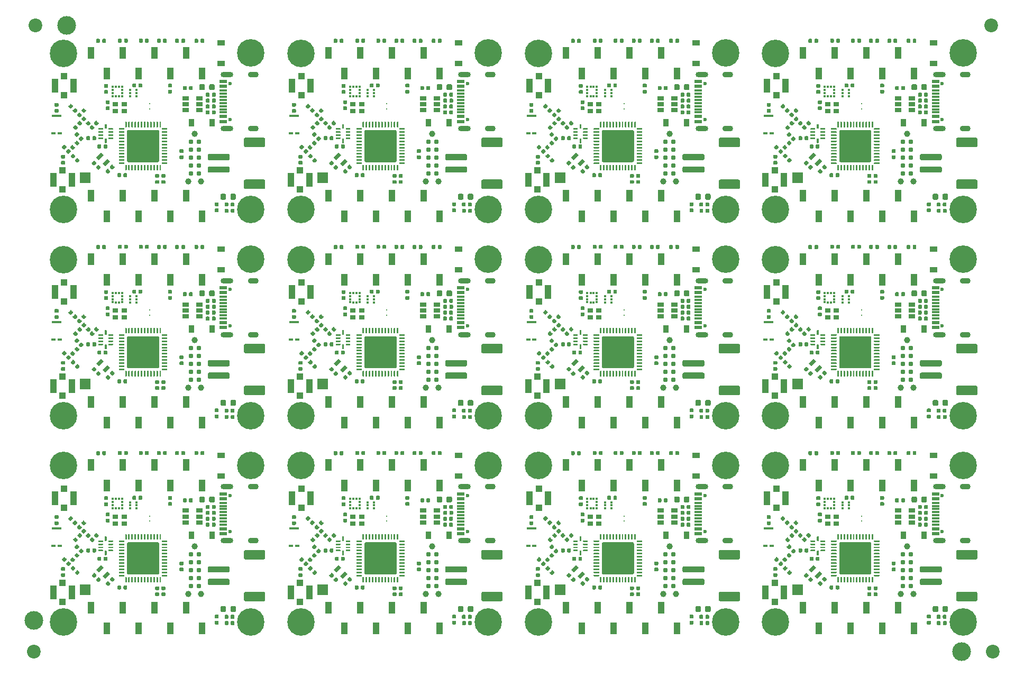
<source format=gbr>
G04 #@! TF.GenerationSoftware,KiCad,Pcbnew,5.1.5-52549c5~84~ubuntu19.04.1*
G04 #@! TF.CreationDate,2020-02-26T14:32:14-06:00*
G04 #@! TF.ProjectId,LeashPCB,4c656173-6850-4434-922e-6b696361645f,rev?*
G04 #@! TF.SameCoordinates,Original*
G04 #@! TF.FileFunction,Soldermask,Top*
G04 #@! TF.FilePolarity,Negative*
%FSLAX46Y46*%
G04 Gerber Fmt 4.6, Leading zero omitted, Abs format (unit mm)*
G04 Created by KiCad (PCBNEW 5.1.5-52549c5~84~ubuntu19.04.1) date 2020-02-26 14:32:14*
%MOMM*%
%LPD*%
G04 APERTURE LIST*
%ADD10C,0.990600*%
%ADD11C,0.100000*%
%ADD12R,0.900000X0.800000*%
%ADD13R,1.200000X0.900000*%
%ADD14R,1.050000X2.200000*%
%ADD15R,1.000000X1.050000*%
%ADD16R,0.900000X1.200000*%
%ADD17C,4.400000*%
%ADD18C,0.700000*%
%ADD19R,1.160000X0.600000*%
%ADD20C,0.600000*%
%ADD21R,1.160000X0.300000*%
%ADD22O,1.700000X0.900000*%
%ADD23O,2.000000X0.900000*%
%ADD24R,0.650000X0.350000*%
%ADD25R,1.600000X0.350000*%
%ADD26C,0.787400*%
%ADD27C,0.363000*%
%ADD28R,0.375000X0.350000*%
%ADD29R,0.350000X0.375000*%
%ADD30C,0.240000*%
%ADD31R,1.060000X0.650000*%
%ADD32R,1.700000X1.700000*%
%ADD33R,1.000000X1.900000*%
%ADD34C,2.200000*%
%ADD35C,3.000000*%
G04 APERTURE END LIST*
D10*
X269416000Y-140120000D03*
X267384000Y-140120000D03*
X268400000Y-132500000D03*
X231416000Y-140120000D03*
X229384000Y-140120000D03*
X230400000Y-132500000D03*
X193416000Y-140120000D03*
X191384000Y-140120000D03*
X192400000Y-132500000D03*
X155416000Y-140120000D03*
X153384000Y-140120000D03*
X154400000Y-132500000D03*
X269416000Y-107120000D03*
X267384000Y-107120000D03*
X268400000Y-99500000D03*
X231416000Y-107120000D03*
X229384000Y-107120000D03*
X230400000Y-99500000D03*
X193416000Y-107120000D03*
X191384000Y-107120000D03*
X192400000Y-99500000D03*
X155416000Y-107120000D03*
X153384000Y-107120000D03*
X154400000Y-99500000D03*
X269416000Y-74120000D03*
X267384000Y-74120000D03*
X268400000Y-66500000D03*
X231416000Y-74120000D03*
X229384000Y-74120000D03*
X230400000Y-66500000D03*
X193416000Y-74120000D03*
X191384000Y-74120000D03*
X192400000Y-66500000D03*
D11*
G36*
X252658984Y-136256802D02*
G01*
X253436802Y-135478984D01*
X253861066Y-135903248D01*
X253083248Y-136681066D01*
X252658984Y-136256802D01*
G37*
G36*
X253648934Y-137246752D02*
G01*
X254426752Y-136468934D01*
X254851016Y-136893198D01*
X254073198Y-137671016D01*
X253648934Y-137246752D01*
G37*
G36*
X214658984Y-136256802D02*
G01*
X215436802Y-135478984D01*
X215861066Y-135903248D01*
X215083248Y-136681066D01*
X214658984Y-136256802D01*
G37*
G36*
X215648934Y-137246752D02*
G01*
X216426752Y-136468934D01*
X216851016Y-136893198D01*
X216073198Y-137671016D01*
X215648934Y-137246752D01*
G37*
G36*
X176658984Y-136256802D02*
G01*
X177436802Y-135478984D01*
X177861066Y-135903248D01*
X177083248Y-136681066D01*
X176658984Y-136256802D01*
G37*
G36*
X177648934Y-137246752D02*
G01*
X178426752Y-136468934D01*
X178851016Y-136893198D01*
X178073198Y-137671016D01*
X177648934Y-137246752D01*
G37*
G36*
X138658984Y-136256802D02*
G01*
X139436802Y-135478984D01*
X139861066Y-135903248D01*
X139083248Y-136681066D01*
X138658984Y-136256802D01*
G37*
G36*
X139648934Y-137246752D02*
G01*
X140426752Y-136468934D01*
X140851016Y-136893198D01*
X140073198Y-137671016D01*
X139648934Y-137246752D01*
G37*
G36*
X252658984Y-103256802D02*
G01*
X253436802Y-102478984D01*
X253861066Y-102903248D01*
X253083248Y-103681066D01*
X252658984Y-103256802D01*
G37*
G36*
X253648934Y-104246752D02*
G01*
X254426752Y-103468934D01*
X254851016Y-103893198D01*
X254073198Y-104671016D01*
X253648934Y-104246752D01*
G37*
G36*
X214658984Y-103256802D02*
G01*
X215436802Y-102478984D01*
X215861066Y-102903248D01*
X215083248Y-103681066D01*
X214658984Y-103256802D01*
G37*
G36*
X215648934Y-104246752D02*
G01*
X216426752Y-103468934D01*
X216851016Y-103893198D01*
X216073198Y-104671016D01*
X215648934Y-104246752D01*
G37*
G36*
X176658984Y-103256802D02*
G01*
X177436802Y-102478984D01*
X177861066Y-102903248D01*
X177083248Y-103681066D01*
X176658984Y-103256802D01*
G37*
G36*
X177648934Y-104246752D02*
G01*
X178426752Y-103468934D01*
X178851016Y-103893198D01*
X178073198Y-104671016D01*
X177648934Y-104246752D01*
G37*
G36*
X138658984Y-103256802D02*
G01*
X139436802Y-102478984D01*
X139861066Y-102903248D01*
X139083248Y-103681066D01*
X138658984Y-103256802D01*
G37*
G36*
X139648934Y-104246752D02*
G01*
X140426752Y-103468934D01*
X140851016Y-103893198D01*
X140073198Y-104671016D01*
X139648934Y-104246752D01*
G37*
G36*
X252658984Y-70256802D02*
G01*
X253436802Y-69478984D01*
X253861066Y-69903248D01*
X253083248Y-70681066D01*
X252658984Y-70256802D01*
G37*
G36*
X253648934Y-71246752D02*
G01*
X254426752Y-70468934D01*
X254851016Y-70893198D01*
X254073198Y-71671016D01*
X253648934Y-71246752D01*
G37*
G36*
X214658984Y-70256802D02*
G01*
X215436802Y-69478984D01*
X215861066Y-69903248D01*
X215083248Y-70681066D01*
X214658984Y-70256802D01*
G37*
G36*
X215648934Y-71246752D02*
G01*
X216426752Y-70468934D01*
X216851016Y-70893198D01*
X216073198Y-71671016D01*
X215648934Y-71246752D01*
G37*
G36*
X176658984Y-70256802D02*
G01*
X177436802Y-69478984D01*
X177861066Y-69903248D01*
X177083248Y-70681066D01*
X176658984Y-70256802D01*
G37*
G36*
X177648934Y-71246752D02*
G01*
X178426752Y-70468934D01*
X178851016Y-70893198D01*
X178073198Y-71671016D01*
X177648934Y-71246752D01*
G37*
D12*
X257100000Y-127750000D03*
X255700000Y-127750000D03*
X255700000Y-128850000D03*
X257100000Y-128850000D03*
X219100000Y-127750000D03*
X217700000Y-127750000D03*
X217700000Y-128850000D03*
X219100000Y-128850000D03*
X181100000Y-127750000D03*
X179700000Y-127750000D03*
X179700000Y-128850000D03*
X181100000Y-128850000D03*
X143100000Y-127750000D03*
X141700000Y-127750000D03*
X141700000Y-128850000D03*
X143100000Y-128850000D03*
X257100000Y-94750000D03*
X255700000Y-94750000D03*
X255700000Y-95850000D03*
X257100000Y-95850000D03*
X219100000Y-94750000D03*
X217700000Y-94750000D03*
X217700000Y-95850000D03*
X219100000Y-95850000D03*
X181100000Y-94750000D03*
X179700000Y-94750000D03*
X179700000Y-95850000D03*
X181100000Y-95850000D03*
X143100000Y-94750000D03*
X141700000Y-94750000D03*
X141700000Y-95850000D03*
X143100000Y-95850000D03*
X257100000Y-61750000D03*
X255700000Y-61750000D03*
X255700000Y-62850000D03*
X257100000Y-62850000D03*
X219100000Y-61750000D03*
X217700000Y-61750000D03*
X217700000Y-62850000D03*
X219100000Y-62850000D03*
X181100000Y-61750000D03*
X179700000Y-61750000D03*
X179700000Y-62850000D03*
X181100000Y-62850000D03*
D13*
X272630000Y-121225000D03*
X272630000Y-117925000D03*
X234630000Y-121225000D03*
X234630000Y-117925000D03*
X196630000Y-121225000D03*
X196630000Y-117925000D03*
X158630000Y-121225000D03*
X158630000Y-117925000D03*
X272630000Y-88225000D03*
X272630000Y-84925000D03*
X234630000Y-88225000D03*
X234630000Y-84925000D03*
X196630000Y-88225000D03*
X196630000Y-84925000D03*
X158630000Y-88225000D03*
X158630000Y-84925000D03*
X272630000Y-55225000D03*
X272630000Y-51925000D03*
X234630000Y-55225000D03*
X234630000Y-51925000D03*
X196630000Y-55225000D03*
X196630000Y-51925000D03*
D11*
G36*
X264616958Y-124470710D02*
G01*
X264631276Y-124472834D01*
X264645317Y-124476351D01*
X264658946Y-124481228D01*
X264672031Y-124487417D01*
X264684447Y-124494858D01*
X264696073Y-124503481D01*
X264706798Y-124513202D01*
X264716519Y-124523927D01*
X264725142Y-124535553D01*
X264732583Y-124547969D01*
X264738772Y-124561054D01*
X264743649Y-124574683D01*
X264747166Y-124588724D01*
X264749290Y-124603042D01*
X264750000Y-124617500D01*
X264750000Y-124912500D01*
X264749290Y-124926958D01*
X264747166Y-124941276D01*
X264743649Y-124955317D01*
X264738772Y-124968946D01*
X264732583Y-124982031D01*
X264725142Y-124994447D01*
X264716519Y-125006073D01*
X264706798Y-125016798D01*
X264696073Y-125026519D01*
X264684447Y-125035142D01*
X264672031Y-125042583D01*
X264658946Y-125048772D01*
X264645317Y-125053649D01*
X264631276Y-125057166D01*
X264616958Y-125059290D01*
X264602500Y-125060000D01*
X264257500Y-125060000D01*
X264243042Y-125059290D01*
X264228724Y-125057166D01*
X264214683Y-125053649D01*
X264201054Y-125048772D01*
X264187969Y-125042583D01*
X264175553Y-125035142D01*
X264163927Y-125026519D01*
X264153202Y-125016798D01*
X264143481Y-125006073D01*
X264134858Y-124994447D01*
X264127417Y-124982031D01*
X264121228Y-124968946D01*
X264116351Y-124955317D01*
X264112834Y-124941276D01*
X264110710Y-124926958D01*
X264110000Y-124912500D01*
X264110000Y-124617500D01*
X264110710Y-124603042D01*
X264112834Y-124588724D01*
X264116351Y-124574683D01*
X264121228Y-124561054D01*
X264127417Y-124547969D01*
X264134858Y-124535553D01*
X264143481Y-124523927D01*
X264153202Y-124513202D01*
X264163927Y-124503481D01*
X264175553Y-124494858D01*
X264187969Y-124487417D01*
X264201054Y-124481228D01*
X264214683Y-124476351D01*
X264228724Y-124472834D01*
X264243042Y-124470710D01*
X264257500Y-124470000D01*
X264602500Y-124470000D01*
X264616958Y-124470710D01*
G37*
G36*
X264616958Y-125440710D02*
G01*
X264631276Y-125442834D01*
X264645317Y-125446351D01*
X264658946Y-125451228D01*
X264672031Y-125457417D01*
X264684447Y-125464858D01*
X264696073Y-125473481D01*
X264706798Y-125483202D01*
X264716519Y-125493927D01*
X264725142Y-125505553D01*
X264732583Y-125517969D01*
X264738772Y-125531054D01*
X264743649Y-125544683D01*
X264747166Y-125558724D01*
X264749290Y-125573042D01*
X264750000Y-125587500D01*
X264750000Y-125882500D01*
X264749290Y-125896958D01*
X264747166Y-125911276D01*
X264743649Y-125925317D01*
X264738772Y-125938946D01*
X264732583Y-125952031D01*
X264725142Y-125964447D01*
X264716519Y-125976073D01*
X264706798Y-125986798D01*
X264696073Y-125996519D01*
X264684447Y-126005142D01*
X264672031Y-126012583D01*
X264658946Y-126018772D01*
X264645317Y-126023649D01*
X264631276Y-126027166D01*
X264616958Y-126029290D01*
X264602500Y-126030000D01*
X264257500Y-126030000D01*
X264243042Y-126029290D01*
X264228724Y-126027166D01*
X264214683Y-126023649D01*
X264201054Y-126018772D01*
X264187969Y-126012583D01*
X264175553Y-126005142D01*
X264163927Y-125996519D01*
X264153202Y-125986798D01*
X264143481Y-125976073D01*
X264134858Y-125964447D01*
X264127417Y-125952031D01*
X264121228Y-125938946D01*
X264116351Y-125925317D01*
X264112834Y-125911276D01*
X264110710Y-125896958D01*
X264110000Y-125882500D01*
X264110000Y-125587500D01*
X264110710Y-125573042D01*
X264112834Y-125558724D01*
X264116351Y-125544683D01*
X264121228Y-125531054D01*
X264127417Y-125517969D01*
X264134858Y-125505553D01*
X264143481Y-125493927D01*
X264153202Y-125483202D01*
X264163927Y-125473481D01*
X264175553Y-125464858D01*
X264187969Y-125457417D01*
X264201054Y-125451228D01*
X264214683Y-125446351D01*
X264228724Y-125442834D01*
X264243042Y-125440710D01*
X264257500Y-125440000D01*
X264602500Y-125440000D01*
X264616958Y-125440710D01*
G37*
G36*
X226616958Y-124470710D02*
G01*
X226631276Y-124472834D01*
X226645317Y-124476351D01*
X226658946Y-124481228D01*
X226672031Y-124487417D01*
X226684447Y-124494858D01*
X226696073Y-124503481D01*
X226706798Y-124513202D01*
X226716519Y-124523927D01*
X226725142Y-124535553D01*
X226732583Y-124547969D01*
X226738772Y-124561054D01*
X226743649Y-124574683D01*
X226747166Y-124588724D01*
X226749290Y-124603042D01*
X226750000Y-124617500D01*
X226750000Y-124912500D01*
X226749290Y-124926958D01*
X226747166Y-124941276D01*
X226743649Y-124955317D01*
X226738772Y-124968946D01*
X226732583Y-124982031D01*
X226725142Y-124994447D01*
X226716519Y-125006073D01*
X226706798Y-125016798D01*
X226696073Y-125026519D01*
X226684447Y-125035142D01*
X226672031Y-125042583D01*
X226658946Y-125048772D01*
X226645317Y-125053649D01*
X226631276Y-125057166D01*
X226616958Y-125059290D01*
X226602500Y-125060000D01*
X226257500Y-125060000D01*
X226243042Y-125059290D01*
X226228724Y-125057166D01*
X226214683Y-125053649D01*
X226201054Y-125048772D01*
X226187969Y-125042583D01*
X226175553Y-125035142D01*
X226163927Y-125026519D01*
X226153202Y-125016798D01*
X226143481Y-125006073D01*
X226134858Y-124994447D01*
X226127417Y-124982031D01*
X226121228Y-124968946D01*
X226116351Y-124955317D01*
X226112834Y-124941276D01*
X226110710Y-124926958D01*
X226110000Y-124912500D01*
X226110000Y-124617500D01*
X226110710Y-124603042D01*
X226112834Y-124588724D01*
X226116351Y-124574683D01*
X226121228Y-124561054D01*
X226127417Y-124547969D01*
X226134858Y-124535553D01*
X226143481Y-124523927D01*
X226153202Y-124513202D01*
X226163927Y-124503481D01*
X226175553Y-124494858D01*
X226187969Y-124487417D01*
X226201054Y-124481228D01*
X226214683Y-124476351D01*
X226228724Y-124472834D01*
X226243042Y-124470710D01*
X226257500Y-124470000D01*
X226602500Y-124470000D01*
X226616958Y-124470710D01*
G37*
G36*
X226616958Y-125440710D02*
G01*
X226631276Y-125442834D01*
X226645317Y-125446351D01*
X226658946Y-125451228D01*
X226672031Y-125457417D01*
X226684447Y-125464858D01*
X226696073Y-125473481D01*
X226706798Y-125483202D01*
X226716519Y-125493927D01*
X226725142Y-125505553D01*
X226732583Y-125517969D01*
X226738772Y-125531054D01*
X226743649Y-125544683D01*
X226747166Y-125558724D01*
X226749290Y-125573042D01*
X226750000Y-125587500D01*
X226750000Y-125882500D01*
X226749290Y-125896958D01*
X226747166Y-125911276D01*
X226743649Y-125925317D01*
X226738772Y-125938946D01*
X226732583Y-125952031D01*
X226725142Y-125964447D01*
X226716519Y-125976073D01*
X226706798Y-125986798D01*
X226696073Y-125996519D01*
X226684447Y-126005142D01*
X226672031Y-126012583D01*
X226658946Y-126018772D01*
X226645317Y-126023649D01*
X226631276Y-126027166D01*
X226616958Y-126029290D01*
X226602500Y-126030000D01*
X226257500Y-126030000D01*
X226243042Y-126029290D01*
X226228724Y-126027166D01*
X226214683Y-126023649D01*
X226201054Y-126018772D01*
X226187969Y-126012583D01*
X226175553Y-126005142D01*
X226163927Y-125996519D01*
X226153202Y-125986798D01*
X226143481Y-125976073D01*
X226134858Y-125964447D01*
X226127417Y-125952031D01*
X226121228Y-125938946D01*
X226116351Y-125925317D01*
X226112834Y-125911276D01*
X226110710Y-125896958D01*
X226110000Y-125882500D01*
X226110000Y-125587500D01*
X226110710Y-125573042D01*
X226112834Y-125558724D01*
X226116351Y-125544683D01*
X226121228Y-125531054D01*
X226127417Y-125517969D01*
X226134858Y-125505553D01*
X226143481Y-125493927D01*
X226153202Y-125483202D01*
X226163927Y-125473481D01*
X226175553Y-125464858D01*
X226187969Y-125457417D01*
X226201054Y-125451228D01*
X226214683Y-125446351D01*
X226228724Y-125442834D01*
X226243042Y-125440710D01*
X226257500Y-125440000D01*
X226602500Y-125440000D01*
X226616958Y-125440710D01*
G37*
G36*
X188616958Y-124470710D02*
G01*
X188631276Y-124472834D01*
X188645317Y-124476351D01*
X188658946Y-124481228D01*
X188672031Y-124487417D01*
X188684447Y-124494858D01*
X188696073Y-124503481D01*
X188706798Y-124513202D01*
X188716519Y-124523927D01*
X188725142Y-124535553D01*
X188732583Y-124547969D01*
X188738772Y-124561054D01*
X188743649Y-124574683D01*
X188747166Y-124588724D01*
X188749290Y-124603042D01*
X188750000Y-124617500D01*
X188750000Y-124912500D01*
X188749290Y-124926958D01*
X188747166Y-124941276D01*
X188743649Y-124955317D01*
X188738772Y-124968946D01*
X188732583Y-124982031D01*
X188725142Y-124994447D01*
X188716519Y-125006073D01*
X188706798Y-125016798D01*
X188696073Y-125026519D01*
X188684447Y-125035142D01*
X188672031Y-125042583D01*
X188658946Y-125048772D01*
X188645317Y-125053649D01*
X188631276Y-125057166D01*
X188616958Y-125059290D01*
X188602500Y-125060000D01*
X188257500Y-125060000D01*
X188243042Y-125059290D01*
X188228724Y-125057166D01*
X188214683Y-125053649D01*
X188201054Y-125048772D01*
X188187969Y-125042583D01*
X188175553Y-125035142D01*
X188163927Y-125026519D01*
X188153202Y-125016798D01*
X188143481Y-125006073D01*
X188134858Y-124994447D01*
X188127417Y-124982031D01*
X188121228Y-124968946D01*
X188116351Y-124955317D01*
X188112834Y-124941276D01*
X188110710Y-124926958D01*
X188110000Y-124912500D01*
X188110000Y-124617500D01*
X188110710Y-124603042D01*
X188112834Y-124588724D01*
X188116351Y-124574683D01*
X188121228Y-124561054D01*
X188127417Y-124547969D01*
X188134858Y-124535553D01*
X188143481Y-124523927D01*
X188153202Y-124513202D01*
X188163927Y-124503481D01*
X188175553Y-124494858D01*
X188187969Y-124487417D01*
X188201054Y-124481228D01*
X188214683Y-124476351D01*
X188228724Y-124472834D01*
X188243042Y-124470710D01*
X188257500Y-124470000D01*
X188602500Y-124470000D01*
X188616958Y-124470710D01*
G37*
G36*
X188616958Y-125440710D02*
G01*
X188631276Y-125442834D01*
X188645317Y-125446351D01*
X188658946Y-125451228D01*
X188672031Y-125457417D01*
X188684447Y-125464858D01*
X188696073Y-125473481D01*
X188706798Y-125483202D01*
X188716519Y-125493927D01*
X188725142Y-125505553D01*
X188732583Y-125517969D01*
X188738772Y-125531054D01*
X188743649Y-125544683D01*
X188747166Y-125558724D01*
X188749290Y-125573042D01*
X188750000Y-125587500D01*
X188750000Y-125882500D01*
X188749290Y-125896958D01*
X188747166Y-125911276D01*
X188743649Y-125925317D01*
X188738772Y-125938946D01*
X188732583Y-125952031D01*
X188725142Y-125964447D01*
X188716519Y-125976073D01*
X188706798Y-125986798D01*
X188696073Y-125996519D01*
X188684447Y-126005142D01*
X188672031Y-126012583D01*
X188658946Y-126018772D01*
X188645317Y-126023649D01*
X188631276Y-126027166D01*
X188616958Y-126029290D01*
X188602500Y-126030000D01*
X188257500Y-126030000D01*
X188243042Y-126029290D01*
X188228724Y-126027166D01*
X188214683Y-126023649D01*
X188201054Y-126018772D01*
X188187969Y-126012583D01*
X188175553Y-126005142D01*
X188163927Y-125996519D01*
X188153202Y-125986798D01*
X188143481Y-125976073D01*
X188134858Y-125964447D01*
X188127417Y-125952031D01*
X188121228Y-125938946D01*
X188116351Y-125925317D01*
X188112834Y-125911276D01*
X188110710Y-125896958D01*
X188110000Y-125882500D01*
X188110000Y-125587500D01*
X188110710Y-125573042D01*
X188112834Y-125558724D01*
X188116351Y-125544683D01*
X188121228Y-125531054D01*
X188127417Y-125517969D01*
X188134858Y-125505553D01*
X188143481Y-125493927D01*
X188153202Y-125483202D01*
X188163927Y-125473481D01*
X188175553Y-125464858D01*
X188187969Y-125457417D01*
X188201054Y-125451228D01*
X188214683Y-125446351D01*
X188228724Y-125442834D01*
X188243042Y-125440710D01*
X188257500Y-125440000D01*
X188602500Y-125440000D01*
X188616958Y-125440710D01*
G37*
G36*
X150616958Y-124470710D02*
G01*
X150631276Y-124472834D01*
X150645317Y-124476351D01*
X150658946Y-124481228D01*
X150672031Y-124487417D01*
X150684447Y-124494858D01*
X150696073Y-124503481D01*
X150706798Y-124513202D01*
X150716519Y-124523927D01*
X150725142Y-124535553D01*
X150732583Y-124547969D01*
X150738772Y-124561054D01*
X150743649Y-124574683D01*
X150747166Y-124588724D01*
X150749290Y-124603042D01*
X150750000Y-124617500D01*
X150750000Y-124912500D01*
X150749290Y-124926958D01*
X150747166Y-124941276D01*
X150743649Y-124955317D01*
X150738772Y-124968946D01*
X150732583Y-124982031D01*
X150725142Y-124994447D01*
X150716519Y-125006073D01*
X150706798Y-125016798D01*
X150696073Y-125026519D01*
X150684447Y-125035142D01*
X150672031Y-125042583D01*
X150658946Y-125048772D01*
X150645317Y-125053649D01*
X150631276Y-125057166D01*
X150616958Y-125059290D01*
X150602500Y-125060000D01*
X150257500Y-125060000D01*
X150243042Y-125059290D01*
X150228724Y-125057166D01*
X150214683Y-125053649D01*
X150201054Y-125048772D01*
X150187969Y-125042583D01*
X150175553Y-125035142D01*
X150163927Y-125026519D01*
X150153202Y-125016798D01*
X150143481Y-125006073D01*
X150134858Y-124994447D01*
X150127417Y-124982031D01*
X150121228Y-124968946D01*
X150116351Y-124955317D01*
X150112834Y-124941276D01*
X150110710Y-124926958D01*
X150110000Y-124912500D01*
X150110000Y-124617500D01*
X150110710Y-124603042D01*
X150112834Y-124588724D01*
X150116351Y-124574683D01*
X150121228Y-124561054D01*
X150127417Y-124547969D01*
X150134858Y-124535553D01*
X150143481Y-124523927D01*
X150153202Y-124513202D01*
X150163927Y-124503481D01*
X150175553Y-124494858D01*
X150187969Y-124487417D01*
X150201054Y-124481228D01*
X150214683Y-124476351D01*
X150228724Y-124472834D01*
X150243042Y-124470710D01*
X150257500Y-124470000D01*
X150602500Y-124470000D01*
X150616958Y-124470710D01*
G37*
G36*
X150616958Y-125440710D02*
G01*
X150631276Y-125442834D01*
X150645317Y-125446351D01*
X150658946Y-125451228D01*
X150672031Y-125457417D01*
X150684447Y-125464858D01*
X150696073Y-125473481D01*
X150706798Y-125483202D01*
X150716519Y-125493927D01*
X150725142Y-125505553D01*
X150732583Y-125517969D01*
X150738772Y-125531054D01*
X150743649Y-125544683D01*
X150747166Y-125558724D01*
X150749290Y-125573042D01*
X150750000Y-125587500D01*
X150750000Y-125882500D01*
X150749290Y-125896958D01*
X150747166Y-125911276D01*
X150743649Y-125925317D01*
X150738772Y-125938946D01*
X150732583Y-125952031D01*
X150725142Y-125964447D01*
X150716519Y-125976073D01*
X150706798Y-125986798D01*
X150696073Y-125996519D01*
X150684447Y-126005142D01*
X150672031Y-126012583D01*
X150658946Y-126018772D01*
X150645317Y-126023649D01*
X150631276Y-126027166D01*
X150616958Y-126029290D01*
X150602500Y-126030000D01*
X150257500Y-126030000D01*
X150243042Y-126029290D01*
X150228724Y-126027166D01*
X150214683Y-126023649D01*
X150201054Y-126018772D01*
X150187969Y-126012583D01*
X150175553Y-126005142D01*
X150163927Y-125996519D01*
X150153202Y-125986798D01*
X150143481Y-125976073D01*
X150134858Y-125964447D01*
X150127417Y-125952031D01*
X150121228Y-125938946D01*
X150116351Y-125925317D01*
X150112834Y-125911276D01*
X150110710Y-125896958D01*
X150110000Y-125882500D01*
X150110000Y-125587500D01*
X150110710Y-125573042D01*
X150112834Y-125558724D01*
X150116351Y-125544683D01*
X150121228Y-125531054D01*
X150127417Y-125517969D01*
X150134858Y-125505553D01*
X150143481Y-125493927D01*
X150153202Y-125483202D01*
X150163927Y-125473481D01*
X150175553Y-125464858D01*
X150187969Y-125457417D01*
X150201054Y-125451228D01*
X150214683Y-125446351D01*
X150228724Y-125442834D01*
X150243042Y-125440710D01*
X150257500Y-125440000D01*
X150602500Y-125440000D01*
X150616958Y-125440710D01*
G37*
G36*
X264616958Y-91470710D02*
G01*
X264631276Y-91472834D01*
X264645317Y-91476351D01*
X264658946Y-91481228D01*
X264672031Y-91487417D01*
X264684447Y-91494858D01*
X264696073Y-91503481D01*
X264706798Y-91513202D01*
X264716519Y-91523927D01*
X264725142Y-91535553D01*
X264732583Y-91547969D01*
X264738772Y-91561054D01*
X264743649Y-91574683D01*
X264747166Y-91588724D01*
X264749290Y-91603042D01*
X264750000Y-91617500D01*
X264750000Y-91912500D01*
X264749290Y-91926958D01*
X264747166Y-91941276D01*
X264743649Y-91955317D01*
X264738772Y-91968946D01*
X264732583Y-91982031D01*
X264725142Y-91994447D01*
X264716519Y-92006073D01*
X264706798Y-92016798D01*
X264696073Y-92026519D01*
X264684447Y-92035142D01*
X264672031Y-92042583D01*
X264658946Y-92048772D01*
X264645317Y-92053649D01*
X264631276Y-92057166D01*
X264616958Y-92059290D01*
X264602500Y-92060000D01*
X264257500Y-92060000D01*
X264243042Y-92059290D01*
X264228724Y-92057166D01*
X264214683Y-92053649D01*
X264201054Y-92048772D01*
X264187969Y-92042583D01*
X264175553Y-92035142D01*
X264163927Y-92026519D01*
X264153202Y-92016798D01*
X264143481Y-92006073D01*
X264134858Y-91994447D01*
X264127417Y-91982031D01*
X264121228Y-91968946D01*
X264116351Y-91955317D01*
X264112834Y-91941276D01*
X264110710Y-91926958D01*
X264110000Y-91912500D01*
X264110000Y-91617500D01*
X264110710Y-91603042D01*
X264112834Y-91588724D01*
X264116351Y-91574683D01*
X264121228Y-91561054D01*
X264127417Y-91547969D01*
X264134858Y-91535553D01*
X264143481Y-91523927D01*
X264153202Y-91513202D01*
X264163927Y-91503481D01*
X264175553Y-91494858D01*
X264187969Y-91487417D01*
X264201054Y-91481228D01*
X264214683Y-91476351D01*
X264228724Y-91472834D01*
X264243042Y-91470710D01*
X264257500Y-91470000D01*
X264602500Y-91470000D01*
X264616958Y-91470710D01*
G37*
G36*
X264616958Y-92440710D02*
G01*
X264631276Y-92442834D01*
X264645317Y-92446351D01*
X264658946Y-92451228D01*
X264672031Y-92457417D01*
X264684447Y-92464858D01*
X264696073Y-92473481D01*
X264706798Y-92483202D01*
X264716519Y-92493927D01*
X264725142Y-92505553D01*
X264732583Y-92517969D01*
X264738772Y-92531054D01*
X264743649Y-92544683D01*
X264747166Y-92558724D01*
X264749290Y-92573042D01*
X264750000Y-92587500D01*
X264750000Y-92882500D01*
X264749290Y-92896958D01*
X264747166Y-92911276D01*
X264743649Y-92925317D01*
X264738772Y-92938946D01*
X264732583Y-92952031D01*
X264725142Y-92964447D01*
X264716519Y-92976073D01*
X264706798Y-92986798D01*
X264696073Y-92996519D01*
X264684447Y-93005142D01*
X264672031Y-93012583D01*
X264658946Y-93018772D01*
X264645317Y-93023649D01*
X264631276Y-93027166D01*
X264616958Y-93029290D01*
X264602500Y-93030000D01*
X264257500Y-93030000D01*
X264243042Y-93029290D01*
X264228724Y-93027166D01*
X264214683Y-93023649D01*
X264201054Y-93018772D01*
X264187969Y-93012583D01*
X264175553Y-93005142D01*
X264163927Y-92996519D01*
X264153202Y-92986798D01*
X264143481Y-92976073D01*
X264134858Y-92964447D01*
X264127417Y-92952031D01*
X264121228Y-92938946D01*
X264116351Y-92925317D01*
X264112834Y-92911276D01*
X264110710Y-92896958D01*
X264110000Y-92882500D01*
X264110000Y-92587500D01*
X264110710Y-92573042D01*
X264112834Y-92558724D01*
X264116351Y-92544683D01*
X264121228Y-92531054D01*
X264127417Y-92517969D01*
X264134858Y-92505553D01*
X264143481Y-92493927D01*
X264153202Y-92483202D01*
X264163927Y-92473481D01*
X264175553Y-92464858D01*
X264187969Y-92457417D01*
X264201054Y-92451228D01*
X264214683Y-92446351D01*
X264228724Y-92442834D01*
X264243042Y-92440710D01*
X264257500Y-92440000D01*
X264602500Y-92440000D01*
X264616958Y-92440710D01*
G37*
G36*
X226616958Y-91470710D02*
G01*
X226631276Y-91472834D01*
X226645317Y-91476351D01*
X226658946Y-91481228D01*
X226672031Y-91487417D01*
X226684447Y-91494858D01*
X226696073Y-91503481D01*
X226706798Y-91513202D01*
X226716519Y-91523927D01*
X226725142Y-91535553D01*
X226732583Y-91547969D01*
X226738772Y-91561054D01*
X226743649Y-91574683D01*
X226747166Y-91588724D01*
X226749290Y-91603042D01*
X226750000Y-91617500D01*
X226750000Y-91912500D01*
X226749290Y-91926958D01*
X226747166Y-91941276D01*
X226743649Y-91955317D01*
X226738772Y-91968946D01*
X226732583Y-91982031D01*
X226725142Y-91994447D01*
X226716519Y-92006073D01*
X226706798Y-92016798D01*
X226696073Y-92026519D01*
X226684447Y-92035142D01*
X226672031Y-92042583D01*
X226658946Y-92048772D01*
X226645317Y-92053649D01*
X226631276Y-92057166D01*
X226616958Y-92059290D01*
X226602500Y-92060000D01*
X226257500Y-92060000D01*
X226243042Y-92059290D01*
X226228724Y-92057166D01*
X226214683Y-92053649D01*
X226201054Y-92048772D01*
X226187969Y-92042583D01*
X226175553Y-92035142D01*
X226163927Y-92026519D01*
X226153202Y-92016798D01*
X226143481Y-92006073D01*
X226134858Y-91994447D01*
X226127417Y-91982031D01*
X226121228Y-91968946D01*
X226116351Y-91955317D01*
X226112834Y-91941276D01*
X226110710Y-91926958D01*
X226110000Y-91912500D01*
X226110000Y-91617500D01*
X226110710Y-91603042D01*
X226112834Y-91588724D01*
X226116351Y-91574683D01*
X226121228Y-91561054D01*
X226127417Y-91547969D01*
X226134858Y-91535553D01*
X226143481Y-91523927D01*
X226153202Y-91513202D01*
X226163927Y-91503481D01*
X226175553Y-91494858D01*
X226187969Y-91487417D01*
X226201054Y-91481228D01*
X226214683Y-91476351D01*
X226228724Y-91472834D01*
X226243042Y-91470710D01*
X226257500Y-91470000D01*
X226602500Y-91470000D01*
X226616958Y-91470710D01*
G37*
G36*
X226616958Y-92440710D02*
G01*
X226631276Y-92442834D01*
X226645317Y-92446351D01*
X226658946Y-92451228D01*
X226672031Y-92457417D01*
X226684447Y-92464858D01*
X226696073Y-92473481D01*
X226706798Y-92483202D01*
X226716519Y-92493927D01*
X226725142Y-92505553D01*
X226732583Y-92517969D01*
X226738772Y-92531054D01*
X226743649Y-92544683D01*
X226747166Y-92558724D01*
X226749290Y-92573042D01*
X226750000Y-92587500D01*
X226750000Y-92882500D01*
X226749290Y-92896958D01*
X226747166Y-92911276D01*
X226743649Y-92925317D01*
X226738772Y-92938946D01*
X226732583Y-92952031D01*
X226725142Y-92964447D01*
X226716519Y-92976073D01*
X226706798Y-92986798D01*
X226696073Y-92996519D01*
X226684447Y-93005142D01*
X226672031Y-93012583D01*
X226658946Y-93018772D01*
X226645317Y-93023649D01*
X226631276Y-93027166D01*
X226616958Y-93029290D01*
X226602500Y-93030000D01*
X226257500Y-93030000D01*
X226243042Y-93029290D01*
X226228724Y-93027166D01*
X226214683Y-93023649D01*
X226201054Y-93018772D01*
X226187969Y-93012583D01*
X226175553Y-93005142D01*
X226163927Y-92996519D01*
X226153202Y-92986798D01*
X226143481Y-92976073D01*
X226134858Y-92964447D01*
X226127417Y-92952031D01*
X226121228Y-92938946D01*
X226116351Y-92925317D01*
X226112834Y-92911276D01*
X226110710Y-92896958D01*
X226110000Y-92882500D01*
X226110000Y-92587500D01*
X226110710Y-92573042D01*
X226112834Y-92558724D01*
X226116351Y-92544683D01*
X226121228Y-92531054D01*
X226127417Y-92517969D01*
X226134858Y-92505553D01*
X226143481Y-92493927D01*
X226153202Y-92483202D01*
X226163927Y-92473481D01*
X226175553Y-92464858D01*
X226187969Y-92457417D01*
X226201054Y-92451228D01*
X226214683Y-92446351D01*
X226228724Y-92442834D01*
X226243042Y-92440710D01*
X226257500Y-92440000D01*
X226602500Y-92440000D01*
X226616958Y-92440710D01*
G37*
G36*
X188616958Y-91470710D02*
G01*
X188631276Y-91472834D01*
X188645317Y-91476351D01*
X188658946Y-91481228D01*
X188672031Y-91487417D01*
X188684447Y-91494858D01*
X188696073Y-91503481D01*
X188706798Y-91513202D01*
X188716519Y-91523927D01*
X188725142Y-91535553D01*
X188732583Y-91547969D01*
X188738772Y-91561054D01*
X188743649Y-91574683D01*
X188747166Y-91588724D01*
X188749290Y-91603042D01*
X188750000Y-91617500D01*
X188750000Y-91912500D01*
X188749290Y-91926958D01*
X188747166Y-91941276D01*
X188743649Y-91955317D01*
X188738772Y-91968946D01*
X188732583Y-91982031D01*
X188725142Y-91994447D01*
X188716519Y-92006073D01*
X188706798Y-92016798D01*
X188696073Y-92026519D01*
X188684447Y-92035142D01*
X188672031Y-92042583D01*
X188658946Y-92048772D01*
X188645317Y-92053649D01*
X188631276Y-92057166D01*
X188616958Y-92059290D01*
X188602500Y-92060000D01*
X188257500Y-92060000D01*
X188243042Y-92059290D01*
X188228724Y-92057166D01*
X188214683Y-92053649D01*
X188201054Y-92048772D01*
X188187969Y-92042583D01*
X188175553Y-92035142D01*
X188163927Y-92026519D01*
X188153202Y-92016798D01*
X188143481Y-92006073D01*
X188134858Y-91994447D01*
X188127417Y-91982031D01*
X188121228Y-91968946D01*
X188116351Y-91955317D01*
X188112834Y-91941276D01*
X188110710Y-91926958D01*
X188110000Y-91912500D01*
X188110000Y-91617500D01*
X188110710Y-91603042D01*
X188112834Y-91588724D01*
X188116351Y-91574683D01*
X188121228Y-91561054D01*
X188127417Y-91547969D01*
X188134858Y-91535553D01*
X188143481Y-91523927D01*
X188153202Y-91513202D01*
X188163927Y-91503481D01*
X188175553Y-91494858D01*
X188187969Y-91487417D01*
X188201054Y-91481228D01*
X188214683Y-91476351D01*
X188228724Y-91472834D01*
X188243042Y-91470710D01*
X188257500Y-91470000D01*
X188602500Y-91470000D01*
X188616958Y-91470710D01*
G37*
G36*
X188616958Y-92440710D02*
G01*
X188631276Y-92442834D01*
X188645317Y-92446351D01*
X188658946Y-92451228D01*
X188672031Y-92457417D01*
X188684447Y-92464858D01*
X188696073Y-92473481D01*
X188706798Y-92483202D01*
X188716519Y-92493927D01*
X188725142Y-92505553D01*
X188732583Y-92517969D01*
X188738772Y-92531054D01*
X188743649Y-92544683D01*
X188747166Y-92558724D01*
X188749290Y-92573042D01*
X188750000Y-92587500D01*
X188750000Y-92882500D01*
X188749290Y-92896958D01*
X188747166Y-92911276D01*
X188743649Y-92925317D01*
X188738772Y-92938946D01*
X188732583Y-92952031D01*
X188725142Y-92964447D01*
X188716519Y-92976073D01*
X188706798Y-92986798D01*
X188696073Y-92996519D01*
X188684447Y-93005142D01*
X188672031Y-93012583D01*
X188658946Y-93018772D01*
X188645317Y-93023649D01*
X188631276Y-93027166D01*
X188616958Y-93029290D01*
X188602500Y-93030000D01*
X188257500Y-93030000D01*
X188243042Y-93029290D01*
X188228724Y-93027166D01*
X188214683Y-93023649D01*
X188201054Y-93018772D01*
X188187969Y-93012583D01*
X188175553Y-93005142D01*
X188163927Y-92996519D01*
X188153202Y-92986798D01*
X188143481Y-92976073D01*
X188134858Y-92964447D01*
X188127417Y-92952031D01*
X188121228Y-92938946D01*
X188116351Y-92925317D01*
X188112834Y-92911276D01*
X188110710Y-92896958D01*
X188110000Y-92882500D01*
X188110000Y-92587500D01*
X188110710Y-92573042D01*
X188112834Y-92558724D01*
X188116351Y-92544683D01*
X188121228Y-92531054D01*
X188127417Y-92517969D01*
X188134858Y-92505553D01*
X188143481Y-92493927D01*
X188153202Y-92483202D01*
X188163927Y-92473481D01*
X188175553Y-92464858D01*
X188187969Y-92457417D01*
X188201054Y-92451228D01*
X188214683Y-92446351D01*
X188228724Y-92442834D01*
X188243042Y-92440710D01*
X188257500Y-92440000D01*
X188602500Y-92440000D01*
X188616958Y-92440710D01*
G37*
G36*
X150616958Y-91470710D02*
G01*
X150631276Y-91472834D01*
X150645317Y-91476351D01*
X150658946Y-91481228D01*
X150672031Y-91487417D01*
X150684447Y-91494858D01*
X150696073Y-91503481D01*
X150706798Y-91513202D01*
X150716519Y-91523927D01*
X150725142Y-91535553D01*
X150732583Y-91547969D01*
X150738772Y-91561054D01*
X150743649Y-91574683D01*
X150747166Y-91588724D01*
X150749290Y-91603042D01*
X150750000Y-91617500D01*
X150750000Y-91912500D01*
X150749290Y-91926958D01*
X150747166Y-91941276D01*
X150743649Y-91955317D01*
X150738772Y-91968946D01*
X150732583Y-91982031D01*
X150725142Y-91994447D01*
X150716519Y-92006073D01*
X150706798Y-92016798D01*
X150696073Y-92026519D01*
X150684447Y-92035142D01*
X150672031Y-92042583D01*
X150658946Y-92048772D01*
X150645317Y-92053649D01*
X150631276Y-92057166D01*
X150616958Y-92059290D01*
X150602500Y-92060000D01*
X150257500Y-92060000D01*
X150243042Y-92059290D01*
X150228724Y-92057166D01*
X150214683Y-92053649D01*
X150201054Y-92048772D01*
X150187969Y-92042583D01*
X150175553Y-92035142D01*
X150163927Y-92026519D01*
X150153202Y-92016798D01*
X150143481Y-92006073D01*
X150134858Y-91994447D01*
X150127417Y-91982031D01*
X150121228Y-91968946D01*
X150116351Y-91955317D01*
X150112834Y-91941276D01*
X150110710Y-91926958D01*
X150110000Y-91912500D01*
X150110000Y-91617500D01*
X150110710Y-91603042D01*
X150112834Y-91588724D01*
X150116351Y-91574683D01*
X150121228Y-91561054D01*
X150127417Y-91547969D01*
X150134858Y-91535553D01*
X150143481Y-91523927D01*
X150153202Y-91513202D01*
X150163927Y-91503481D01*
X150175553Y-91494858D01*
X150187969Y-91487417D01*
X150201054Y-91481228D01*
X150214683Y-91476351D01*
X150228724Y-91472834D01*
X150243042Y-91470710D01*
X150257500Y-91470000D01*
X150602500Y-91470000D01*
X150616958Y-91470710D01*
G37*
G36*
X150616958Y-92440710D02*
G01*
X150631276Y-92442834D01*
X150645317Y-92446351D01*
X150658946Y-92451228D01*
X150672031Y-92457417D01*
X150684447Y-92464858D01*
X150696073Y-92473481D01*
X150706798Y-92483202D01*
X150716519Y-92493927D01*
X150725142Y-92505553D01*
X150732583Y-92517969D01*
X150738772Y-92531054D01*
X150743649Y-92544683D01*
X150747166Y-92558724D01*
X150749290Y-92573042D01*
X150750000Y-92587500D01*
X150750000Y-92882500D01*
X150749290Y-92896958D01*
X150747166Y-92911276D01*
X150743649Y-92925317D01*
X150738772Y-92938946D01*
X150732583Y-92952031D01*
X150725142Y-92964447D01*
X150716519Y-92976073D01*
X150706798Y-92986798D01*
X150696073Y-92996519D01*
X150684447Y-93005142D01*
X150672031Y-93012583D01*
X150658946Y-93018772D01*
X150645317Y-93023649D01*
X150631276Y-93027166D01*
X150616958Y-93029290D01*
X150602500Y-93030000D01*
X150257500Y-93030000D01*
X150243042Y-93029290D01*
X150228724Y-93027166D01*
X150214683Y-93023649D01*
X150201054Y-93018772D01*
X150187969Y-93012583D01*
X150175553Y-93005142D01*
X150163927Y-92996519D01*
X150153202Y-92986798D01*
X150143481Y-92976073D01*
X150134858Y-92964447D01*
X150127417Y-92952031D01*
X150121228Y-92938946D01*
X150116351Y-92925317D01*
X150112834Y-92911276D01*
X150110710Y-92896958D01*
X150110000Y-92882500D01*
X150110000Y-92587500D01*
X150110710Y-92573042D01*
X150112834Y-92558724D01*
X150116351Y-92544683D01*
X150121228Y-92531054D01*
X150127417Y-92517969D01*
X150134858Y-92505553D01*
X150143481Y-92493927D01*
X150153202Y-92483202D01*
X150163927Y-92473481D01*
X150175553Y-92464858D01*
X150187969Y-92457417D01*
X150201054Y-92451228D01*
X150214683Y-92446351D01*
X150228724Y-92442834D01*
X150243042Y-92440710D01*
X150257500Y-92440000D01*
X150602500Y-92440000D01*
X150616958Y-92440710D01*
G37*
G36*
X264616958Y-58470710D02*
G01*
X264631276Y-58472834D01*
X264645317Y-58476351D01*
X264658946Y-58481228D01*
X264672031Y-58487417D01*
X264684447Y-58494858D01*
X264696073Y-58503481D01*
X264706798Y-58513202D01*
X264716519Y-58523927D01*
X264725142Y-58535553D01*
X264732583Y-58547969D01*
X264738772Y-58561054D01*
X264743649Y-58574683D01*
X264747166Y-58588724D01*
X264749290Y-58603042D01*
X264750000Y-58617500D01*
X264750000Y-58912500D01*
X264749290Y-58926958D01*
X264747166Y-58941276D01*
X264743649Y-58955317D01*
X264738772Y-58968946D01*
X264732583Y-58982031D01*
X264725142Y-58994447D01*
X264716519Y-59006073D01*
X264706798Y-59016798D01*
X264696073Y-59026519D01*
X264684447Y-59035142D01*
X264672031Y-59042583D01*
X264658946Y-59048772D01*
X264645317Y-59053649D01*
X264631276Y-59057166D01*
X264616958Y-59059290D01*
X264602500Y-59060000D01*
X264257500Y-59060000D01*
X264243042Y-59059290D01*
X264228724Y-59057166D01*
X264214683Y-59053649D01*
X264201054Y-59048772D01*
X264187969Y-59042583D01*
X264175553Y-59035142D01*
X264163927Y-59026519D01*
X264153202Y-59016798D01*
X264143481Y-59006073D01*
X264134858Y-58994447D01*
X264127417Y-58982031D01*
X264121228Y-58968946D01*
X264116351Y-58955317D01*
X264112834Y-58941276D01*
X264110710Y-58926958D01*
X264110000Y-58912500D01*
X264110000Y-58617500D01*
X264110710Y-58603042D01*
X264112834Y-58588724D01*
X264116351Y-58574683D01*
X264121228Y-58561054D01*
X264127417Y-58547969D01*
X264134858Y-58535553D01*
X264143481Y-58523927D01*
X264153202Y-58513202D01*
X264163927Y-58503481D01*
X264175553Y-58494858D01*
X264187969Y-58487417D01*
X264201054Y-58481228D01*
X264214683Y-58476351D01*
X264228724Y-58472834D01*
X264243042Y-58470710D01*
X264257500Y-58470000D01*
X264602500Y-58470000D01*
X264616958Y-58470710D01*
G37*
G36*
X264616958Y-59440710D02*
G01*
X264631276Y-59442834D01*
X264645317Y-59446351D01*
X264658946Y-59451228D01*
X264672031Y-59457417D01*
X264684447Y-59464858D01*
X264696073Y-59473481D01*
X264706798Y-59483202D01*
X264716519Y-59493927D01*
X264725142Y-59505553D01*
X264732583Y-59517969D01*
X264738772Y-59531054D01*
X264743649Y-59544683D01*
X264747166Y-59558724D01*
X264749290Y-59573042D01*
X264750000Y-59587500D01*
X264750000Y-59882500D01*
X264749290Y-59896958D01*
X264747166Y-59911276D01*
X264743649Y-59925317D01*
X264738772Y-59938946D01*
X264732583Y-59952031D01*
X264725142Y-59964447D01*
X264716519Y-59976073D01*
X264706798Y-59986798D01*
X264696073Y-59996519D01*
X264684447Y-60005142D01*
X264672031Y-60012583D01*
X264658946Y-60018772D01*
X264645317Y-60023649D01*
X264631276Y-60027166D01*
X264616958Y-60029290D01*
X264602500Y-60030000D01*
X264257500Y-60030000D01*
X264243042Y-60029290D01*
X264228724Y-60027166D01*
X264214683Y-60023649D01*
X264201054Y-60018772D01*
X264187969Y-60012583D01*
X264175553Y-60005142D01*
X264163927Y-59996519D01*
X264153202Y-59986798D01*
X264143481Y-59976073D01*
X264134858Y-59964447D01*
X264127417Y-59952031D01*
X264121228Y-59938946D01*
X264116351Y-59925317D01*
X264112834Y-59911276D01*
X264110710Y-59896958D01*
X264110000Y-59882500D01*
X264110000Y-59587500D01*
X264110710Y-59573042D01*
X264112834Y-59558724D01*
X264116351Y-59544683D01*
X264121228Y-59531054D01*
X264127417Y-59517969D01*
X264134858Y-59505553D01*
X264143481Y-59493927D01*
X264153202Y-59483202D01*
X264163927Y-59473481D01*
X264175553Y-59464858D01*
X264187969Y-59457417D01*
X264201054Y-59451228D01*
X264214683Y-59446351D01*
X264228724Y-59442834D01*
X264243042Y-59440710D01*
X264257500Y-59440000D01*
X264602500Y-59440000D01*
X264616958Y-59440710D01*
G37*
G36*
X226616958Y-58470710D02*
G01*
X226631276Y-58472834D01*
X226645317Y-58476351D01*
X226658946Y-58481228D01*
X226672031Y-58487417D01*
X226684447Y-58494858D01*
X226696073Y-58503481D01*
X226706798Y-58513202D01*
X226716519Y-58523927D01*
X226725142Y-58535553D01*
X226732583Y-58547969D01*
X226738772Y-58561054D01*
X226743649Y-58574683D01*
X226747166Y-58588724D01*
X226749290Y-58603042D01*
X226750000Y-58617500D01*
X226750000Y-58912500D01*
X226749290Y-58926958D01*
X226747166Y-58941276D01*
X226743649Y-58955317D01*
X226738772Y-58968946D01*
X226732583Y-58982031D01*
X226725142Y-58994447D01*
X226716519Y-59006073D01*
X226706798Y-59016798D01*
X226696073Y-59026519D01*
X226684447Y-59035142D01*
X226672031Y-59042583D01*
X226658946Y-59048772D01*
X226645317Y-59053649D01*
X226631276Y-59057166D01*
X226616958Y-59059290D01*
X226602500Y-59060000D01*
X226257500Y-59060000D01*
X226243042Y-59059290D01*
X226228724Y-59057166D01*
X226214683Y-59053649D01*
X226201054Y-59048772D01*
X226187969Y-59042583D01*
X226175553Y-59035142D01*
X226163927Y-59026519D01*
X226153202Y-59016798D01*
X226143481Y-59006073D01*
X226134858Y-58994447D01*
X226127417Y-58982031D01*
X226121228Y-58968946D01*
X226116351Y-58955317D01*
X226112834Y-58941276D01*
X226110710Y-58926958D01*
X226110000Y-58912500D01*
X226110000Y-58617500D01*
X226110710Y-58603042D01*
X226112834Y-58588724D01*
X226116351Y-58574683D01*
X226121228Y-58561054D01*
X226127417Y-58547969D01*
X226134858Y-58535553D01*
X226143481Y-58523927D01*
X226153202Y-58513202D01*
X226163927Y-58503481D01*
X226175553Y-58494858D01*
X226187969Y-58487417D01*
X226201054Y-58481228D01*
X226214683Y-58476351D01*
X226228724Y-58472834D01*
X226243042Y-58470710D01*
X226257500Y-58470000D01*
X226602500Y-58470000D01*
X226616958Y-58470710D01*
G37*
G36*
X226616958Y-59440710D02*
G01*
X226631276Y-59442834D01*
X226645317Y-59446351D01*
X226658946Y-59451228D01*
X226672031Y-59457417D01*
X226684447Y-59464858D01*
X226696073Y-59473481D01*
X226706798Y-59483202D01*
X226716519Y-59493927D01*
X226725142Y-59505553D01*
X226732583Y-59517969D01*
X226738772Y-59531054D01*
X226743649Y-59544683D01*
X226747166Y-59558724D01*
X226749290Y-59573042D01*
X226750000Y-59587500D01*
X226750000Y-59882500D01*
X226749290Y-59896958D01*
X226747166Y-59911276D01*
X226743649Y-59925317D01*
X226738772Y-59938946D01*
X226732583Y-59952031D01*
X226725142Y-59964447D01*
X226716519Y-59976073D01*
X226706798Y-59986798D01*
X226696073Y-59996519D01*
X226684447Y-60005142D01*
X226672031Y-60012583D01*
X226658946Y-60018772D01*
X226645317Y-60023649D01*
X226631276Y-60027166D01*
X226616958Y-60029290D01*
X226602500Y-60030000D01*
X226257500Y-60030000D01*
X226243042Y-60029290D01*
X226228724Y-60027166D01*
X226214683Y-60023649D01*
X226201054Y-60018772D01*
X226187969Y-60012583D01*
X226175553Y-60005142D01*
X226163927Y-59996519D01*
X226153202Y-59986798D01*
X226143481Y-59976073D01*
X226134858Y-59964447D01*
X226127417Y-59952031D01*
X226121228Y-59938946D01*
X226116351Y-59925317D01*
X226112834Y-59911276D01*
X226110710Y-59896958D01*
X226110000Y-59882500D01*
X226110000Y-59587500D01*
X226110710Y-59573042D01*
X226112834Y-59558724D01*
X226116351Y-59544683D01*
X226121228Y-59531054D01*
X226127417Y-59517969D01*
X226134858Y-59505553D01*
X226143481Y-59493927D01*
X226153202Y-59483202D01*
X226163927Y-59473481D01*
X226175553Y-59464858D01*
X226187969Y-59457417D01*
X226201054Y-59451228D01*
X226214683Y-59446351D01*
X226228724Y-59442834D01*
X226243042Y-59440710D01*
X226257500Y-59440000D01*
X226602500Y-59440000D01*
X226616958Y-59440710D01*
G37*
G36*
X188616958Y-58470710D02*
G01*
X188631276Y-58472834D01*
X188645317Y-58476351D01*
X188658946Y-58481228D01*
X188672031Y-58487417D01*
X188684447Y-58494858D01*
X188696073Y-58503481D01*
X188706798Y-58513202D01*
X188716519Y-58523927D01*
X188725142Y-58535553D01*
X188732583Y-58547969D01*
X188738772Y-58561054D01*
X188743649Y-58574683D01*
X188747166Y-58588724D01*
X188749290Y-58603042D01*
X188750000Y-58617500D01*
X188750000Y-58912500D01*
X188749290Y-58926958D01*
X188747166Y-58941276D01*
X188743649Y-58955317D01*
X188738772Y-58968946D01*
X188732583Y-58982031D01*
X188725142Y-58994447D01*
X188716519Y-59006073D01*
X188706798Y-59016798D01*
X188696073Y-59026519D01*
X188684447Y-59035142D01*
X188672031Y-59042583D01*
X188658946Y-59048772D01*
X188645317Y-59053649D01*
X188631276Y-59057166D01*
X188616958Y-59059290D01*
X188602500Y-59060000D01*
X188257500Y-59060000D01*
X188243042Y-59059290D01*
X188228724Y-59057166D01*
X188214683Y-59053649D01*
X188201054Y-59048772D01*
X188187969Y-59042583D01*
X188175553Y-59035142D01*
X188163927Y-59026519D01*
X188153202Y-59016798D01*
X188143481Y-59006073D01*
X188134858Y-58994447D01*
X188127417Y-58982031D01*
X188121228Y-58968946D01*
X188116351Y-58955317D01*
X188112834Y-58941276D01*
X188110710Y-58926958D01*
X188110000Y-58912500D01*
X188110000Y-58617500D01*
X188110710Y-58603042D01*
X188112834Y-58588724D01*
X188116351Y-58574683D01*
X188121228Y-58561054D01*
X188127417Y-58547969D01*
X188134858Y-58535553D01*
X188143481Y-58523927D01*
X188153202Y-58513202D01*
X188163927Y-58503481D01*
X188175553Y-58494858D01*
X188187969Y-58487417D01*
X188201054Y-58481228D01*
X188214683Y-58476351D01*
X188228724Y-58472834D01*
X188243042Y-58470710D01*
X188257500Y-58470000D01*
X188602500Y-58470000D01*
X188616958Y-58470710D01*
G37*
G36*
X188616958Y-59440710D02*
G01*
X188631276Y-59442834D01*
X188645317Y-59446351D01*
X188658946Y-59451228D01*
X188672031Y-59457417D01*
X188684447Y-59464858D01*
X188696073Y-59473481D01*
X188706798Y-59483202D01*
X188716519Y-59493927D01*
X188725142Y-59505553D01*
X188732583Y-59517969D01*
X188738772Y-59531054D01*
X188743649Y-59544683D01*
X188747166Y-59558724D01*
X188749290Y-59573042D01*
X188750000Y-59587500D01*
X188750000Y-59882500D01*
X188749290Y-59896958D01*
X188747166Y-59911276D01*
X188743649Y-59925317D01*
X188738772Y-59938946D01*
X188732583Y-59952031D01*
X188725142Y-59964447D01*
X188716519Y-59976073D01*
X188706798Y-59986798D01*
X188696073Y-59996519D01*
X188684447Y-60005142D01*
X188672031Y-60012583D01*
X188658946Y-60018772D01*
X188645317Y-60023649D01*
X188631276Y-60027166D01*
X188616958Y-60029290D01*
X188602500Y-60030000D01*
X188257500Y-60030000D01*
X188243042Y-60029290D01*
X188228724Y-60027166D01*
X188214683Y-60023649D01*
X188201054Y-60018772D01*
X188187969Y-60012583D01*
X188175553Y-60005142D01*
X188163927Y-59996519D01*
X188153202Y-59986798D01*
X188143481Y-59976073D01*
X188134858Y-59964447D01*
X188127417Y-59952031D01*
X188121228Y-59938946D01*
X188116351Y-59925317D01*
X188112834Y-59911276D01*
X188110710Y-59896958D01*
X188110000Y-59882500D01*
X188110000Y-59587500D01*
X188110710Y-59573042D01*
X188112834Y-59558724D01*
X188116351Y-59544683D01*
X188121228Y-59531054D01*
X188127417Y-59517969D01*
X188134858Y-59505553D01*
X188143481Y-59493927D01*
X188153202Y-59483202D01*
X188163927Y-59473481D01*
X188175553Y-59464858D01*
X188187969Y-59457417D01*
X188201054Y-59451228D01*
X188214683Y-59446351D01*
X188228724Y-59442834D01*
X188243042Y-59440710D01*
X188257500Y-59440000D01*
X188602500Y-59440000D01*
X188616958Y-59440710D01*
G37*
D14*
X248725000Y-139850000D03*
D15*
X247250000Y-141375000D03*
D14*
X245775000Y-139850000D03*
D15*
X247250000Y-138325000D03*
D14*
X210725000Y-139850000D03*
D15*
X209250000Y-141375000D03*
D14*
X207775000Y-139850000D03*
D15*
X209250000Y-138325000D03*
D14*
X172725000Y-139850000D03*
D15*
X171250000Y-141375000D03*
D14*
X169775000Y-139850000D03*
D15*
X171250000Y-138325000D03*
D14*
X134725000Y-139850000D03*
D15*
X133250000Y-141375000D03*
D14*
X131775000Y-139850000D03*
D15*
X133250000Y-138325000D03*
D14*
X248725000Y-106850000D03*
D15*
X247250000Y-108375000D03*
D14*
X245775000Y-106850000D03*
D15*
X247250000Y-105325000D03*
D14*
X210725000Y-106850000D03*
D15*
X209250000Y-108375000D03*
D14*
X207775000Y-106850000D03*
D15*
X209250000Y-105325000D03*
D14*
X172725000Y-106850000D03*
D15*
X171250000Y-108375000D03*
D14*
X169775000Y-106850000D03*
D15*
X171250000Y-105325000D03*
D14*
X134725000Y-106850000D03*
D15*
X133250000Y-108375000D03*
D14*
X131775000Y-106850000D03*
D15*
X133250000Y-105325000D03*
D14*
X248725000Y-73850000D03*
D15*
X247250000Y-75375000D03*
D14*
X245775000Y-73850000D03*
D15*
X247250000Y-72325000D03*
D14*
X210725000Y-73850000D03*
D15*
X209250000Y-75375000D03*
D14*
X207775000Y-73850000D03*
D15*
X209250000Y-72325000D03*
D14*
X172725000Y-73850000D03*
D15*
X171250000Y-75375000D03*
D14*
X169775000Y-73850000D03*
D15*
X171250000Y-72325000D03*
D14*
X246005000Y-124800000D03*
D15*
X247480000Y-123275000D03*
D14*
X248955000Y-124800000D03*
D15*
X247480000Y-126325000D03*
D14*
X208005000Y-124800000D03*
D15*
X209480000Y-123275000D03*
D14*
X210955000Y-124800000D03*
D15*
X209480000Y-126325000D03*
D14*
X170005000Y-124800000D03*
D15*
X171480000Y-123275000D03*
D14*
X172955000Y-124800000D03*
D15*
X171480000Y-126325000D03*
D14*
X132005000Y-124800000D03*
D15*
X133480000Y-123275000D03*
D14*
X134955000Y-124800000D03*
D15*
X133480000Y-126325000D03*
D14*
X246005000Y-91800000D03*
D15*
X247480000Y-90275000D03*
D14*
X248955000Y-91800000D03*
D15*
X247480000Y-93325000D03*
D14*
X208005000Y-91800000D03*
D15*
X209480000Y-90275000D03*
D14*
X210955000Y-91800000D03*
D15*
X209480000Y-93325000D03*
D14*
X170005000Y-91800000D03*
D15*
X171480000Y-90275000D03*
D14*
X172955000Y-91800000D03*
D15*
X171480000Y-93325000D03*
D14*
X132005000Y-91800000D03*
D15*
X133480000Y-90275000D03*
D14*
X134955000Y-91800000D03*
D15*
X133480000Y-93325000D03*
D14*
X246005000Y-58800000D03*
D15*
X247480000Y-57275000D03*
D14*
X248955000Y-58800000D03*
D15*
X247480000Y-60325000D03*
D14*
X208005000Y-58800000D03*
D15*
X209480000Y-57275000D03*
D14*
X210955000Y-58800000D03*
D15*
X209480000Y-60325000D03*
D14*
X170005000Y-58800000D03*
D15*
X171480000Y-57275000D03*
D14*
X172955000Y-58800000D03*
D15*
X171480000Y-60325000D03*
D11*
G36*
X251365083Y-130409883D02*
G01*
X251379401Y-130412007D01*
X251393442Y-130415524D01*
X251407071Y-130420401D01*
X251420156Y-130426590D01*
X251432572Y-130434031D01*
X251444198Y-130442654D01*
X251454923Y-130452375D01*
X251663519Y-130660971D01*
X251673240Y-130671696D01*
X251681863Y-130683322D01*
X251689304Y-130695738D01*
X251695493Y-130708823D01*
X251700370Y-130722452D01*
X251703887Y-130736493D01*
X251706011Y-130750811D01*
X251706721Y-130765269D01*
X251706011Y-130779727D01*
X251703887Y-130794045D01*
X251700370Y-130808086D01*
X251695493Y-130821715D01*
X251689304Y-130834800D01*
X251681863Y-130847216D01*
X251673240Y-130858842D01*
X251663519Y-130869567D01*
X251419567Y-131113519D01*
X251408842Y-131123240D01*
X251397216Y-131131863D01*
X251384800Y-131139304D01*
X251371715Y-131145493D01*
X251358086Y-131150370D01*
X251344045Y-131153887D01*
X251329727Y-131156011D01*
X251315269Y-131156721D01*
X251300811Y-131156011D01*
X251286493Y-131153887D01*
X251272452Y-131150370D01*
X251258823Y-131145493D01*
X251245738Y-131139304D01*
X251233322Y-131131863D01*
X251221696Y-131123240D01*
X251210971Y-131113519D01*
X251002375Y-130904923D01*
X250992654Y-130894198D01*
X250984031Y-130882572D01*
X250976590Y-130870156D01*
X250970401Y-130857071D01*
X250965524Y-130843442D01*
X250962007Y-130829401D01*
X250959883Y-130815083D01*
X250959173Y-130800625D01*
X250959883Y-130786167D01*
X250962007Y-130771849D01*
X250965524Y-130757808D01*
X250970401Y-130744179D01*
X250976590Y-130731094D01*
X250984031Y-130718678D01*
X250992654Y-130707052D01*
X251002375Y-130696327D01*
X251246327Y-130452375D01*
X251257052Y-130442654D01*
X251268678Y-130434031D01*
X251281094Y-130426590D01*
X251294179Y-130420401D01*
X251307808Y-130415524D01*
X251321849Y-130412007D01*
X251336167Y-130409883D01*
X251350625Y-130409173D01*
X251365083Y-130409883D01*
G37*
G36*
X250679189Y-129723989D02*
G01*
X250693507Y-129726113D01*
X250707548Y-129729630D01*
X250721177Y-129734507D01*
X250734262Y-129740696D01*
X250746678Y-129748137D01*
X250758304Y-129756760D01*
X250769029Y-129766481D01*
X250977625Y-129975077D01*
X250987346Y-129985802D01*
X250995969Y-129997428D01*
X251003410Y-130009844D01*
X251009599Y-130022929D01*
X251014476Y-130036558D01*
X251017993Y-130050599D01*
X251020117Y-130064917D01*
X251020827Y-130079375D01*
X251020117Y-130093833D01*
X251017993Y-130108151D01*
X251014476Y-130122192D01*
X251009599Y-130135821D01*
X251003410Y-130148906D01*
X250995969Y-130161322D01*
X250987346Y-130172948D01*
X250977625Y-130183673D01*
X250733673Y-130427625D01*
X250722948Y-130437346D01*
X250711322Y-130445969D01*
X250698906Y-130453410D01*
X250685821Y-130459599D01*
X250672192Y-130464476D01*
X250658151Y-130467993D01*
X250643833Y-130470117D01*
X250629375Y-130470827D01*
X250614917Y-130470117D01*
X250600599Y-130467993D01*
X250586558Y-130464476D01*
X250572929Y-130459599D01*
X250559844Y-130453410D01*
X250547428Y-130445969D01*
X250535802Y-130437346D01*
X250525077Y-130427625D01*
X250316481Y-130219029D01*
X250306760Y-130208304D01*
X250298137Y-130196678D01*
X250290696Y-130184262D01*
X250284507Y-130171177D01*
X250279630Y-130157548D01*
X250276113Y-130143507D01*
X250273989Y-130129189D01*
X250273279Y-130114731D01*
X250273989Y-130100273D01*
X250276113Y-130085955D01*
X250279630Y-130071914D01*
X250284507Y-130058285D01*
X250290696Y-130045200D01*
X250298137Y-130032784D01*
X250306760Y-130021158D01*
X250316481Y-130010433D01*
X250560433Y-129766481D01*
X250571158Y-129756760D01*
X250582784Y-129748137D01*
X250595200Y-129740696D01*
X250608285Y-129734507D01*
X250621914Y-129729630D01*
X250635955Y-129726113D01*
X250650273Y-129723989D01*
X250664731Y-129723279D01*
X250679189Y-129723989D01*
G37*
G36*
X213365083Y-130409883D02*
G01*
X213379401Y-130412007D01*
X213393442Y-130415524D01*
X213407071Y-130420401D01*
X213420156Y-130426590D01*
X213432572Y-130434031D01*
X213444198Y-130442654D01*
X213454923Y-130452375D01*
X213663519Y-130660971D01*
X213673240Y-130671696D01*
X213681863Y-130683322D01*
X213689304Y-130695738D01*
X213695493Y-130708823D01*
X213700370Y-130722452D01*
X213703887Y-130736493D01*
X213706011Y-130750811D01*
X213706721Y-130765269D01*
X213706011Y-130779727D01*
X213703887Y-130794045D01*
X213700370Y-130808086D01*
X213695493Y-130821715D01*
X213689304Y-130834800D01*
X213681863Y-130847216D01*
X213673240Y-130858842D01*
X213663519Y-130869567D01*
X213419567Y-131113519D01*
X213408842Y-131123240D01*
X213397216Y-131131863D01*
X213384800Y-131139304D01*
X213371715Y-131145493D01*
X213358086Y-131150370D01*
X213344045Y-131153887D01*
X213329727Y-131156011D01*
X213315269Y-131156721D01*
X213300811Y-131156011D01*
X213286493Y-131153887D01*
X213272452Y-131150370D01*
X213258823Y-131145493D01*
X213245738Y-131139304D01*
X213233322Y-131131863D01*
X213221696Y-131123240D01*
X213210971Y-131113519D01*
X213002375Y-130904923D01*
X212992654Y-130894198D01*
X212984031Y-130882572D01*
X212976590Y-130870156D01*
X212970401Y-130857071D01*
X212965524Y-130843442D01*
X212962007Y-130829401D01*
X212959883Y-130815083D01*
X212959173Y-130800625D01*
X212959883Y-130786167D01*
X212962007Y-130771849D01*
X212965524Y-130757808D01*
X212970401Y-130744179D01*
X212976590Y-130731094D01*
X212984031Y-130718678D01*
X212992654Y-130707052D01*
X213002375Y-130696327D01*
X213246327Y-130452375D01*
X213257052Y-130442654D01*
X213268678Y-130434031D01*
X213281094Y-130426590D01*
X213294179Y-130420401D01*
X213307808Y-130415524D01*
X213321849Y-130412007D01*
X213336167Y-130409883D01*
X213350625Y-130409173D01*
X213365083Y-130409883D01*
G37*
G36*
X212679189Y-129723989D02*
G01*
X212693507Y-129726113D01*
X212707548Y-129729630D01*
X212721177Y-129734507D01*
X212734262Y-129740696D01*
X212746678Y-129748137D01*
X212758304Y-129756760D01*
X212769029Y-129766481D01*
X212977625Y-129975077D01*
X212987346Y-129985802D01*
X212995969Y-129997428D01*
X213003410Y-130009844D01*
X213009599Y-130022929D01*
X213014476Y-130036558D01*
X213017993Y-130050599D01*
X213020117Y-130064917D01*
X213020827Y-130079375D01*
X213020117Y-130093833D01*
X213017993Y-130108151D01*
X213014476Y-130122192D01*
X213009599Y-130135821D01*
X213003410Y-130148906D01*
X212995969Y-130161322D01*
X212987346Y-130172948D01*
X212977625Y-130183673D01*
X212733673Y-130427625D01*
X212722948Y-130437346D01*
X212711322Y-130445969D01*
X212698906Y-130453410D01*
X212685821Y-130459599D01*
X212672192Y-130464476D01*
X212658151Y-130467993D01*
X212643833Y-130470117D01*
X212629375Y-130470827D01*
X212614917Y-130470117D01*
X212600599Y-130467993D01*
X212586558Y-130464476D01*
X212572929Y-130459599D01*
X212559844Y-130453410D01*
X212547428Y-130445969D01*
X212535802Y-130437346D01*
X212525077Y-130427625D01*
X212316481Y-130219029D01*
X212306760Y-130208304D01*
X212298137Y-130196678D01*
X212290696Y-130184262D01*
X212284507Y-130171177D01*
X212279630Y-130157548D01*
X212276113Y-130143507D01*
X212273989Y-130129189D01*
X212273279Y-130114731D01*
X212273989Y-130100273D01*
X212276113Y-130085955D01*
X212279630Y-130071914D01*
X212284507Y-130058285D01*
X212290696Y-130045200D01*
X212298137Y-130032784D01*
X212306760Y-130021158D01*
X212316481Y-130010433D01*
X212560433Y-129766481D01*
X212571158Y-129756760D01*
X212582784Y-129748137D01*
X212595200Y-129740696D01*
X212608285Y-129734507D01*
X212621914Y-129729630D01*
X212635955Y-129726113D01*
X212650273Y-129723989D01*
X212664731Y-129723279D01*
X212679189Y-129723989D01*
G37*
G36*
X175365083Y-130409883D02*
G01*
X175379401Y-130412007D01*
X175393442Y-130415524D01*
X175407071Y-130420401D01*
X175420156Y-130426590D01*
X175432572Y-130434031D01*
X175444198Y-130442654D01*
X175454923Y-130452375D01*
X175663519Y-130660971D01*
X175673240Y-130671696D01*
X175681863Y-130683322D01*
X175689304Y-130695738D01*
X175695493Y-130708823D01*
X175700370Y-130722452D01*
X175703887Y-130736493D01*
X175706011Y-130750811D01*
X175706721Y-130765269D01*
X175706011Y-130779727D01*
X175703887Y-130794045D01*
X175700370Y-130808086D01*
X175695493Y-130821715D01*
X175689304Y-130834800D01*
X175681863Y-130847216D01*
X175673240Y-130858842D01*
X175663519Y-130869567D01*
X175419567Y-131113519D01*
X175408842Y-131123240D01*
X175397216Y-131131863D01*
X175384800Y-131139304D01*
X175371715Y-131145493D01*
X175358086Y-131150370D01*
X175344045Y-131153887D01*
X175329727Y-131156011D01*
X175315269Y-131156721D01*
X175300811Y-131156011D01*
X175286493Y-131153887D01*
X175272452Y-131150370D01*
X175258823Y-131145493D01*
X175245738Y-131139304D01*
X175233322Y-131131863D01*
X175221696Y-131123240D01*
X175210971Y-131113519D01*
X175002375Y-130904923D01*
X174992654Y-130894198D01*
X174984031Y-130882572D01*
X174976590Y-130870156D01*
X174970401Y-130857071D01*
X174965524Y-130843442D01*
X174962007Y-130829401D01*
X174959883Y-130815083D01*
X174959173Y-130800625D01*
X174959883Y-130786167D01*
X174962007Y-130771849D01*
X174965524Y-130757808D01*
X174970401Y-130744179D01*
X174976590Y-130731094D01*
X174984031Y-130718678D01*
X174992654Y-130707052D01*
X175002375Y-130696327D01*
X175246327Y-130452375D01*
X175257052Y-130442654D01*
X175268678Y-130434031D01*
X175281094Y-130426590D01*
X175294179Y-130420401D01*
X175307808Y-130415524D01*
X175321849Y-130412007D01*
X175336167Y-130409883D01*
X175350625Y-130409173D01*
X175365083Y-130409883D01*
G37*
G36*
X174679189Y-129723989D02*
G01*
X174693507Y-129726113D01*
X174707548Y-129729630D01*
X174721177Y-129734507D01*
X174734262Y-129740696D01*
X174746678Y-129748137D01*
X174758304Y-129756760D01*
X174769029Y-129766481D01*
X174977625Y-129975077D01*
X174987346Y-129985802D01*
X174995969Y-129997428D01*
X175003410Y-130009844D01*
X175009599Y-130022929D01*
X175014476Y-130036558D01*
X175017993Y-130050599D01*
X175020117Y-130064917D01*
X175020827Y-130079375D01*
X175020117Y-130093833D01*
X175017993Y-130108151D01*
X175014476Y-130122192D01*
X175009599Y-130135821D01*
X175003410Y-130148906D01*
X174995969Y-130161322D01*
X174987346Y-130172948D01*
X174977625Y-130183673D01*
X174733673Y-130427625D01*
X174722948Y-130437346D01*
X174711322Y-130445969D01*
X174698906Y-130453410D01*
X174685821Y-130459599D01*
X174672192Y-130464476D01*
X174658151Y-130467993D01*
X174643833Y-130470117D01*
X174629375Y-130470827D01*
X174614917Y-130470117D01*
X174600599Y-130467993D01*
X174586558Y-130464476D01*
X174572929Y-130459599D01*
X174559844Y-130453410D01*
X174547428Y-130445969D01*
X174535802Y-130437346D01*
X174525077Y-130427625D01*
X174316481Y-130219029D01*
X174306760Y-130208304D01*
X174298137Y-130196678D01*
X174290696Y-130184262D01*
X174284507Y-130171177D01*
X174279630Y-130157548D01*
X174276113Y-130143507D01*
X174273989Y-130129189D01*
X174273279Y-130114731D01*
X174273989Y-130100273D01*
X174276113Y-130085955D01*
X174279630Y-130071914D01*
X174284507Y-130058285D01*
X174290696Y-130045200D01*
X174298137Y-130032784D01*
X174306760Y-130021158D01*
X174316481Y-130010433D01*
X174560433Y-129766481D01*
X174571158Y-129756760D01*
X174582784Y-129748137D01*
X174595200Y-129740696D01*
X174608285Y-129734507D01*
X174621914Y-129729630D01*
X174635955Y-129726113D01*
X174650273Y-129723989D01*
X174664731Y-129723279D01*
X174679189Y-129723989D01*
G37*
G36*
X137365083Y-130409883D02*
G01*
X137379401Y-130412007D01*
X137393442Y-130415524D01*
X137407071Y-130420401D01*
X137420156Y-130426590D01*
X137432572Y-130434031D01*
X137444198Y-130442654D01*
X137454923Y-130452375D01*
X137663519Y-130660971D01*
X137673240Y-130671696D01*
X137681863Y-130683322D01*
X137689304Y-130695738D01*
X137695493Y-130708823D01*
X137700370Y-130722452D01*
X137703887Y-130736493D01*
X137706011Y-130750811D01*
X137706721Y-130765269D01*
X137706011Y-130779727D01*
X137703887Y-130794045D01*
X137700370Y-130808086D01*
X137695493Y-130821715D01*
X137689304Y-130834800D01*
X137681863Y-130847216D01*
X137673240Y-130858842D01*
X137663519Y-130869567D01*
X137419567Y-131113519D01*
X137408842Y-131123240D01*
X137397216Y-131131863D01*
X137384800Y-131139304D01*
X137371715Y-131145493D01*
X137358086Y-131150370D01*
X137344045Y-131153887D01*
X137329727Y-131156011D01*
X137315269Y-131156721D01*
X137300811Y-131156011D01*
X137286493Y-131153887D01*
X137272452Y-131150370D01*
X137258823Y-131145493D01*
X137245738Y-131139304D01*
X137233322Y-131131863D01*
X137221696Y-131123240D01*
X137210971Y-131113519D01*
X137002375Y-130904923D01*
X136992654Y-130894198D01*
X136984031Y-130882572D01*
X136976590Y-130870156D01*
X136970401Y-130857071D01*
X136965524Y-130843442D01*
X136962007Y-130829401D01*
X136959883Y-130815083D01*
X136959173Y-130800625D01*
X136959883Y-130786167D01*
X136962007Y-130771849D01*
X136965524Y-130757808D01*
X136970401Y-130744179D01*
X136976590Y-130731094D01*
X136984031Y-130718678D01*
X136992654Y-130707052D01*
X137002375Y-130696327D01*
X137246327Y-130452375D01*
X137257052Y-130442654D01*
X137268678Y-130434031D01*
X137281094Y-130426590D01*
X137294179Y-130420401D01*
X137307808Y-130415524D01*
X137321849Y-130412007D01*
X137336167Y-130409883D01*
X137350625Y-130409173D01*
X137365083Y-130409883D01*
G37*
G36*
X136679189Y-129723989D02*
G01*
X136693507Y-129726113D01*
X136707548Y-129729630D01*
X136721177Y-129734507D01*
X136734262Y-129740696D01*
X136746678Y-129748137D01*
X136758304Y-129756760D01*
X136769029Y-129766481D01*
X136977625Y-129975077D01*
X136987346Y-129985802D01*
X136995969Y-129997428D01*
X137003410Y-130009844D01*
X137009599Y-130022929D01*
X137014476Y-130036558D01*
X137017993Y-130050599D01*
X137020117Y-130064917D01*
X137020827Y-130079375D01*
X137020117Y-130093833D01*
X137017993Y-130108151D01*
X137014476Y-130122192D01*
X137009599Y-130135821D01*
X137003410Y-130148906D01*
X136995969Y-130161322D01*
X136987346Y-130172948D01*
X136977625Y-130183673D01*
X136733673Y-130427625D01*
X136722948Y-130437346D01*
X136711322Y-130445969D01*
X136698906Y-130453410D01*
X136685821Y-130459599D01*
X136672192Y-130464476D01*
X136658151Y-130467993D01*
X136643833Y-130470117D01*
X136629375Y-130470827D01*
X136614917Y-130470117D01*
X136600599Y-130467993D01*
X136586558Y-130464476D01*
X136572929Y-130459599D01*
X136559844Y-130453410D01*
X136547428Y-130445969D01*
X136535802Y-130437346D01*
X136525077Y-130427625D01*
X136316481Y-130219029D01*
X136306760Y-130208304D01*
X136298137Y-130196678D01*
X136290696Y-130184262D01*
X136284507Y-130171177D01*
X136279630Y-130157548D01*
X136276113Y-130143507D01*
X136273989Y-130129189D01*
X136273279Y-130114731D01*
X136273989Y-130100273D01*
X136276113Y-130085955D01*
X136279630Y-130071914D01*
X136284507Y-130058285D01*
X136290696Y-130045200D01*
X136298137Y-130032784D01*
X136306760Y-130021158D01*
X136316481Y-130010433D01*
X136560433Y-129766481D01*
X136571158Y-129756760D01*
X136582784Y-129748137D01*
X136595200Y-129740696D01*
X136608285Y-129734507D01*
X136621914Y-129729630D01*
X136635955Y-129726113D01*
X136650273Y-129723989D01*
X136664731Y-129723279D01*
X136679189Y-129723989D01*
G37*
G36*
X251365083Y-97409883D02*
G01*
X251379401Y-97412007D01*
X251393442Y-97415524D01*
X251407071Y-97420401D01*
X251420156Y-97426590D01*
X251432572Y-97434031D01*
X251444198Y-97442654D01*
X251454923Y-97452375D01*
X251663519Y-97660971D01*
X251673240Y-97671696D01*
X251681863Y-97683322D01*
X251689304Y-97695738D01*
X251695493Y-97708823D01*
X251700370Y-97722452D01*
X251703887Y-97736493D01*
X251706011Y-97750811D01*
X251706721Y-97765269D01*
X251706011Y-97779727D01*
X251703887Y-97794045D01*
X251700370Y-97808086D01*
X251695493Y-97821715D01*
X251689304Y-97834800D01*
X251681863Y-97847216D01*
X251673240Y-97858842D01*
X251663519Y-97869567D01*
X251419567Y-98113519D01*
X251408842Y-98123240D01*
X251397216Y-98131863D01*
X251384800Y-98139304D01*
X251371715Y-98145493D01*
X251358086Y-98150370D01*
X251344045Y-98153887D01*
X251329727Y-98156011D01*
X251315269Y-98156721D01*
X251300811Y-98156011D01*
X251286493Y-98153887D01*
X251272452Y-98150370D01*
X251258823Y-98145493D01*
X251245738Y-98139304D01*
X251233322Y-98131863D01*
X251221696Y-98123240D01*
X251210971Y-98113519D01*
X251002375Y-97904923D01*
X250992654Y-97894198D01*
X250984031Y-97882572D01*
X250976590Y-97870156D01*
X250970401Y-97857071D01*
X250965524Y-97843442D01*
X250962007Y-97829401D01*
X250959883Y-97815083D01*
X250959173Y-97800625D01*
X250959883Y-97786167D01*
X250962007Y-97771849D01*
X250965524Y-97757808D01*
X250970401Y-97744179D01*
X250976590Y-97731094D01*
X250984031Y-97718678D01*
X250992654Y-97707052D01*
X251002375Y-97696327D01*
X251246327Y-97452375D01*
X251257052Y-97442654D01*
X251268678Y-97434031D01*
X251281094Y-97426590D01*
X251294179Y-97420401D01*
X251307808Y-97415524D01*
X251321849Y-97412007D01*
X251336167Y-97409883D01*
X251350625Y-97409173D01*
X251365083Y-97409883D01*
G37*
G36*
X250679189Y-96723989D02*
G01*
X250693507Y-96726113D01*
X250707548Y-96729630D01*
X250721177Y-96734507D01*
X250734262Y-96740696D01*
X250746678Y-96748137D01*
X250758304Y-96756760D01*
X250769029Y-96766481D01*
X250977625Y-96975077D01*
X250987346Y-96985802D01*
X250995969Y-96997428D01*
X251003410Y-97009844D01*
X251009599Y-97022929D01*
X251014476Y-97036558D01*
X251017993Y-97050599D01*
X251020117Y-97064917D01*
X251020827Y-97079375D01*
X251020117Y-97093833D01*
X251017993Y-97108151D01*
X251014476Y-97122192D01*
X251009599Y-97135821D01*
X251003410Y-97148906D01*
X250995969Y-97161322D01*
X250987346Y-97172948D01*
X250977625Y-97183673D01*
X250733673Y-97427625D01*
X250722948Y-97437346D01*
X250711322Y-97445969D01*
X250698906Y-97453410D01*
X250685821Y-97459599D01*
X250672192Y-97464476D01*
X250658151Y-97467993D01*
X250643833Y-97470117D01*
X250629375Y-97470827D01*
X250614917Y-97470117D01*
X250600599Y-97467993D01*
X250586558Y-97464476D01*
X250572929Y-97459599D01*
X250559844Y-97453410D01*
X250547428Y-97445969D01*
X250535802Y-97437346D01*
X250525077Y-97427625D01*
X250316481Y-97219029D01*
X250306760Y-97208304D01*
X250298137Y-97196678D01*
X250290696Y-97184262D01*
X250284507Y-97171177D01*
X250279630Y-97157548D01*
X250276113Y-97143507D01*
X250273989Y-97129189D01*
X250273279Y-97114731D01*
X250273989Y-97100273D01*
X250276113Y-97085955D01*
X250279630Y-97071914D01*
X250284507Y-97058285D01*
X250290696Y-97045200D01*
X250298137Y-97032784D01*
X250306760Y-97021158D01*
X250316481Y-97010433D01*
X250560433Y-96766481D01*
X250571158Y-96756760D01*
X250582784Y-96748137D01*
X250595200Y-96740696D01*
X250608285Y-96734507D01*
X250621914Y-96729630D01*
X250635955Y-96726113D01*
X250650273Y-96723989D01*
X250664731Y-96723279D01*
X250679189Y-96723989D01*
G37*
G36*
X213365083Y-97409883D02*
G01*
X213379401Y-97412007D01*
X213393442Y-97415524D01*
X213407071Y-97420401D01*
X213420156Y-97426590D01*
X213432572Y-97434031D01*
X213444198Y-97442654D01*
X213454923Y-97452375D01*
X213663519Y-97660971D01*
X213673240Y-97671696D01*
X213681863Y-97683322D01*
X213689304Y-97695738D01*
X213695493Y-97708823D01*
X213700370Y-97722452D01*
X213703887Y-97736493D01*
X213706011Y-97750811D01*
X213706721Y-97765269D01*
X213706011Y-97779727D01*
X213703887Y-97794045D01*
X213700370Y-97808086D01*
X213695493Y-97821715D01*
X213689304Y-97834800D01*
X213681863Y-97847216D01*
X213673240Y-97858842D01*
X213663519Y-97869567D01*
X213419567Y-98113519D01*
X213408842Y-98123240D01*
X213397216Y-98131863D01*
X213384800Y-98139304D01*
X213371715Y-98145493D01*
X213358086Y-98150370D01*
X213344045Y-98153887D01*
X213329727Y-98156011D01*
X213315269Y-98156721D01*
X213300811Y-98156011D01*
X213286493Y-98153887D01*
X213272452Y-98150370D01*
X213258823Y-98145493D01*
X213245738Y-98139304D01*
X213233322Y-98131863D01*
X213221696Y-98123240D01*
X213210971Y-98113519D01*
X213002375Y-97904923D01*
X212992654Y-97894198D01*
X212984031Y-97882572D01*
X212976590Y-97870156D01*
X212970401Y-97857071D01*
X212965524Y-97843442D01*
X212962007Y-97829401D01*
X212959883Y-97815083D01*
X212959173Y-97800625D01*
X212959883Y-97786167D01*
X212962007Y-97771849D01*
X212965524Y-97757808D01*
X212970401Y-97744179D01*
X212976590Y-97731094D01*
X212984031Y-97718678D01*
X212992654Y-97707052D01*
X213002375Y-97696327D01*
X213246327Y-97452375D01*
X213257052Y-97442654D01*
X213268678Y-97434031D01*
X213281094Y-97426590D01*
X213294179Y-97420401D01*
X213307808Y-97415524D01*
X213321849Y-97412007D01*
X213336167Y-97409883D01*
X213350625Y-97409173D01*
X213365083Y-97409883D01*
G37*
G36*
X212679189Y-96723989D02*
G01*
X212693507Y-96726113D01*
X212707548Y-96729630D01*
X212721177Y-96734507D01*
X212734262Y-96740696D01*
X212746678Y-96748137D01*
X212758304Y-96756760D01*
X212769029Y-96766481D01*
X212977625Y-96975077D01*
X212987346Y-96985802D01*
X212995969Y-96997428D01*
X213003410Y-97009844D01*
X213009599Y-97022929D01*
X213014476Y-97036558D01*
X213017993Y-97050599D01*
X213020117Y-97064917D01*
X213020827Y-97079375D01*
X213020117Y-97093833D01*
X213017993Y-97108151D01*
X213014476Y-97122192D01*
X213009599Y-97135821D01*
X213003410Y-97148906D01*
X212995969Y-97161322D01*
X212987346Y-97172948D01*
X212977625Y-97183673D01*
X212733673Y-97427625D01*
X212722948Y-97437346D01*
X212711322Y-97445969D01*
X212698906Y-97453410D01*
X212685821Y-97459599D01*
X212672192Y-97464476D01*
X212658151Y-97467993D01*
X212643833Y-97470117D01*
X212629375Y-97470827D01*
X212614917Y-97470117D01*
X212600599Y-97467993D01*
X212586558Y-97464476D01*
X212572929Y-97459599D01*
X212559844Y-97453410D01*
X212547428Y-97445969D01*
X212535802Y-97437346D01*
X212525077Y-97427625D01*
X212316481Y-97219029D01*
X212306760Y-97208304D01*
X212298137Y-97196678D01*
X212290696Y-97184262D01*
X212284507Y-97171177D01*
X212279630Y-97157548D01*
X212276113Y-97143507D01*
X212273989Y-97129189D01*
X212273279Y-97114731D01*
X212273989Y-97100273D01*
X212276113Y-97085955D01*
X212279630Y-97071914D01*
X212284507Y-97058285D01*
X212290696Y-97045200D01*
X212298137Y-97032784D01*
X212306760Y-97021158D01*
X212316481Y-97010433D01*
X212560433Y-96766481D01*
X212571158Y-96756760D01*
X212582784Y-96748137D01*
X212595200Y-96740696D01*
X212608285Y-96734507D01*
X212621914Y-96729630D01*
X212635955Y-96726113D01*
X212650273Y-96723989D01*
X212664731Y-96723279D01*
X212679189Y-96723989D01*
G37*
G36*
X175365083Y-97409883D02*
G01*
X175379401Y-97412007D01*
X175393442Y-97415524D01*
X175407071Y-97420401D01*
X175420156Y-97426590D01*
X175432572Y-97434031D01*
X175444198Y-97442654D01*
X175454923Y-97452375D01*
X175663519Y-97660971D01*
X175673240Y-97671696D01*
X175681863Y-97683322D01*
X175689304Y-97695738D01*
X175695493Y-97708823D01*
X175700370Y-97722452D01*
X175703887Y-97736493D01*
X175706011Y-97750811D01*
X175706721Y-97765269D01*
X175706011Y-97779727D01*
X175703887Y-97794045D01*
X175700370Y-97808086D01*
X175695493Y-97821715D01*
X175689304Y-97834800D01*
X175681863Y-97847216D01*
X175673240Y-97858842D01*
X175663519Y-97869567D01*
X175419567Y-98113519D01*
X175408842Y-98123240D01*
X175397216Y-98131863D01*
X175384800Y-98139304D01*
X175371715Y-98145493D01*
X175358086Y-98150370D01*
X175344045Y-98153887D01*
X175329727Y-98156011D01*
X175315269Y-98156721D01*
X175300811Y-98156011D01*
X175286493Y-98153887D01*
X175272452Y-98150370D01*
X175258823Y-98145493D01*
X175245738Y-98139304D01*
X175233322Y-98131863D01*
X175221696Y-98123240D01*
X175210971Y-98113519D01*
X175002375Y-97904923D01*
X174992654Y-97894198D01*
X174984031Y-97882572D01*
X174976590Y-97870156D01*
X174970401Y-97857071D01*
X174965524Y-97843442D01*
X174962007Y-97829401D01*
X174959883Y-97815083D01*
X174959173Y-97800625D01*
X174959883Y-97786167D01*
X174962007Y-97771849D01*
X174965524Y-97757808D01*
X174970401Y-97744179D01*
X174976590Y-97731094D01*
X174984031Y-97718678D01*
X174992654Y-97707052D01*
X175002375Y-97696327D01*
X175246327Y-97452375D01*
X175257052Y-97442654D01*
X175268678Y-97434031D01*
X175281094Y-97426590D01*
X175294179Y-97420401D01*
X175307808Y-97415524D01*
X175321849Y-97412007D01*
X175336167Y-97409883D01*
X175350625Y-97409173D01*
X175365083Y-97409883D01*
G37*
G36*
X174679189Y-96723989D02*
G01*
X174693507Y-96726113D01*
X174707548Y-96729630D01*
X174721177Y-96734507D01*
X174734262Y-96740696D01*
X174746678Y-96748137D01*
X174758304Y-96756760D01*
X174769029Y-96766481D01*
X174977625Y-96975077D01*
X174987346Y-96985802D01*
X174995969Y-96997428D01*
X175003410Y-97009844D01*
X175009599Y-97022929D01*
X175014476Y-97036558D01*
X175017993Y-97050599D01*
X175020117Y-97064917D01*
X175020827Y-97079375D01*
X175020117Y-97093833D01*
X175017993Y-97108151D01*
X175014476Y-97122192D01*
X175009599Y-97135821D01*
X175003410Y-97148906D01*
X174995969Y-97161322D01*
X174987346Y-97172948D01*
X174977625Y-97183673D01*
X174733673Y-97427625D01*
X174722948Y-97437346D01*
X174711322Y-97445969D01*
X174698906Y-97453410D01*
X174685821Y-97459599D01*
X174672192Y-97464476D01*
X174658151Y-97467993D01*
X174643833Y-97470117D01*
X174629375Y-97470827D01*
X174614917Y-97470117D01*
X174600599Y-97467993D01*
X174586558Y-97464476D01*
X174572929Y-97459599D01*
X174559844Y-97453410D01*
X174547428Y-97445969D01*
X174535802Y-97437346D01*
X174525077Y-97427625D01*
X174316481Y-97219029D01*
X174306760Y-97208304D01*
X174298137Y-97196678D01*
X174290696Y-97184262D01*
X174284507Y-97171177D01*
X174279630Y-97157548D01*
X174276113Y-97143507D01*
X174273989Y-97129189D01*
X174273279Y-97114731D01*
X174273989Y-97100273D01*
X174276113Y-97085955D01*
X174279630Y-97071914D01*
X174284507Y-97058285D01*
X174290696Y-97045200D01*
X174298137Y-97032784D01*
X174306760Y-97021158D01*
X174316481Y-97010433D01*
X174560433Y-96766481D01*
X174571158Y-96756760D01*
X174582784Y-96748137D01*
X174595200Y-96740696D01*
X174608285Y-96734507D01*
X174621914Y-96729630D01*
X174635955Y-96726113D01*
X174650273Y-96723989D01*
X174664731Y-96723279D01*
X174679189Y-96723989D01*
G37*
G36*
X137365083Y-97409883D02*
G01*
X137379401Y-97412007D01*
X137393442Y-97415524D01*
X137407071Y-97420401D01*
X137420156Y-97426590D01*
X137432572Y-97434031D01*
X137444198Y-97442654D01*
X137454923Y-97452375D01*
X137663519Y-97660971D01*
X137673240Y-97671696D01*
X137681863Y-97683322D01*
X137689304Y-97695738D01*
X137695493Y-97708823D01*
X137700370Y-97722452D01*
X137703887Y-97736493D01*
X137706011Y-97750811D01*
X137706721Y-97765269D01*
X137706011Y-97779727D01*
X137703887Y-97794045D01*
X137700370Y-97808086D01*
X137695493Y-97821715D01*
X137689304Y-97834800D01*
X137681863Y-97847216D01*
X137673240Y-97858842D01*
X137663519Y-97869567D01*
X137419567Y-98113519D01*
X137408842Y-98123240D01*
X137397216Y-98131863D01*
X137384800Y-98139304D01*
X137371715Y-98145493D01*
X137358086Y-98150370D01*
X137344045Y-98153887D01*
X137329727Y-98156011D01*
X137315269Y-98156721D01*
X137300811Y-98156011D01*
X137286493Y-98153887D01*
X137272452Y-98150370D01*
X137258823Y-98145493D01*
X137245738Y-98139304D01*
X137233322Y-98131863D01*
X137221696Y-98123240D01*
X137210971Y-98113519D01*
X137002375Y-97904923D01*
X136992654Y-97894198D01*
X136984031Y-97882572D01*
X136976590Y-97870156D01*
X136970401Y-97857071D01*
X136965524Y-97843442D01*
X136962007Y-97829401D01*
X136959883Y-97815083D01*
X136959173Y-97800625D01*
X136959883Y-97786167D01*
X136962007Y-97771849D01*
X136965524Y-97757808D01*
X136970401Y-97744179D01*
X136976590Y-97731094D01*
X136984031Y-97718678D01*
X136992654Y-97707052D01*
X137002375Y-97696327D01*
X137246327Y-97452375D01*
X137257052Y-97442654D01*
X137268678Y-97434031D01*
X137281094Y-97426590D01*
X137294179Y-97420401D01*
X137307808Y-97415524D01*
X137321849Y-97412007D01*
X137336167Y-97409883D01*
X137350625Y-97409173D01*
X137365083Y-97409883D01*
G37*
G36*
X136679189Y-96723989D02*
G01*
X136693507Y-96726113D01*
X136707548Y-96729630D01*
X136721177Y-96734507D01*
X136734262Y-96740696D01*
X136746678Y-96748137D01*
X136758304Y-96756760D01*
X136769029Y-96766481D01*
X136977625Y-96975077D01*
X136987346Y-96985802D01*
X136995969Y-96997428D01*
X137003410Y-97009844D01*
X137009599Y-97022929D01*
X137014476Y-97036558D01*
X137017993Y-97050599D01*
X137020117Y-97064917D01*
X137020827Y-97079375D01*
X137020117Y-97093833D01*
X137017993Y-97108151D01*
X137014476Y-97122192D01*
X137009599Y-97135821D01*
X137003410Y-97148906D01*
X136995969Y-97161322D01*
X136987346Y-97172948D01*
X136977625Y-97183673D01*
X136733673Y-97427625D01*
X136722948Y-97437346D01*
X136711322Y-97445969D01*
X136698906Y-97453410D01*
X136685821Y-97459599D01*
X136672192Y-97464476D01*
X136658151Y-97467993D01*
X136643833Y-97470117D01*
X136629375Y-97470827D01*
X136614917Y-97470117D01*
X136600599Y-97467993D01*
X136586558Y-97464476D01*
X136572929Y-97459599D01*
X136559844Y-97453410D01*
X136547428Y-97445969D01*
X136535802Y-97437346D01*
X136525077Y-97427625D01*
X136316481Y-97219029D01*
X136306760Y-97208304D01*
X136298137Y-97196678D01*
X136290696Y-97184262D01*
X136284507Y-97171177D01*
X136279630Y-97157548D01*
X136276113Y-97143507D01*
X136273989Y-97129189D01*
X136273279Y-97114731D01*
X136273989Y-97100273D01*
X136276113Y-97085955D01*
X136279630Y-97071914D01*
X136284507Y-97058285D01*
X136290696Y-97045200D01*
X136298137Y-97032784D01*
X136306760Y-97021158D01*
X136316481Y-97010433D01*
X136560433Y-96766481D01*
X136571158Y-96756760D01*
X136582784Y-96748137D01*
X136595200Y-96740696D01*
X136608285Y-96734507D01*
X136621914Y-96729630D01*
X136635955Y-96726113D01*
X136650273Y-96723989D01*
X136664731Y-96723279D01*
X136679189Y-96723989D01*
G37*
G36*
X251365083Y-64409883D02*
G01*
X251379401Y-64412007D01*
X251393442Y-64415524D01*
X251407071Y-64420401D01*
X251420156Y-64426590D01*
X251432572Y-64434031D01*
X251444198Y-64442654D01*
X251454923Y-64452375D01*
X251663519Y-64660971D01*
X251673240Y-64671696D01*
X251681863Y-64683322D01*
X251689304Y-64695738D01*
X251695493Y-64708823D01*
X251700370Y-64722452D01*
X251703887Y-64736493D01*
X251706011Y-64750811D01*
X251706721Y-64765269D01*
X251706011Y-64779727D01*
X251703887Y-64794045D01*
X251700370Y-64808086D01*
X251695493Y-64821715D01*
X251689304Y-64834800D01*
X251681863Y-64847216D01*
X251673240Y-64858842D01*
X251663519Y-64869567D01*
X251419567Y-65113519D01*
X251408842Y-65123240D01*
X251397216Y-65131863D01*
X251384800Y-65139304D01*
X251371715Y-65145493D01*
X251358086Y-65150370D01*
X251344045Y-65153887D01*
X251329727Y-65156011D01*
X251315269Y-65156721D01*
X251300811Y-65156011D01*
X251286493Y-65153887D01*
X251272452Y-65150370D01*
X251258823Y-65145493D01*
X251245738Y-65139304D01*
X251233322Y-65131863D01*
X251221696Y-65123240D01*
X251210971Y-65113519D01*
X251002375Y-64904923D01*
X250992654Y-64894198D01*
X250984031Y-64882572D01*
X250976590Y-64870156D01*
X250970401Y-64857071D01*
X250965524Y-64843442D01*
X250962007Y-64829401D01*
X250959883Y-64815083D01*
X250959173Y-64800625D01*
X250959883Y-64786167D01*
X250962007Y-64771849D01*
X250965524Y-64757808D01*
X250970401Y-64744179D01*
X250976590Y-64731094D01*
X250984031Y-64718678D01*
X250992654Y-64707052D01*
X251002375Y-64696327D01*
X251246327Y-64452375D01*
X251257052Y-64442654D01*
X251268678Y-64434031D01*
X251281094Y-64426590D01*
X251294179Y-64420401D01*
X251307808Y-64415524D01*
X251321849Y-64412007D01*
X251336167Y-64409883D01*
X251350625Y-64409173D01*
X251365083Y-64409883D01*
G37*
G36*
X250679189Y-63723989D02*
G01*
X250693507Y-63726113D01*
X250707548Y-63729630D01*
X250721177Y-63734507D01*
X250734262Y-63740696D01*
X250746678Y-63748137D01*
X250758304Y-63756760D01*
X250769029Y-63766481D01*
X250977625Y-63975077D01*
X250987346Y-63985802D01*
X250995969Y-63997428D01*
X251003410Y-64009844D01*
X251009599Y-64022929D01*
X251014476Y-64036558D01*
X251017993Y-64050599D01*
X251020117Y-64064917D01*
X251020827Y-64079375D01*
X251020117Y-64093833D01*
X251017993Y-64108151D01*
X251014476Y-64122192D01*
X251009599Y-64135821D01*
X251003410Y-64148906D01*
X250995969Y-64161322D01*
X250987346Y-64172948D01*
X250977625Y-64183673D01*
X250733673Y-64427625D01*
X250722948Y-64437346D01*
X250711322Y-64445969D01*
X250698906Y-64453410D01*
X250685821Y-64459599D01*
X250672192Y-64464476D01*
X250658151Y-64467993D01*
X250643833Y-64470117D01*
X250629375Y-64470827D01*
X250614917Y-64470117D01*
X250600599Y-64467993D01*
X250586558Y-64464476D01*
X250572929Y-64459599D01*
X250559844Y-64453410D01*
X250547428Y-64445969D01*
X250535802Y-64437346D01*
X250525077Y-64427625D01*
X250316481Y-64219029D01*
X250306760Y-64208304D01*
X250298137Y-64196678D01*
X250290696Y-64184262D01*
X250284507Y-64171177D01*
X250279630Y-64157548D01*
X250276113Y-64143507D01*
X250273989Y-64129189D01*
X250273279Y-64114731D01*
X250273989Y-64100273D01*
X250276113Y-64085955D01*
X250279630Y-64071914D01*
X250284507Y-64058285D01*
X250290696Y-64045200D01*
X250298137Y-64032784D01*
X250306760Y-64021158D01*
X250316481Y-64010433D01*
X250560433Y-63766481D01*
X250571158Y-63756760D01*
X250582784Y-63748137D01*
X250595200Y-63740696D01*
X250608285Y-63734507D01*
X250621914Y-63729630D01*
X250635955Y-63726113D01*
X250650273Y-63723989D01*
X250664731Y-63723279D01*
X250679189Y-63723989D01*
G37*
G36*
X213365083Y-64409883D02*
G01*
X213379401Y-64412007D01*
X213393442Y-64415524D01*
X213407071Y-64420401D01*
X213420156Y-64426590D01*
X213432572Y-64434031D01*
X213444198Y-64442654D01*
X213454923Y-64452375D01*
X213663519Y-64660971D01*
X213673240Y-64671696D01*
X213681863Y-64683322D01*
X213689304Y-64695738D01*
X213695493Y-64708823D01*
X213700370Y-64722452D01*
X213703887Y-64736493D01*
X213706011Y-64750811D01*
X213706721Y-64765269D01*
X213706011Y-64779727D01*
X213703887Y-64794045D01*
X213700370Y-64808086D01*
X213695493Y-64821715D01*
X213689304Y-64834800D01*
X213681863Y-64847216D01*
X213673240Y-64858842D01*
X213663519Y-64869567D01*
X213419567Y-65113519D01*
X213408842Y-65123240D01*
X213397216Y-65131863D01*
X213384800Y-65139304D01*
X213371715Y-65145493D01*
X213358086Y-65150370D01*
X213344045Y-65153887D01*
X213329727Y-65156011D01*
X213315269Y-65156721D01*
X213300811Y-65156011D01*
X213286493Y-65153887D01*
X213272452Y-65150370D01*
X213258823Y-65145493D01*
X213245738Y-65139304D01*
X213233322Y-65131863D01*
X213221696Y-65123240D01*
X213210971Y-65113519D01*
X213002375Y-64904923D01*
X212992654Y-64894198D01*
X212984031Y-64882572D01*
X212976590Y-64870156D01*
X212970401Y-64857071D01*
X212965524Y-64843442D01*
X212962007Y-64829401D01*
X212959883Y-64815083D01*
X212959173Y-64800625D01*
X212959883Y-64786167D01*
X212962007Y-64771849D01*
X212965524Y-64757808D01*
X212970401Y-64744179D01*
X212976590Y-64731094D01*
X212984031Y-64718678D01*
X212992654Y-64707052D01*
X213002375Y-64696327D01*
X213246327Y-64452375D01*
X213257052Y-64442654D01*
X213268678Y-64434031D01*
X213281094Y-64426590D01*
X213294179Y-64420401D01*
X213307808Y-64415524D01*
X213321849Y-64412007D01*
X213336167Y-64409883D01*
X213350625Y-64409173D01*
X213365083Y-64409883D01*
G37*
G36*
X212679189Y-63723989D02*
G01*
X212693507Y-63726113D01*
X212707548Y-63729630D01*
X212721177Y-63734507D01*
X212734262Y-63740696D01*
X212746678Y-63748137D01*
X212758304Y-63756760D01*
X212769029Y-63766481D01*
X212977625Y-63975077D01*
X212987346Y-63985802D01*
X212995969Y-63997428D01*
X213003410Y-64009844D01*
X213009599Y-64022929D01*
X213014476Y-64036558D01*
X213017993Y-64050599D01*
X213020117Y-64064917D01*
X213020827Y-64079375D01*
X213020117Y-64093833D01*
X213017993Y-64108151D01*
X213014476Y-64122192D01*
X213009599Y-64135821D01*
X213003410Y-64148906D01*
X212995969Y-64161322D01*
X212987346Y-64172948D01*
X212977625Y-64183673D01*
X212733673Y-64427625D01*
X212722948Y-64437346D01*
X212711322Y-64445969D01*
X212698906Y-64453410D01*
X212685821Y-64459599D01*
X212672192Y-64464476D01*
X212658151Y-64467993D01*
X212643833Y-64470117D01*
X212629375Y-64470827D01*
X212614917Y-64470117D01*
X212600599Y-64467993D01*
X212586558Y-64464476D01*
X212572929Y-64459599D01*
X212559844Y-64453410D01*
X212547428Y-64445969D01*
X212535802Y-64437346D01*
X212525077Y-64427625D01*
X212316481Y-64219029D01*
X212306760Y-64208304D01*
X212298137Y-64196678D01*
X212290696Y-64184262D01*
X212284507Y-64171177D01*
X212279630Y-64157548D01*
X212276113Y-64143507D01*
X212273989Y-64129189D01*
X212273279Y-64114731D01*
X212273989Y-64100273D01*
X212276113Y-64085955D01*
X212279630Y-64071914D01*
X212284507Y-64058285D01*
X212290696Y-64045200D01*
X212298137Y-64032784D01*
X212306760Y-64021158D01*
X212316481Y-64010433D01*
X212560433Y-63766481D01*
X212571158Y-63756760D01*
X212582784Y-63748137D01*
X212595200Y-63740696D01*
X212608285Y-63734507D01*
X212621914Y-63729630D01*
X212635955Y-63726113D01*
X212650273Y-63723989D01*
X212664731Y-63723279D01*
X212679189Y-63723989D01*
G37*
G36*
X175365083Y-64409883D02*
G01*
X175379401Y-64412007D01*
X175393442Y-64415524D01*
X175407071Y-64420401D01*
X175420156Y-64426590D01*
X175432572Y-64434031D01*
X175444198Y-64442654D01*
X175454923Y-64452375D01*
X175663519Y-64660971D01*
X175673240Y-64671696D01*
X175681863Y-64683322D01*
X175689304Y-64695738D01*
X175695493Y-64708823D01*
X175700370Y-64722452D01*
X175703887Y-64736493D01*
X175706011Y-64750811D01*
X175706721Y-64765269D01*
X175706011Y-64779727D01*
X175703887Y-64794045D01*
X175700370Y-64808086D01*
X175695493Y-64821715D01*
X175689304Y-64834800D01*
X175681863Y-64847216D01*
X175673240Y-64858842D01*
X175663519Y-64869567D01*
X175419567Y-65113519D01*
X175408842Y-65123240D01*
X175397216Y-65131863D01*
X175384800Y-65139304D01*
X175371715Y-65145493D01*
X175358086Y-65150370D01*
X175344045Y-65153887D01*
X175329727Y-65156011D01*
X175315269Y-65156721D01*
X175300811Y-65156011D01*
X175286493Y-65153887D01*
X175272452Y-65150370D01*
X175258823Y-65145493D01*
X175245738Y-65139304D01*
X175233322Y-65131863D01*
X175221696Y-65123240D01*
X175210971Y-65113519D01*
X175002375Y-64904923D01*
X174992654Y-64894198D01*
X174984031Y-64882572D01*
X174976590Y-64870156D01*
X174970401Y-64857071D01*
X174965524Y-64843442D01*
X174962007Y-64829401D01*
X174959883Y-64815083D01*
X174959173Y-64800625D01*
X174959883Y-64786167D01*
X174962007Y-64771849D01*
X174965524Y-64757808D01*
X174970401Y-64744179D01*
X174976590Y-64731094D01*
X174984031Y-64718678D01*
X174992654Y-64707052D01*
X175002375Y-64696327D01*
X175246327Y-64452375D01*
X175257052Y-64442654D01*
X175268678Y-64434031D01*
X175281094Y-64426590D01*
X175294179Y-64420401D01*
X175307808Y-64415524D01*
X175321849Y-64412007D01*
X175336167Y-64409883D01*
X175350625Y-64409173D01*
X175365083Y-64409883D01*
G37*
G36*
X174679189Y-63723989D02*
G01*
X174693507Y-63726113D01*
X174707548Y-63729630D01*
X174721177Y-63734507D01*
X174734262Y-63740696D01*
X174746678Y-63748137D01*
X174758304Y-63756760D01*
X174769029Y-63766481D01*
X174977625Y-63975077D01*
X174987346Y-63985802D01*
X174995969Y-63997428D01*
X175003410Y-64009844D01*
X175009599Y-64022929D01*
X175014476Y-64036558D01*
X175017993Y-64050599D01*
X175020117Y-64064917D01*
X175020827Y-64079375D01*
X175020117Y-64093833D01*
X175017993Y-64108151D01*
X175014476Y-64122192D01*
X175009599Y-64135821D01*
X175003410Y-64148906D01*
X174995969Y-64161322D01*
X174987346Y-64172948D01*
X174977625Y-64183673D01*
X174733673Y-64427625D01*
X174722948Y-64437346D01*
X174711322Y-64445969D01*
X174698906Y-64453410D01*
X174685821Y-64459599D01*
X174672192Y-64464476D01*
X174658151Y-64467993D01*
X174643833Y-64470117D01*
X174629375Y-64470827D01*
X174614917Y-64470117D01*
X174600599Y-64467993D01*
X174586558Y-64464476D01*
X174572929Y-64459599D01*
X174559844Y-64453410D01*
X174547428Y-64445969D01*
X174535802Y-64437346D01*
X174525077Y-64427625D01*
X174316481Y-64219029D01*
X174306760Y-64208304D01*
X174298137Y-64196678D01*
X174290696Y-64184262D01*
X174284507Y-64171177D01*
X174279630Y-64157548D01*
X174276113Y-64143507D01*
X174273989Y-64129189D01*
X174273279Y-64114731D01*
X174273989Y-64100273D01*
X174276113Y-64085955D01*
X174279630Y-64071914D01*
X174284507Y-64058285D01*
X174290696Y-64045200D01*
X174298137Y-64032784D01*
X174306760Y-64021158D01*
X174316481Y-64010433D01*
X174560433Y-63766481D01*
X174571158Y-63756760D01*
X174582784Y-63748137D01*
X174595200Y-63740696D01*
X174608285Y-63734507D01*
X174621914Y-63729630D01*
X174635955Y-63726113D01*
X174650273Y-63723989D01*
X174664731Y-63723279D01*
X174679189Y-63723989D01*
G37*
G36*
X247539189Y-134233989D02*
G01*
X247553507Y-134236113D01*
X247567548Y-134239630D01*
X247581177Y-134244507D01*
X247594262Y-134250696D01*
X247606678Y-134258137D01*
X247618304Y-134266760D01*
X247629029Y-134276481D01*
X247837625Y-134485077D01*
X247847346Y-134495802D01*
X247855969Y-134507428D01*
X247863410Y-134519844D01*
X247869599Y-134532929D01*
X247874476Y-134546558D01*
X247877993Y-134560599D01*
X247880117Y-134574917D01*
X247880827Y-134589375D01*
X247880117Y-134603833D01*
X247877993Y-134618151D01*
X247874476Y-134632192D01*
X247869599Y-134645821D01*
X247863410Y-134658906D01*
X247855969Y-134671322D01*
X247847346Y-134682948D01*
X247837625Y-134693673D01*
X247593673Y-134937625D01*
X247582948Y-134947346D01*
X247571322Y-134955969D01*
X247558906Y-134963410D01*
X247545821Y-134969599D01*
X247532192Y-134974476D01*
X247518151Y-134977993D01*
X247503833Y-134980117D01*
X247489375Y-134980827D01*
X247474917Y-134980117D01*
X247460599Y-134977993D01*
X247446558Y-134974476D01*
X247432929Y-134969599D01*
X247419844Y-134963410D01*
X247407428Y-134955969D01*
X247395802Y-134947346D01*
X247385077Y-134937625D01*
X247176481Y-134729029D01*
X247166760Y-134718304D01*
X247158137Y-134706678D01*
X247150696Y-134694262D01*
X247144507Y-134681177D01*
X247139630Y-134667548D01*
X247136113Y-134653507D01*
X247133989Y-134639189D01*
X247133279Y-134624731D01*
X247133989Y-134610273D01*
X247136113Y-134595955D01*
X247139630Y-134581914D01*
X247144507Y-134568285D01*
X247150696Y-134555200D01*
X247158137Y-134542784D01*
X247166760Y-134531158D01*
X247176481Y-134520433D01*
X247420433Y-134276481D01*
X247431158Y-134266760D01*
X247442784Y-134258137D01*
X247455200Y-134250696D01*
X247468285Y-134244507D01*
X247481914Y-134239630D01*
X247495955Y-134236113D01*
X247510273Y-134233989D01*
X247524731Y-134233279D01*
X247539189Y-134233989D01*
G37*
G36*
X248225083Y-134919883D02*
G01*
X248239401Y-134922007D01*
X248253442Y-134925524D01*
X248267071Y-134930401D01*
X248280156Y-134936590D01*
X248292572Y-134944031D01*
X248304198Y-134952654D01*
X248314923Y-134962375D01*
X248523519Y-135170971D01*
X248533240Y-135181696D01*
X248541863Y-135193322D01*
X248549304Y-135205738D01*
X248555493Y-135218823D01*
X248560370Y-135232452D01*
X248563887Y-135246493D01*
X248566011Y-135260811D01*
X248566721Y-135275269D01*
X248566011Y-135289727D01*
X248563887Y-135304045D01*
X248560370Y-135318086D01*
X248555493Y-135331715D01*
X248549304Y-135344800D01*
X248541863Y-135357216D01*
X248533240Y-135368842D01*
X248523519Y-135379567D01*
X248279567Y-135623519D01*
X248268842Y-135633240D01*
X248257216Y-135641863D01*
X248244800Y-135649304D01*
X248231715Y-135655493D01*
X248218086Y-135660370D01*
X248204045Y-135663887D01*
X248189727Y-135666011D01*
X248175269Y-135666721D01*
X248160811Y-135666011D01*
X248146493Y-135663887D01*
X248132452Y-135660370D01*
X248118823Y-135655493D01*
X248105738Y-135649304D01*
X248093322Y-135641863D01*
X248081696Y-135633240D01*
X248070971Y-135623519D01*
X247862375Y-135414923D01*
X247852654Y-135404198D01*
X247844031Y-135392572D01*
X247836590Y-135380156D01*
X247830401Y-135367071D01*
X247825524Y-135353442D01*
X247822007Y-135339401D01*
X247819883Y-135325083D01*
X247819173Y-135310625D01*
X247819883Y-135296167D01*
X247822007Y-135281849D01*
X247825524Y-135267808D01*
X247830401Y-135254179D01*
X247836590Y-135241094D01*
X247844031Y-135228678D01*
X247852654Y-135217052D01*
X247862375Y-135206327D01*
X248106327Y-134962375D01*
X248117052Y-134952654D01*
X248128678Y-134944031D01*
X248141094Y-134936590D01*
X248154179Y-134930401D01*
X248167808Y-134925524D01*
X248181849Y-134922007D01*
X248196167Y-134919883D01*
X248210625Y-134919173D01*
X248225083Y-134919883D01*
G37*
G36*
X209539189Y-134233989D02*
G01*
X209553507Y-134236113D01*
X209567548Y-134239630D01*
X209581177Y-134244507D01*
X209594262Y-134250696D01*
X209606678Y-134258137D01*
X209618304Y-134266760D01*
X209629029Y-134276481D01*
X209837625Y-134485077D01*
X209847346Y-134495802D01*
X209855969Y-134507428D01*
X209863410Y-134519844D01*
X209869599Y-134532929D01*
X209874476Y-134546558D01*
X209877993Y-134560599D01*
X209880117Y-134574917D01*
X209880827Y-134589375D01*
X209880117Y-134603833D01*
X209877993Y-134618151D01*
X209874476Y-134632192D01*
X209869599Y-134645821D01*
X209863410Y-134658906D01*
X209855969Y-134671322D01*
X209847346Y-134682948D01*
X209837625Y-134693673D01*
X209593673Y-134937625D01*
X209582948Y-134947346D01*
X209571322Y-134955969D01*
X209558906Y-134963410D01*
X209545821Y-134969599D01*
X209532192Y-134974476D01*
X209518151Y-134977993D01*
X209503833Y-134980117D01*
X209489375Y-134980827D01*
X209474917Y-134980117D01*
X209460599Y-134977993D01*
X209446558Y-134974476D01*
X209432929Y-134969599D01*
X209419844Y-134963410D01*
X209407428Y-134955969D01*
X209395802Y-134947346D01*
X209385077Y-134937625D01*
X209176481Y-134729029D01*
X209166760Y-134718304D01*
X209158137Y-134706678D01*
X209150696Y-134694262D01*
X209144507Y-134681177D01*
X209139630Y-134667548D01*
X209136113Y-134653507D01*
X209133989Y-134639189D01*
X209133279Y-134624731D01*
X209133989Y-134610273D01*
X209136113Y-134595955D01*
X209139630Y-134581914D01*
X209144507Y-134568285D01*
X209150696Y-134555200D01*
X209158137Y-134542784D01*
X209166760Y-134531158D01*
X209176481Y-134520433D01*
X209420433Y-134276481D01*
X209431158Y-134266760D01*
X209442784Y-134258137D01*
X209455200Y-134250696D01*
X209468285Y-134244507D01*
X209481914Y-134239630D01*
X209495955Y-134236113D01*
X209510273Y-134233989D01*
X209524731Y-134233279D01*
X209539189Y-134233989D01*
G37*
G36*
X210225083Y-134919883D02*
G01*
X210239401Y-134922007D01*
X210253442Y-134925524D01*
X210267071Y-134930401D01*
X210280156Y-134936590D01*
X210292572Y-134944031D01*
X210304198Y-134952654D01*
X210314923Y-134962375D01*
X210523519Y-135170971D01*
X210533240Y-135181696D01*
X210541863Y-135193322D01*
X210549304Y-135205738D01*
X210555493Y-135218823D01*
X210560370Y-135232452D01*
X210563887Y-135246493D01*
X210566011Y-135260811D01*
X210566721Y-135275269D01*
X210566011Y-135289727D01*
X210563887Y-135304045D01*
X210560370Y-135318086D01*
X210555493Y-135331715D01*
X210549304Y-135344800D01*
X210541863Y-135357216D01*
X210533240Y-135368842D01*
X210523519Y-135379567D01*
X210279567Y-135623519D01*
X210268842Y-135633240D01*
X210257216Y-135641863D01*
X210244800Y-135649304D01*
X210231715Y-135655493D01*
X210218086Y-135660370D01*
X210204045Y-135663887D01*
X210189727Y-135666011D01*
X210175269Y-135666721D01*
X210160811Y-135666011D01*
X210146493Y-135663887D01*
X210132452Y-135660370D01*
X210118823Y-135655493D01*
X210105738Y-135649304D01*
X210093322Y-135641863D01*
X210081696Y-135633240D01*
X210070971Y-135623519D01*
X209862375Y-135414923D01*
X209852654Y-135404198D01*
X209844031Y-135392572D01*
X209836590Y-135380156D01*
X209830401Y-135367071D01*
X209825524Y-135353442D01*
X209822007Y-135339401D01*
X209819883Y-135325083D01*
X209819173Y-135310625D01*
X209819883Y-135296167D01*
X209822007Y-135281849D01*
X209825524Y-135267808D01*
X209830401Y-135254179D01*
X209836590Y-135241094D01*
X209844031Y-135228678D01*
X209852654Y-135217052D01*
X209862375Y-135206327D01*
X210106327Y-134962375D01*
X210117052Y-134952654D01*
X210128678Y-134944031D01*
X210141094Y-134936590D01*
X210154179Y-134930401D01*
X210167808Y-134925524D01*
X210181849Y-134922007D01*
X210196167Y-134919883D01*
X210210625Y-134919173D01*
X210225083Y-134919883D01*
G37*
G36*
X171539189Y-134233989D02*
G01*
X171553507Y-134236113D01*
X171567548Y-134239630D01*
X171581177Y-134244507D01*
X171594262Y-134250696D01*
X171606678Y-134258137D01*
X171618304Y-134266760D01*
X171629029Y-134276481D01*
X171837625Y-134485077D01*
X171847346Y-134495802D01*
X171855969Y-134507428D01*
X171863410Y-134519844D01*
X171869599Y-134532929D01*
X171874476Y-134546558D01*
X171877993Y-134560599D01*
X171880117Y-134574917D01*
X171880827Y-134589375D01*
X171880117Y-134603833D01*
X171877993Y-134618151D01*
X171874476Y-134632192D01*
X171869599Y-134645821D01*
X171863410Y-134658906D01*
X171855969Y-134671322D01*
X171847346Y-134682948D01*
X171837625Y-134693673D01*
X171593673Y-134937625D01*
X171582948Y-134947346D01*
X171571322Y-134955969D01*
X171558906Y-134963410D01*
X171545821Y-134969599D01*
X171532192Y-134974476D01*
X171518151Y-134977993D01*
X171503833Y-134980117D01*
X171489375Y-134980827D01*
X171474917Y-134980117D01*
X171460599Y-134977993D01*
X171446558Y-134974476D01*
X171432929Y-134969599D01*
X171419844Y-134963410D01*
X171407428Y-134955969D01*
X171395802Y-134947346D01*
X171385077Y-134937625D01*
X171176481Y-134729029D01*
X171166760Y-134718304D01*
X171158137Y-134706678D01*
X171150696Y-134694262D01*
X171144507Y-134681177D01*
X171139630Y-134667548D01*
X171136113Y-134653507D01*
X171133989Y-134639189D01*
X171133279Y-134624731D01*
X171133989Y-134610273D01*
X171136113Y-134595955D01*
X171139630Y-134581914D01*
X171144507Y-134568285D01*
X171150696Y-134555200D01*
X171158137Y-134542784D01*
X171166760Y-134531158D01*
X171176481Y-134520433D01*
X171420433Y-134276481D01*
X171431158Y-134266760D01*
X171442784Y-134258137D01*
X171455200Y-134250696D01*
X171468285Y-134244507D01*
X171481914Y-134239630D01*
X171495955Y-134236113D01*
X171510273Y-134233989D01*
X171524731Y-134233279D01*
X171539189Y-134233989D01*
G37*
G36*
X172225083Y-134919883D02*
G01*
X172239401Y-134922007D01*
X172253442Y-134925524D01*
X172267071Y-134930401D01*
X172280156Y-134936590D01*
X172292572Y-134944031D01*
X172304198Y-134952654D01*
X172314923Y-134962375D01*
X172523519Y-135170971D01*
X172533240Y-135181696D01*
X172541863Y-135193322D01*
X172549304Y-135205738D01*
X172555493Y-135218823D01*
X172560370Y-135232452D01*
X172563887Y-135246493D01*
X172566011Y-135260811D01*
X172566721Y-135275269D01*
X172566011Y-135289727D01*
X172563887Y-135304045D01*
X172560370Y-135318086D01*
X172555493Y-135331715D01*
X172549304Y-135344800D01*
X172541863Y-135357216D01*
X172533240Y-135368842D01*
X172523519Y-135379567D01*
X172279567Y-135623519D01*
X172268842Y-135633240D01*
X172257216Y-135641863D01*
X172244800Y-135649304D01*
X172231715Y-135655493D01*
X172218086Y-135660370D01*
X172204045Y-135663887D01*
X172189727Y-135666011D01*
X172175269Y-135666721D01*
X172160811Y-135666011D01*
X172146493Y-135663887D01*
X172132452Y-135660370D01*
X172118823Y-135655493D01*
X172105738Y-135649304D01*
X172093322Y-135641863D01*
X172081696Y-135633240D01*
X172070971Y-135623519D01*
X171862375Y-135414923D01*
X171852654Y-135404198D01*
X171844031Y-135392572D01*
X171836590Y-135380156D01*
X171830401Y-135367071D01*
X171825524Y-135353442D01*
X171822007Y-135339401D01*
X171819883Y-135325083D01*
X171819173Y-135310625D01*
X171819883Y-135296167D01*
X171822007Y-135281849D01*
X171825524Y-135267808D01*
X171830401Y-135254179D01*
X171836590Y-135241094D01*
X171844031Y-135228678D01*
X171852654Y-135217052D01*
X171862375Y-135206327D01*
X172106327Y-134962375D01*
X172117052Y-134952654D01*
X172128678Y-134944031D01*
X172141094Y-134936590D01*
X172154179Y-134930401D01*
X172167808Y-134925524D01*
X172181849Y-134922007D01*
X172196167Y-134919883D01*
X172210625Y-134919173D01*
X172225083Y-134919883D01*
G37*
G36*
X133539189Y-134233989D02*
G01*
X133553507Y-134236113D01*
X133567548Y-134239630D01*
X133581177Y-134244507D01*
X133594262Y-134250696D01*
X133606678Y-134258137D01*
X133618304Y-134266760D01*
X133629029Y-134276481D01*
X133837625Y-134485077D01*
X133847346Y-134495802D01*
X133855969Y-134507428D01*
X133863410Y-134519844D01*
X133869599Y-134532929D01*
X133874476Y-134546558D01*
X133877993Y-134560599D01*
X133880117Y-134574917D01*
X133880827Y-134589375D01*
X133880117Y-134603833D01*
X133877993Y-134618151D01*
X133874476Y-134632192D01*
X133869599Y-134645821D01*
X133863410Y-134658906D01*
X133855969Y-134671322D01*
X133847346Y-134682948D01*
X133837625Y-134693673D01*
X133593673Y-134937625D01*
X133582948Y-134947346D01*
X133571322Y-134955969D01*
X133558906Y-134963410D01*
X133545821Y-134969599D01*
X133532192Y-134974476D01*
X133518151Y-134977993D01*
X133503833Y-134980117D01*
X133489375Y-134980827D01*
X133474917Y-134980117D01*
X133460599Y-134977993D01*
X133446558Y-134974476D01*
X133432929Y-134969599D01*
X133419844Y-134963410D01*
X133407428Y-134955969D01*
X133395802Y-134947346D01*
X133385077Y-134937625D01*
X133176481Y-134729029D01*
X133166760Y-134718304D01*
X133158137Y-134706678D01*
X133150696Y-134694262D01*
X133144507Y-134681177D01*
X133139630Y-134667548D01*
X133136113Y-134653507D01*
X133133989Y-134639189D01*
X133133279Y-134624731D01*
X133133989Y-134610273D01*
X133136113Y-134595955D01*
X133139630Y-134581914D01*
X133144507Y-134568285D01*
X133150696Y-134555200D01*
X133158137Y-134542784D01*
X133166760Y-134531158D01*
X133176481Y-134520433D01*
X133420433Y-134276481D01*
X133431158Y-134266760D01*
X133442784Y-134258137D01*
X133455200Y-134250696D01*
X133468285Y-134244507D01*
X133481914Y-134239630D01*
X133495955Y-134236113D01*
X133510273Y-134233989D01*
X133524731Y-134233279D01*
X133539189Y-134233989D01*
G37*
G36*
X134225083Y-134919883D02*
G01*
X134239401Y-134922007D01*
X134253442Y-134925524D01*
X134267071Y-134930401D01*
X134280156Y-134936590D01*
X134292572Y-134944031D01*
X134304198Y-134952654D01*
X134314923Y-134962375D01*
X134523519Y-135170971D01*
X134533240Y-135181696D01*
X134541863Y-135193322D01*
X134549304Y-135205738D01*
X134555493Y-135218823D01*
X134560370Y-135232452D01*
X134563887Y-135246493D01*
X134566011Y-135260811D01*
X134566721Y-135275269D01*
X134566011Y-135289727D01*
X134563887Y-135304045D01*
X134560370Y-135318086D01*
X134555493Y-135331715D01*
X134549304Y-135344800D01*
X134541863Y-135357216D01*
X134533240Y-135368842D01*
X134523519Y-135379567D01*
X134279567Y-135623519D01*
X134268842Y-135633240D01*
X134257216Y-135641863D01*
X134244800Y-135649304D01*
X134231715Y-135655493D01*
X134218086Y-135660370D01*
X134204045Y-135663887D01*
X134189727Y-135666011D01*
X134175269Y-135666721D01*
X134160811Y-135666011D01*
X134146493Y-135663887D01*
X134132452Y-135660370D01*
X134118823Y-135655493D01*
X134105738Y-135649304D01*
X134093322Y-135641863D01*
X134081696Y-135633240D01*
X134070971Y-135623519D01*
X133862375Y-135414923D01*
X133852654Y-135404198D01*
X133844031Y-135392572D01*
X133836590Y-135380156D01*
X133830401Y-135367071D01*
X133825524Y-135353442D01*
X133822007Y-135339401D01*
X133819883Y-135325083D01*
X133819173Y-135310625D01*
X133819883Y-135296167D01*
X133822007Y-135281849D01*
X133825524Y-135267808D01*
X133830401Y-135254179D01*
X133836590Y-135241094D01*
X133844031Y-135228678D01*
X133852654Y-135217052D01*
X133862375Y-135206327D01*
X134106327Y-134962375D01*
X134117052Y-134952654D01*
X134128678Y-134944031D01*
X134141094Y-134936590D01*
X134154179Y-134930401D01*
X134167808Y-134925524D01*
X134181849Y-134922007D01*
X134196167Y-134919883D01*
X134210625Y-134919173D01*
X134225083Y-134919883D01*
G37*
G36*
X247539189Y-101233989D02*
G01*
X247553507Y-101236113D01*
X247567548Y-101239630D01*
X247581177Y-101244507D01*
X247594262Y-101250696D01*
X247606678Y-101258137D01*
X247618304Y-101266760D01*
X247629029Y-101276481D01*
X247837625Y-101485077D01*
X247847346Y-101495802D01*
X247855969Y-101507428D01*
X247863410Y-101519844D01*
X247869599Y-101532929D01*
X247874476Y-101546558D01*
X247877993Y-101560599D01*
X247880117Y-101574917D01*
X247880827Y-101589375D01*
X247880117Y-101603833D01*
X247877993Y-101618151D01*
X247874476Y-101632192D01*
X247869599Y-101645821D01*
X247863410Y-101658906D01*
X247855969Y-101671322D01*
X247847346Y-101682948D01*
X247837625Y-101693673D01*
X247593673Y-101937625D01*
X247582948Y-101947346D01*
X247571322Y-101955969D01*
X247558906Y-101963410D01*
X247545821Y-101969599D01*
X247532192Y-101974476D01*
X247518151Y-101977993D01*
X247503833Y-101980117D01*
X247489375Y-101980827D01*
X247474917Y-101980117D01*
X247460599Y-101977993D01*
X247446558Y-101974476D01*
X247432929Y-101969599D01*
X247419844Y-101963410D01*
X247407428Y-101955969D01*
X247395802Y-101947346D01*
X247385077Y-101937625D01*
X247176481Y-101729029D01*
X247166760Y-101718304D01*
X247158137Y-101706678D01*
X247150696Y-101694262D01*
X247144507Y-101681177D01*
X247139630Y-101667548D01*
X247136113Y-101653507D01*
X247133989Y-101639189D01*
X247133279Y-101624731D01*
X247133989Y-101610273D01*
X247136113Y-101595955D01*
X247139630Y-101581914D01*
X247144507Y-101568285D01*
X247150696Y-101555200D01*
X247158137Y-101542784D01*
X247166760Y-101531158D01*
X247176481Y-101520433D01*
X247420433Y-101276481D01*
X247431158Y-101266760D01*
X247442784Y-101258137D01*
X247455200Y-101250696D01*
X247468285Y-101244507D01*
X247481914Y-101239630D01*
X247495955Y-101236113D01*
X247510273Y-101233989D01*
X247524731Y-101233279D01*
X247539189Y-101233989D01*
G37*
G36*
X248225083Y-101919883D02*
G01*
X248239401Y-101922007D01*
X248253442Y-101925524D01*
X248267071Y-101930401D01*
X248280156Y-101936590D01*
X248292572Y-101944031D01*
X248304198Y-101952654D01*
X248314923Y-101962375D01*
X248523519Y-102170971D01*
X248533240Y-102181696D01*
X248541863Y-102193322D01*
X248549304Y-102205738D01*
X248555493Y-102218823D01*
X248560370Y-102232452D01*
X248563887Y-102246493D01*
X248566011Y-102260811D01*
X248566721Y-102275269D01*
X248566011Y-102289727D01*
X248563887Y-102304045D01*
X248560370Y-102318086D01*
X248555493Y-102331715D01*
X248549304Y-102344800D01*
X248541863Y-102357216D01*
X248533240Y-102368842D01*
X248523519Y-102379567D01*
X248279567Y-102623519D01*
X248268842Y-102633240D01*
X248257216Y-102641863D01*
X248244800Y-102649304D01*
X248231715Y-102655493D01*
X248218086Y-102660370D01*
X248204045Y-102663887D01*
X248189727Y-102666011D01*
X248175269Y-102666721D01*
X248160811Y-102666011D01*
X248146493Y-102663887D01*
X248132452Y-102660370D01*
X248118823Y-102655493D01*
X248105738Y-102649304D01*
X248093322Y-102641863D01*
X248081696Y-102633240D01*
X248070971Y-102623519D01*
X247862375Y-102414923D01*
X247852654Y-102404198D01*
X247844031Y-102392572D01*
X247836590Y-102380156D01*
X247830401Y-102367071D01*
X247825524Y-102353442D01*
X247822007Y-102339401D01*
X247819883Y-102325083D01*
X247819173Y-102310625D01*
X247819883Y-102296167D01*
X247822007Y-102281849D01*
X247825524Y-102267808D01*
X247830401Y-102254179D01*
X247836590Y-102241094D01*
X247844031Y-102228678D01*
X247852654Y-102217052D01*
X247862375Y-102206327D01*
X248106327Y-101962375D01*
X248117052Y-101952654D01*
X248128678Y-101944031D01*
X248141094Y-101936590D01*
X248154179Y-101930401D01*
X248167808Y-101925524D01*
X248181849Y-101922007D01*
X248196167Y-101919883D01*
X248210625Y-101919173D01*
X248225083Y-101919883D01*
G37*
G36*
X209539189Y-101233989D02*
G01*
X209553507Y-101236113D01*
X209567548Y-101239630D01*
X209581177Y-101244507D01*
X209594262Y-101250696D01*
X209606678Y-101258137D01*
X209618304Y-101266760D01*
X209629029Y-101276481D01*
X209837625Y-101485077D01*
X209847346Y-101495802D01*
X209855969Y-101507428D01*
X209863410Y-101519844D01*
X209869599Y-101532929D01*
X209874476Y-101546558D01*
X209877993Y-101560599D01*
X209880117Y-101574917D01*
X209880827Y-101589375D01*
X209880117Y-101603833D01*
X209877993Y-101618151D01*
X209874476Y-101632192D01*
X209869599Y-101645821D01*
X209863410Y-101658906D01*
X209855969Y-101671322D01*
X209847346Y-101682948D01*
X209837625Y-101693673D01*
X209593673Y-101937625D01*
X209582948Y-101947346D01*
X209571322Y-101955969D01*
X209558906Y-101963410D01*
X209545821Y-101969599D01*
X209532192Y-101974476D01*
X209518151Y-101977993D01*
X209503833Y-101980117D01*
X209489375Y-101980827D01*
X209474917Y-101980117D01*
X209460599Y-101977993D01*
X209446558Y-101974476D01*
X209432929Y-101969599D01*
X209419844Y-101963410D01*
X209407428Y-101955969D01*
X209395802Y-101947346D01*
X209385077Y-101937625D01*
X209176481Y-101729029D01*
X209166760Y-101718304D01*
X209158137Y-101706678D01*
X209150696Y-101694262D01*
X209144507Y-101681177D01*
X209139630Y-101667548D01*
X209136113Y-101653507D01*
X209133989Y-101639189D01*
X209133279Y-101624731D01*
X209133989Y-101610273D01*
X209136113Y-101595955D01*
X209139630Y-101581914D01*
X209144507Y-101568285D01*
X209150696Y-101555200D01*
X209158137Y-101542784D01*
X209166760Y-101531158D01*
X209176481Y-101520433D01*
X209420433Y-101276481D01*
X209431158Y-101266760D01*
X209442784Y-101258137D01*
X209455200Y-101250696D01*
X209468285Y-101244507D01*
X209481914Y-101239630D01*
X209495955Y-101236113D01*
X209510273Y-101233989D01*
X209524731Y-101233279D01*
X209539189Y-101233989D01*
G37*
G36*
X210225083Y-101919883D02*
G01*
X210239401Y-101922007D01*
X210253442Y-101925524D01*
X210267071Y-101930401D01*
X210280156Y-101936590D01*
X210292572Y-101944031D01*
X210304198Y-101952654D01*
X210314923Y-101962375D01*
X210523519Y-102170971D01*
X210533240Y-102181696D01*
X210541863Y-102193322D01*
X210549304Y-102205738D01*
X210555493Y-102218823D01*
X210560370Y-102232452D01*
X210563887Y-102246493D01*
X210566011Y-102260811D01*
X210566721Y-102275269D01*
X210566011Y-102289727D01*
X210563887Y-102304045D01*
X210560370Y-102318086D01*
X210555493Y-102331715D01*
X210549304Y-102344800D01*
X210541863Y-102357216D01*
X210533240Y-102368842D01*
X210523519Y-102379567D01*
X210279567Y-102623519D01*
X210268842Y-102633240D01*
X210257216Y-102641863D01*
X210244800Y-102649304D01*
X210231715Y-102655493D01*
X210218086Y-102660370D01*
X210204045Y-102663887D01*
X210189727Y-102666011D01*
X210175269Y-102666721D01*
X210160811Y-102666011D01*
X210146493Y-102663887D01*
X210132452Y-102660370D01*
X210118823Y-102655493D01*
X210105738Y-102649304D01*
X210093322Y-102641863D01*
X210081696Y-102633240D01*
X210070971Y-102623519D01*
X209862375Y-102414923D01*
X209852654Y-102404198D01*
X209844031Y-102392572D01*
X209836590Y-102380156D01*
X209830401Y-102367071D01*
X209825524Y-102353442D01*
X209822007Y-102339401D01*
X209819883Y-102325083D01*
X209819173Y-102310625D01*
X209819883Y-102296167D01*
X209822007Y-102281849D01*
X209825524Y-102267808D01*
X209830401Y-102254179D01*
X209836590Y-102241094D01*
X209844031Y-102228678D01*
X209852654Y-102217052D01*
X209862375Y-102206327D01*
X210106327Y-101962375D01*
X210117052Y-101952654D01*
X210128678Y-101944031D01*
X210141094Y-101936590D01*
X210154179Y-101930401D01*
X210167808Y-101925524D01*
X210181849Y-101922007D01*
X210196167Y-101919883D01*
X210210625Y-101919173D01*
X210225083Y-101919883D01*
G37*
G36*
X171539189Y-101233989D02*
G01*
X171553507Y-101236113D01*
X171567548Y-101239630D01*
X171581177Y-101244507D01*
X171594262Y-101250696D01*
X171606678Y-101258137D01*
X171618304Y-101266760D01*
X171629029Y-101276481D01*
X171837625Y-101485077D01*
X171847346Y-101495802D01*
X171855969Y-101507428D01*
X171863410Y-101519844D01*
X171869599Y-101532929D01*
X171874476Y-101546558D01*
X171877993Y-101560599D01*
X171880117Y-101574917D01*
X171880827Y-101589375D01*
X171880117Y-101603833D01*
X171877993Y-101618151D01*
X171874476Y-101632192D01*
X171869599Y-101645821D01*
X171863410Y-101658906D01*
X171855969Y-101671322D01*
X171847346Y-101682948D01*
X171837625Y-101693673D01*
X171593673Y-101937625D01*
X171582948Y-101947346D01*
X171571322Y-101955969D01*
X171558906Y-101963410D01*
X171545821Y-101969599D01*
X171532192Y-101974476D01*
X171518151Y-101977993D01*
X171503833Y-101980117D01*
X171489375Y-101980827D01*
X171474917Y-101980117D01*
X171460599Y-101977993D01*
X171446558Y-101974476D01*
X171432929Y-101969599D01*
X171419844Y-101963410D01*
X171407428Y-101955969D01*
X171395802Y-101947346D01*
X171385077Y-101937625D01*
X171176481Y-101729029D01*
X171166760Y-101718304D01*
X171158137Y-101706678D01*
X171150696Y-101694262D01*
X171144507Y-101681177D01*
X171139630Y-101667548D01*
X171136113Y-101653507D01*
X171133989Y-101639189D01*
X171133279Y-101624731D01*
X171133989Y-101610273D01*
X171136113Y-101595955D01*
X171139630Y-101581914D01*
X171144507Y-101568285D01*
X171150696Y-101555200D01*
X171158137Y-101542784D01*
X171166760Y-101531158D01*
X171176481Y-101520433D01*
X171420433Y-101276481D01*
X171431158Y-101266760D01*
X171442784Y-101258137D01*
X171455200Y-101250696D01*
X171468285Y-101244507D01*
X171481914Y-101239630D01*
X171495955Y-101236113D01*
X171510273Y-101233989D01*
X171524731Y-101233279D01*
X171539189Y-101233989D01*
G37*
G36*
X172225083Y-101919883D02*
G01*
X172239401Y-101922007D01*
X172253442Y-101925524D01*
X172267071Y-101930401D01*
X172280156Y-101936590D01*
X172292572Y-101944031D01*
X172304198Y-101952654D01*
X172314923Y-101962375D01*
X172523519Y-102170971D01*
X172533240Y-102181696D01*
X172541863Y-102193322D01*
X172549304Y-102205738D01*
X172555493Y-102218823D01*
X172560370Y-102232452D01*
X172563887Y-102246493D01*
X172566011Y-102260811D01*
X172566721Y-102275269D01*
X172566011Y-102289727D01*
X172563887Y-102304045D01*
X172560370Y-102318086D01*
X172555493Y-102331715D01*
X172549304Y-102344800D01*
X172541863Y-102357216D01*
X172533240Y-102368842D01*
X172523519Y-102379567D01*
X172279567Y-102623519D01*
X172268842Y-102633240D01*
X172257216Y-102641863D01*
X172244800Y-102649304D01*
X172231715Y-102655493D01*
X172218086Y-102660370D01*
X172204045Y-102663887D01*
X172189727Y-102666011D01*
X172175269Y-102666721D01*
X172160811Y-102666011D01*
X172146493Y-102663887D01*
X172132452Y-102660370D01*
X172118823Y-102655493D01*
X172105738Y-102649304D01*
X172093322Y-102641863D01*
X172081696Y-102633240D01*
X172070971Y-102623519D01*
X171862375Y-102414923D01*
X171852654Y-102404198D01*
X171844031Y-102392572D01*
X171836590Y-102380156D01*
X171830401Y-102367071D01*
X171825524Y-102353442D01*
X171822007Y-102339401D01*
X171819883Y-102325083D01*
X171819173Y-102310625D01*
X171819883Y-102296167D01*
X171822007Y-102281849D01*
X171825524Y-102267808D01*
X171830401Y-102254179D01*
X171836590Y-102241094D01*
X171844031Y-102228678D01*
X171852654Y-102217052D01*
X171862375Y-102206327D01*
X172106327Y-101962375D01*
X172117052Y-101952654D01*
X172128678Y-101944031D01*
X172141094Y-101936590D01*
X172154179Y-101930401D01*
X172167808Y-101925524D01*
X172181849Y-101922007D01*
X172196167Y-101919883D01*
X172210625Y-101919173D01*
X172225083Y-101919883D01*
G37*
G36*
X133539189Y-101233989D02*
G01*
X133553507Y-101236113D01*
X133567548Y-101239630D01*
X133581177Y-101244507D01*
X133594262Y-101250696D01*
X133606678Y-101258137D01*
X133618304Y-101266760D01*
X133629029Y-101276481D01*
X133837625Y-101485077D01*
X133847346Y-101495802D01*
X133855969Y-101507428D01*
X133863410Y-101519844D01*
X133869599Y-101532929D01*
X133874476Y-101546558D01*
X133877993Y-101560599D01*
X133880117Y-101574917D01*
X133880827Y-101589375D01*
X133880117Y-101603833D01*
X133877993Y-101618151D01*
X133874476Y-101632192D01*
X133869599Y-101645821D01*
X133863410Y-101658906D01*
X133855969Y-101671322D01*
X133847346Y-101682948D01*
X133837625Y-101693673D01*
X133593673Y-101937625D01*
X133582948Y-101947346D01*
X133571322Y-101955969D01*
X133558906Y-101963410D01*
X133545821Y-101969599D01*
X133532192Y-101974476D01*
X133518151Y-101977993D01*
X133503833Y-101980117D01*
X133489375Y-101980827D01*
X133474917Y-101980117D01*
X133460599Y-101977993D01*
X133446558Y-101974476D01*
X133432929Y-101969599D01*
X133419844Y-101963410D01*
X133407428Y-101955969D01*
X133395802Y-101947346D01*
X133385077Y-101937625D01*
X133176481Y-101729029D01*
X133166760Y-101718304D01*
X133158137Y-101706678D01*
X133150696Y-101694262D01*
X133144507Y-101681177D01*
X133139630Y-101667548D01*
X133136113Y-101653507D01*
X133133989Y-101639189D01*
X133133279Y-101624731D01*
X133133989Y-101610273D01*
X133136113Y-101595955D01*
X133139630Y-101581914D01*
X133144507Y-101568285D01*
X133150696Y-101555200D01*
X133158137Y-101542784D01*
X133166760Y-101531158D01*
X133176481Y-101520433D01*
X133420433Y-101276481D01*
X133431158Y-101266760D01*
X133442784Y-101258137D01*
X133455200Y-101250696D01*
X133468285Y-101244507D01*
X133481914Y-101239630D01*
X133495955Y-101236113D01*
X133510273Y-101233989D01*
X133524731Y-101233279D01*
X133539189Y-101233989D01*
G37*
G36*
X134225083Y-101919883D02*
G01*
X134239401Y-101922007D01*
X134253442Y-101925524D01*
X134267071Y-101930401D01*
X134280156Y-101936590D01*
X134292572Y-101944031D01*
X134304198Y-101952654D01*
X134314923Y-101962375D01*
X134523519Y-102170971D01*
X134533240Y-102181696D01*
X134541863Y-102193322D01*
X134549304Y-102205738D01*
X134555493Y-102218823D01*
X134560370Y-102232452D01*
X134563887Y-102246493D01*
X134566011Y-102260811D01*
X134566721Y-102275269D01*
X134566011Y-102289727D01*
X134563887Y-102304045D01*
X134560370Y-102318086D01*
X134555493Y-102331715D01*
X134549304Y-102344800D01*
X134541863Y-102357216D01*
X134533240Y-102368842D01*
X134523519Y-102379567D01*
X134279567Y-102623519D01*
X134268842Y-102633240D01*
X134257216Y-102641863D01*
X134244800Y-102649304D01*
X134231715Y-102655493D01*
X134218086Y-102660370D01*
X134204045Y-102663887D01*
X134189727Y-102666011D01*
X134175269Y-102666721D01*
X134160811Y-102666011D01*
X134146493Y-102663887D01*
X134132452Y-102660370D01*
X134118823Y-102655493D01*
X134105738Y-102649304D01*
X134093322Y-102641863D01*
X134081696Y-102633240D01*
X134070971Y-102623519D01*
X133862375Y-102414923D01*
X133852654Y-102404198D01*
X133844031Y-102392572D01*
X133836590Y-102380156D01*
X133830401Y-102367071D01*
X133825524Y-102353442D01*
X133822007Y-102339401D01*
X133819883Y-102325083D01*
X133819173Y-102310625D01*
X133819883Y-102296167D01*
X133822007Y-102281849D01*
X133825524Y-102267808D01*
X133830401Y-102254179D01*
X133836590Y-102241094D01*
X133844031Y-102228678D01*
X133852654Y-102217052D01*
X133862375Y-102206327D01*
X134106327Y-101962375D01*
X134117052Y-101952654D01*
X134128678Y-101944031D01*
X134141094Y-101936590D01*
X134154179Y-101930401D01*
X134167808Y-101925524D01*
X134181849Y-101922007D01*
X134196167Y-101919883D01*
X134210625Y-101919173D01*
X134225083Y-101919883D01*
G37*
G36*
X247539189Y-68233989D02*
G01*
X247553507Y-68236113D01*
X247567548Y-68239630D01*
X247581177Y-68244507D01*
X247594262Y-68250696D01*
X247606678Y-68258137D01*
X247618304Y-68266760D01*
X247629029Y-68276481D01*
X247837625Y-68485077D01*
X247847346Y-68495802D01*
X247855969Y-68507428D01*
X247863410Y-68519844D01*
X247869599Y-68532929D01*
X247874476Y-68546558D01*
X247877993Y-68560599D01*
X247880117Y-68574917D01*
X247880827Y-68589375D01*
X247880117Y-68603833D01*
X247877993Y-68618151D01*
X247874476Y-68632192D01*
X247869599Y-68645821D01*
X247863410Y-68658906D01*
X247855969Y-68671322D01*
X247847346Y-68682948D01*
X247837625Y-68693673D01*
X247593673Y-68937625D01*
X247582948Y-68947346D01*
X247571322Y-68955969D01*
X247558906Y-68963410D01*
X247545821Y-68969599D01*
X247532192Y-68974476D01*
X247518151Y-68977993D01*
X247503833Y-68980117D01*
X247489375Y-68980827D01*
X247474917Y-68980117D01*
X247460599Y-68977993D01*
X247446558Y-68974476D01*
X247432929Y-68969599D01*
X247419844Y-68963410D01*
X247407428Y-68955969D01*
X247395802Y-68947346D01*
X247385077Y-68937625D01*
X247176481Y-68729029D01*
X247166760Y-68718304D01*
X247158137Y-68706678D01*
X247150696Y-68694262D01*
X247144507Y-68681177D01*
X247139630Y-68667548D01*
X247136113Y-68653507D01*
X247133989Y-68639189D01*
X247133279Y-68624731D01*
X247133989Y-68610273D01*
X247136113Y-68595955D01*
X247139630Y-68581914D01*
X247144507Y-68568285D01*
X247150696Y-68555200D01*
X247158137Y-68542784D01*
X247166760Y-68531158D01*
X247176481Y-68520433D01*
X247420433Y-68276481D01*
X247431158Y-68266760D01*
X247442784Y-68258137D01*
X247455200Y-68250696D01*
X247468285Y-68244507D01*
X247481914Y-68239630D01*
X247495955Y-68236113D01*
X247510273Y-68233989D01*
X247524731Y-68233279D01*
X247539189Y-68233989D01*
G37*
G36*
X248225083Y-68919883D02*
G01*
X248239401Y-68922007D01*
X248253442Y-68925524D01*
X248267071Y-68930401D01*
X248280156Y-68936590D01*
X248292572Y-68944031D01*
X248304198Y-68952654D01*
X248314923Y-68962375D01*
X248523519Y-69170971D01*
X248533240Y-69181696D01*
X248541863Y-69193322D01*
X248549304Y-69205738D01*
X248555493Y-69218823D01*
X248560370Y-69232452D01*
X248563887Y-69246493D01*
X248566011Y-69260811D01*
X248566721Y-69275269D01*
X248566011Y-69289727D01*
X248563887Y-69304045D01*
X248560370Y-69318086D01*
X248555493Y-69331715D01*
X248549304Y-69344800D01*
X248541863Y-69357216D01*
X248533240Y-69368842D01*
X248523519Y-69379567D01*
X248279567Y-69623519D01*
X248268842Y-69633240D01*
X248257216Y-69641863D01*
X248244800Y-69649304D01*
X248231715Y-69655493D01*
X248218086Y-69660370D01*
X248204045Y-69663887D01*
X248189727Y-69666011D01*
X248175269Y-69666721D01*
X248160811Y-69666011D01*
X248146493Y-69663887D01*
X248132452Y-69660370D01*
X248118823Y-69655493D01*
X248105738Y-69649304D01*
X248093322Y-69641863D01*
X248081696Y-69633240D01*
X248070971Y-69623519D01*
X247862375Y-69414923D01*
X247852654Y-69404198D01*
X247844031Y-69392572D01*
X247836590Y-69380156D01*
X247830401Y-69367071D01*
X247825524Y-69353442D01*
X247822007Y-69339401D01*
X247819883Y-69325083D01*
X247819173Y-69310625D01*
X247819883Y-69296167D01*
X247822007Y-69281849D01*
X247825524Y-69267808D01*
X247830401Y-69254179D01*
X247836590Y-69241094D01*
X247844031Y-69228678D01*
X247852654Y-69217052D01*
X247862375Y-69206327D01*
X248106327Y-68962375D01*
X248117052Y-68952654D01*
X248128678Y-68944031D01*
X248141094Y-68936590D01*
X248154179Y-68930401D01*
X248167808Y-68925524D01*
X248181849Y-68922007D01*
X248196167Y-68919883D01*
X248210625Y-68919173D01*
X248225083Y-68919883D01*
G37*
G36*
X209539189Y-68233989D02*
G01*
X209553507Y-68236113D01*
X209567548Y-68239630D01*
X209581177Y-68244507D01*
X209594262Y-68250696D01*
X209606678Y-68258137D01*
X209618304Y-68266760D01*
X209629029Y-68276481D01*
X209837625Y-68485077D01*
X209847346Y-68495802D01*
X209855969Y-68507428D01*
X209863410Y-68519844D01*
X209869599Y-68532929D01*
X209874476Y-68546558D01*
X209877993Y-68560599D01*
X209880117Y-68574917D01*
X209880827Y-68589375D01*
X209880117Y-68603833D01*
X209877993Y-68618151D01*
X209874476Y-68632192D01*
X209869599Y-68645821D01*
X209863410Y-68658906D01*
X209855969Y-68671322D01*
X209847346Y-68682948D01*
X209837625Y-68693673D01*
X209593673Y-68937625D01*
X209582948Y-68947346D01*
X209571322Y-68955969D01*
X209558906Y-68963410D01*
X209545821Y-68969599D01*
X209532192Y-68974476D01*
X209518151Y-68977993D01*
X209503833Y-68980117D01*
X209489375Y-68980827D01*
X209474917Y-68980117D01*
X209460599Y-68977993D01*
X209446558Y-68974476D01*
X209432929Y-68969599D01*
X209419844Y-68963410D01*
X209407428Y-68955969D01*
X209395802Y-68947346D01*
X209385077Y-68937625D01*
X209176481Y-68729029D01*
X209166760Y-68718304D01*
X209158137Y-68706678D01*
X209150696Y-68694262D01*
X209144507Y-68681177D01*
X209139630Y-68667548D01*
X209136113Y-68653507D01*
X209133989Y-68639189D01*
X209133279Y-68624731D01*
X209133989Y-68610273D01*
X209136113Y-68595955D01*
X209139630Y-68581914D01*
X209144507Y-68568285D01*
X209150696Y-68555200D01*
X209158137Y-68542784D01*
X209166760Y-68531158D01*
X209176481Y-68520433D01*
X209420433Y-68276481D01*
X209431158Y-68266760D01*
X209442784Y-68258137D01*
X209455200Y-68250696D01*
X209468285Y-68244507D01*
X209481914Y-68239630D01*
X209495955Y-68236113D01*
X209510273Y-68233989D01*
X209524731Y-68233279D01*
X209539189Y-68233989D01*
G37*
G36*
X210225083Y-68919883D02*
G01*
X210239401Y-68922007D01*
X210253442Y-68925524D01*
X210267071Y-68930401D01*
X210280156Y-68936590D01*
X210292572Y-68944031D01*
X210304198Y-68952654D01*
X210314923Y-68962375D01*
X210523519Y-69170971D01*
X210533240Y-69181696D01*
X210541863Y-69193322D01*
X210549304Y-69205738D01*
X210555493Y-69218823D01*
X210560370Y-69232452D01*
X210563887Y-69246493D01*
X210566011Y-69260811D01*
X210566721Y-69275269D01*
X210566011Y-69289727D01*
X210563887Y-69304045D01*
X210560370Y-69318086D01*
X210555493Y-69331715D01*
X210549304Y-69344800D01*
X210541863Y-69357216D01*
X210533240Y-69368842D01*
X210523519Y-69379567D01*
X210279567Y-69623519D01*
X210268842Y-69633240D01*
X210257216Y-69641863D01*
X210244800Y-69649304D01*
X210231715Y-69655493D01*
X210218086Y-69660370D01*
X210204045Y-69663887D01*
X210189727Y-69666011D01*
X210175269Y-69666721D01*
X210160811Y-69666011D01*
X210146493Y-69663887D01*
X210132452Y-69660370D01*
X210118823Y-69655493D01*
X210105738Y-69649304D01*
X210093322Y-69641863D01*
X210081696Y-69633240D01*
X210070971Y-69623519D01*
X209862375Y-69414923D01*
X209852654Y-69404198D01*
X209844031Y-69392572D01*
X209836590Y-69380156D01*
X209830401Y-69367071D01*
X209825524Y-69353442D01*
X209822007Y-69339401D01*
X209819883Y-69325083D01*
X209819173Y-69310625D01*
X209819883Y-69296167D01*
X209822007Y-69281849D01*
X209825524Y-69267808D01*
X209830401Y-69254179D01*
X209836590Y-69241094D01*
X209844031Y-69228678D01*
X209852654Y-69217052D01*
X209862375Y-69206327D01*
X210106327Y-68962375D01*
X210117052Y-68952654D01*
X210128678Y-68944031D01*
X210141094Y-68936590D01*
X210154179Y-68930401D01*
X210167808Y-68925524D01*
X210181849Y-68922007D01*
X210196167Y-68919883D01*
X210210625Y-68919173D01*
X210225083Y-68919883D01*
G37*
G36*
X171539189Y-68233989D02*
G01*
X171553507Y-68236113D01*
X171567548Y-68239630D01*
X171581177Y-68244507D01*
X171594262Y-68250696D01*
X171606678Y-68258137D01*
X171618304Y-68266760D01*
X171629029Y-68276481D01*
X171837625Y-68485077D01*
X171847346Y-68495802D01*
X171855969Y-68507428D01*
X171863410Y-68519844D01*
X171869599Y-68532929D01*
X171874476Y-68546558D01*
X171877993Y-68560599D01*
X171880117Y-68574917D01*
X171880827Y-68589375D01*
X171880117Y-68603833D01*
X171877993Y-68618151D01*
X171874476Y-68632192D01*
X171869599Y-68645821D01*
X171863410Y-68658906D01*
X171855969Y-68671322D01*
X171847346Y-68682948D01*
X171837625Y-68693673D01*
X171593673Y-68937625D01*
X171582948Y-68947346D01*
X171571322Y-68955969D01*
X171558906Y-68963410D01*
X171545821Y-68969599D01*
X171532192Y-68974476D01*
X171518151Y-68977993D01*
X171503833Y-68980117D01*
X171489375Y-68980827D01*
X171474917Y-68980117D01*
X171460599Y-68977993D01*
X171446558Y-68974476D01*
X171432929Y-68969599D01*
X171419844Y-68963410D01*
X171407428Y-68955969D01*
X171395802Y-68947346D01*
X171385077Y-68937625D01*
X171176481Y-68729029D01*
X171166760Y-68718304D01*
X171158137Y-68706678D01*
X171150696Y-68694262D01*
X171144507Y-68681177D01*
X171139630Y-68667548D01*
X171136113Y-68653507D01*
X171133989Y-68639189D01*
X171133279Y-68624731D01*
X171133989Y-68610273D01*
X171136113Y-68595955D01*
X171139630Y-68581914D01*
X171144507Y-68568285D01*
X171150696Y-68555200D01*
X171158137Y-68542784D01*
X171166760Y-68531158D01*
X171176481Y-68520433D01*
X171420433Y-68276481D01*
X171431158Y-68266760D01*
X171442784Y-68258137D01*
X171455200Y-68250696D01*
X171468285Y-68244507D01*
X171481914Y-68239630D01*
X171495955Y-68236113D01*
X171510273Y-68233989D01*
X171524731Y-68233279D01*
X171539189Y-68233989D01*
G37*
G36*
X172225083Y-68919883D02*
G01*
X172239401Y-68922007D01*
X172253442Y-68925524D01*
X172267071Y-68930401D01*
X172280156Y-68936590D01*
X172292572Y-68944031D01*
X172304198Y-68952654D01*
X172314923Y-68962375D01*
X172523519Y-69170971D01*
X172533240Y-69181696D01*
X172541863Y-69193322D01*
X172549304Y-69205738D01*
X172555493Y-69218823D01*
X172560370Y-69232452D01*
X172563887Y-69246493D01*
X172566011Y-69260811D01*
X172566721Y-69275269D01*
X172566011Y-69289727D01*
X172563887Y-69304045D01*
X172560370Y-69318086D01*
X172555493Y-69331715D01*
X172549304Y-69344800D01*
X172541863Y-69357216D01*
X172533240Y-69368842D01*
X172523519Y-69379567D01*
X172279567Y-69623519D01*
X172268842Y-69633240D01*
X172257216Y-69641863D01*
X172244800Y-69649304D01*
X172231715Y-69655493D01*
X172218086Y-69660370D01*
X172204045Y-69663887D01*
X172189727Y-69666011D01*
X172175269Y-69666721D01*
X172160811Y-69666011D01*
X172146493Y-69663887D01*
X172132452Y-69660370D01*
X172118823Y-69655493D01*
X172105738Y-69649304D01*
X172093322Y-69641863D01*
X172081696Y-69633240D01*
X172070971Y-69623519D01*
X171862375Y-69414923D01*
X171852654Y-69404198D01*
X171844031Y-69392572D01*
X171836590Y-69380156D01*
X171830401Y-69367071D01*
X171825524Y-69353442D01*
X171822007Y-69339401D01*
X171819883Y-69325083D01*
X171819173Y-69310625D01*
X171819883Y-69296167D01*
X171822007Y-69281849D01*
X171825524Y-69267808D01*
X171830401Y-69254179D01*
X171836590Y-69241094D01*
X171844031Y-69228678D01*
X171852654Y-69217052D01*
X171862375Y-69206327D01*
X172106327Y-68962375D01*
X172117052Y-68952654D01*
X172128678Y-68944031D01*
X172141094Y-68936590D01*
X172154179Y-68930401D01*
X172167808Y-68925524D01*
X172181849Y-68922007D01*
X172196167Y-68919883D01*
X172210625Y-68919173D01*
X172225083Y-68919883D01*
G37*
G36*
X249564189Y-132208989D02*
G01*
X249578507Y-132211113D01*
X249592548Y-132214630D01*
X249606177Y-132219507D01*
X249619262Y-132225696D01*
X249631678Y-132233137D01*
X249643304Y-132241760D01*
X249654029Y-132251481D01*
X249862625Y-132460077D01*
X249872346Y-132470802D01*
X249880969Y-132482428D01*
X249888410Y-132494844D01*
X249894599Y-132507929D01*
X249899476Y-132521558D01*
X249902993Y-132535599D01*
X249905117Y-132549917D01*
X249905827Y-132564375D01*
X249905117Y-132578833D01*
X249902993Y-132593151D01*
X249899476Y-132607192D01*
X249894599Y-132620821D01*
X249888410Y-132633906D01*
X249880969Y-132646322D01*
X249872346Y-132657948D01*
X249862625Y-132668673D01*
X249618673Y-132912625D01*
X249607948Y-132922346D01*
X249596322Y-132930969D01*
X249583906Y-132938410D01*
X249570821Y-132944599D01*
X249557192Y-132949476D01*
X249543151Y-132952993D01*
X249528833Y-132955117D01*
X249514375Y-132955827D01*
X249499917Y-132955117D01*
X249485599Y-132952993D01*
X249471558Y-132949476D01*
X249457929Y-132944599D01*
X249444844Y-132938410D01*
X249432428Y-132930969D01*
X249420802Y-132922346D01*
X249410077Y-132912625D01*
X249201481Y-132704029D01*
X249191760Y-132693304D01*
X249183137Y-132681678D01*
X249175696Y-132669262D01*
X249169507Y-132656177D01*
X249164630Y-132642548D01*
X249161113Y-132628507D01*
X249158989Y-132614189D01*
X249158279Y-132599731D01*
X249158989Y-132585273D01*
X249161113Y-132570955D01*
X249164630Y-132556914D01*
X249169507Y-132543285D01*
X249175696Y-132530200D01*
X249183137Y-132517784D01*
X249191760Y-132506158D01*
X249201481Y-132495433D01*
X249445433Y-132251481D01*
X249456158Y-132241760D01*
X249467784Y-132233137D01*
X249480200Y-132225696D01*
X249493285Y-132219507D01*
X249506914Y-132214630D01*
X249520955Y-132211113D01*
X249535273Y-132208989D01*
X249549731Y-132208279D01*
X249564189Y-132208989D01*
G37*
G36*
X250250083Y-132894883D02*
G01*
X250264401Y-132897007D01*
X250278442Y-132900524D01*
X250292071Y-132905401D01*
X250305156Y-132911590D01*
X250317572Y-132919031D01*
X250329198Y-132927654D01*
X250339923Y-132937375D01*
X250548519Y-133145971D01*
X250558240Y-133156696D01*
X250566863Y-133168322D01*
X250574304Y-133180738D01*
X250580493Y-133193823D01*
X250585370Y-133207452D01*
X250588887Y-133221493D01*
X250591011Y-133235811D01*
X250591721Y-133250269D01*
X250591011Y-133264727D01*
X250588887Y-133279045D01*
X250585370Y-133293086D01*
X250580493Y-133306715D01*
X250574304Y-133319800D01*
X250566863Y-133332216D01*
X250558240Y-133343842D01*
X250548519Y-133354567D01*
X250304567Y-133598519D01*
X250293842Y-133608240D01*
X250282216Y-133616863D01*
X250269800Y-133624304D01*
X250256715Y-133630493D01*
X250243086Y-133635370D01*
X250229045Y-133638887D01*
X250214727Y-133641011D01*
X250200269Y-133641721D01*
X250185811Y-133641011D01*
X250171493Y-133638887D01*
X250157452Y-133635370D01*
X250143823Y-133630493D01*
X250130738Y-133624304D01*
X250118322Y-133616863D01*
X250106696Y-133608240D01*
X250095971Y-133598519D01*
X249887375Y-133389923D01*
X249877654Y-133379198D01*
X249869031Y-133367572D01*
X249861590Y-133355156D01*
X249855401Y-133342071D01*
X249850524Y-133328442D01*
X249847007Y-133314401D01*
X249844883Y-133300083D01*
X249844173Y-133285625D01*
X249844883Y-133271167D01*
X249847007Y-133256849D01*
X249850524Y-133242808D01*
X249855401Y-133229179D01*
X249861590Y-133216094D01*
X249869031Y-133203678D01*
X249877654Y-133192052D01*
X249887375Y-133181327D01*
X250131327Y-132937375D01*
X250142052Y-132927654D01*
X250153678Y-132919031D01*
X250166094Y-132911590D01*
X250179179Y-132905401D01*
X250192808Y-132900524D01*
X250206849Y-132897007D01*
X250221167Y-132894883D01*
X250235625Y-132894173D01*
X250250083Y-132894883D01*
G37*
G36*
X211564189Y-132208989D02*
G01*
X211578507Y-132211113D01*
X211592548Y-132214630D01*
X211606177Y-132219507D01*
X211619262Y-132225696D01*
X211631678Y-132233137D01*
X211643304Y-132241760D01*
X211654029Y-132251481D01*
X211862625Y-132460077D01*
X211872346Y-132470802D01*
X211880969Y-132482428D01*
X211888410Y-132494844D01*
X211894599Y-132507929D01*
X211899476Y-132521558D01*
X211902993Y-132535599D01*
X211905117Y-132549917D01*
X211905827Y-132564375D01*
X211905117Y-132578833D01*
X211902993Y-132593151D01*
X211899476Y-132607192D01*
X211894599Y-132620821D01*
X211888410Y-132633906D01*
X211880969Y-132646322D01*
X211872346Y-132657948D01*
X211862625Y-132668673D01*
X211618673Y-132912625D01*
X211607948Y-132922346D01*
X211596322Y-132930969D01*
X211583906Y-132938410D01*
X211570821Y-132944599D01*
X211557192Y-132949476D01*
X211543151Y-132952993D01*
X211528833Y-132955117D01*
X211514375Y-132955827D01*
X211499917Y-132955117D01*
X211485599Y-132952993D01*
X211471558Y-132949476D01*
X211457929Y-132944599D01*
X211444844Y-132938410D01*
X211432428Y-132930969D01*
X211420802Y-132922346D01*
X211410077Y-132912625D01*
X211201481Y-132704029D01*
X211191760Y-132693304D01*
X211183137Y-132681678D01*
X211175696Y-132669262D01*
X211169507Y-132656177D01*
X211164630Y-132642548D01*
X211161113Y-132628507D01*
X211158989Y-132614189D01*
X211158279Y-132599731D01*
X211158989Y-132585273D01*
X211161113Y-132570955D01*
X211164630Y-132556914D01*
X211169507Y-132543285D01*
X211175696Y-132530200D01*
X211183137Y-132517784D01*
X211191760Y-132506158D01*
X211201481Y-132495433D01*
X211445433Y-132251481D01*
X211456158Y-132241760D01*
X211467784Y-132233137D01*
X211480200Y-132225696D01*
X211493285Y-132219507D01*
X211506914Y-132214630D01*
X211520955Y-132211113D01*
X211535273Y-132208989D01*
X211549731Y-132208279D01*
X211564189Y-132208989D01*
G37*
G36*
X212250083Y-132894883D02*
G01*
X212264401Y-132897007D01*
X212278442Y-132900524D01*
X212292071Y-132905401D01*
X212305156Y-132911590D01*
X212317572Y-132919031D01*
X212329198Y-132927654D01*
X212339923Y-132937375D01*
X212548519Y-133145971D01*
X212558240Y-133156696D01*
X212566863Y-133168322D01*
X212574304Y-133180738D01*
X212580493Y-133193823D01*
X212585370Y-133207452D01*
X212588887Y-133221493D01*
X212591011Y-133235811D01*
X212591721Y-133250269D01*
X212591011Y-133264727D01*
X212588887Y-133279045D01*
X212585370Y-133293086D01*
X212580493Y-133306715D01*
X212574304Y-133319800D01*
X212566863Y-133332216D01*
X212558240Y-133343842D01*
X212548519Y-133354567D01*
X212304567Y-133598519D01*
X212293842Y-133608240D01*
X212282216Y-133616863D01*
X212269800Y-133624304D01*
X212256715Y-133630493D01*
X212243086Y-133635370D01*
X212229045Y-133638887D01*
X212214727Y-133641011D01*
X212200269Y-133641721D01*
X212185811Y-133641011D01*
X212171493Y-133638887D01*
X212157452Y-133635370D01*
X212143823Y-133630493D01*
X212130738Y-133624304D01*
X212118322Y-133616863D01*
X212106696Y-133608240D01*
X212095971Y-133598519D01*
X211887375Y-133389923D01*
X211877654Y-133379198D01*
X211869031Y-133367572D01*
X211861590Y-133355156D01*
X211855401Y-133342071D01*
X211850524Y-133328442D01*
X211847007Y-133314401D01*
X211844883Y-133300083D01*
X211844173Y-133285625D01*
X211844883Y-133271167D01*
X211847007Y-133256849D01*
X211850524Y-133242808D01*
X211855401Y-133229179D01*
X211861590Y-133216094D01*
X211869031Y-133203678D01*
X211877654Y-133192052D01*
X211887375Y-133181327D01*
X212131327Y-132937375D01*
X212142052Y-132927654D01*
X212153678Y-132919031D01*
X212166094Y-132911590D01*
X212179179Y-132905401D01*
X212192808Y-132900524D01*
X212206849Y-132897007D01*
X212221167Y-132894883D01*
X212235625Y-132894173D01*
X212250083Y-132894883D01*
G37*
G36*
X173564189Y-132208989D02*
G01*
X173578507Y-132211113D01*
X173592548Y-132214630D01*
X173606177Y-132219507D01*
X173619262Y-132225696D01*
X173631678Y-132233137D01*
X173643304Y-132241760D01*
X173654029Y-132251481D01*
X173862625Y-132460077D01*
X173872346Y-132470802D01*
X173880969Y-132482428D01*
X173888410Y-132494844D01*
X173894599Y-132507929D01*
X173899476Y-132521558D01*
X173902993Y-132535599D01*
X173905117Y-132549917D01*
X173905827Y-132564375D01*
X173905117Y-132578833D01*
X173902993Y-132593151D01*
X173899476Y-132607192D01*
X173894599Y-132620821D01*
X173888410Y-132633906D01*
X173880969Y-132646322D01*
X173872346Y-132657948D01*
X173862625Y-132668673D01*
X173618673Y-132912625D01*
X173607948Y-132922346D01*
X173596322Y-132930969D01*
X173583906Y-132938410D01*
X173570821Y-132944599D01*
X173557192Y-132949476D01*
X173543151Y-132952993D01*
X173528833Y-132955117D01*
X173514375Y-132955827D01*
X173499917Y-132955117D01*
X173485599Y-132952993D01*
X173471558Y-132949476D01*
X173457929Y-132944599D01*
X173444844Y-132938410D01*
X173432428Y-132930969D01*
X173420802Y-132922346D01*
X173410077Y-132912625D01*
X173201481Y-132704029D01*
X173191760Y-132693304D01*
X173183137Y-132681678D01*
X173175696Y-132669262D01*
X173169507Y-132656177D01*
X173164630Y-132642548D01*
X173161113Y-132628507D01*
X173158989Y-132614189D01*
X173158279Y-132599731D01*
X173158989Y-132585273D01*
X173161113Y-132570955D01*
X173164630Y-132556914D01*
X173169507Y-132543285D01*
X173175696Y-132530200D01*
X173183137Y-132517784D01*
X173191760Y-132506158D01*
X173201481Y-132495433D01*
X173445433Y-132251481D01*
X173456158Y-132241760D01*
X173467784Y-132233137D01*
X173480200Y-132225696D01*
X173493285Y-132219507D01*
X173506914Y-132214630D01*
X173520955Y-132211113D01*
X173535273Y-132208989D01*
X173549731Y-132208279D01*
X173564189Y-132208989D01*
G37*
G36*
X174250083Y-132894883D02*
G01*
X174264401Y-132897007D01*
X174278442Y-132900524D01*
X174292071Y-132905401D01*
X174305156Y-132911590D01*
X174317572Y-132919031D01*
X174329198Y-132927654D01*
X174339923Y-132937375D01*
X174548519Y-133145971D01*
X174558240Y-133156696D01*
X174566863Y-133168322D01*
X174574304Y-133180738D01*
X174580493Y-133193823D01*
X174585370Y-133207452D01*
X174588887Y-133221493D01*
X174591011Y-133235811D01*
X174591721Y-133250269D01*
X174591011Y-133264727D01*
X174588887Y-133279045D01*
X174585370Y-133293086D01*
X174580493Y-133306715D01*
X174574304Y-133319800D01*
X174566863Y-133332216D01*
X174558240Y-133343842D01*
X174548519Y-133354567D01*
X174304567Y-133598519D01*
X174293842Y-133608240D01*
X174282216Y-133616863D01*
X174269800Y-133624304D01*
X174256715Y-133630493D01*
X174243086Y-133635370D01*
X174229045Y-133638887D01*
X174214727Y-133641011D01*
X174200269Y-133641721D01*
X174185811Y-133641011D01*
X174171493Y-133638887D01*
X174157452Y-133635370D01*
X174143823Y-133630493D01*
X174130738Y-133624304D01*
X174118322Y-133616863D01*
X174106696Y-133608240D01*
X174095971Y-133598519D01*
X173887375Y-133389923D01*
X173877654Y-133379198D01*
X173869031Y-133367572D01*
X173861590Y-133355156D01*
X173855401Y-133342071D01*
X173850524Y-133328442D01*
X173847007Y-133314401D01*
X173844883Y-133300083D01*
X173844173Y-133285625D01*
X173844883Y-133271167D01*
X173847007Y-133256849D01*
X173850524Y-133242808D01*
X173855401Y-133229179D01*
X173861590Y-133216094D01*
X173869031Y-133203678D01*
X173877654Y-133192052D01*
X173887375Y-133181327D01*
X174131327Y-132937375D01*
X174142052Y-132927654D01*
X174153678Y-132919031D01*
X174166094Y-132911590D01*
X174179179Y-132905401D01*
X174192808Y-132900524D01*
X174206849Y-132897007D01*
X174221167Y-132894883D01*
X174235625Y-132894173D01*
X174250083Y-132894883D01*
G37*
G36*
X135564189Y-132208989D02*
G01*
X135578507Y-132211113D01*
X135592548Y-132214630D01*
X135606177Y-132219507D01*
X135619262Y-132225696D01*
X135631678Y-132233137D01*
X135643304Y-132241760D01*
X135654029Y-132251481D01*
X135862625Y-132460077D01*
X135872346Y-132470802D01*
X135880969Y-132482428D01*
X135888410Y-132494844D01*
X135894599Y-132507929D01*
X135899476Y-132521558D01*
X135902993Y-132535599D01*
X135905117Y-132549917D01*
X135905827Y-132564375D01*
X135905117Y-132578833D01*
X135902993Y-132593151D01*
X135899476Y-132607192D01*
X135894599Y-132620821D01*
X135888410Y-132633906D01*
X135880969Y-132646322D01*
X135872346Y-132657948D01*
X135862625Y-132668673D01*
X135618673Y-132912625D01*
X135607948Y-132922346D01*
X135596322Y-132930969D01*
X135583906Y-132938410D01*
X135570821Y-132944599D01*
X135557192Y-132949476D01*
X135543151Y-132952993D01*
X135528833Y-132955117D01*
X135514375Y-132955827D01*
X135499917Y-132955117D01*
X135485599Y-132952993D01*
X135471558Y-132949476D01*
X135457929Y-132944599D01*
X135444844Y-132938410D01*
X135432428Y-132930969D01*
X135420802Y-132922346D01*
X135410077Y-132912625D01*
X135201481Y-132704029D01*
X135191760Y-132693304D01*
X135183137Y-132681678D01*
X135175696Y-132669262D01*
X135169507Y-132656177D01*
X135164630Y-132642548D01*
X135161113Y-132628507D01*
X135158989Y-132614189D01*
X135158279Y-132599731D01*
X135158989Y-132585273D01*
X135161113Y-132570955D01*
X135164630Y-132556914D01*
X135169507Y-132543285D01*
X135175696Y-132530200D01*
X135183137Y-132517784D01*
X135191760Y-132506158D01*
X135201481Y-132495433D01*
X135445433Y-132251481D01*
X135456158Y-132241760D01*
X135467784Y-132233137D01*
X135480200Y-132225696D01*
X135493285Y-132219507D01*
X135506914Y-132214630D01*
X135520955Y-132211113D01*
X135535273Y-132208989D01*
X135549731Y-132208279D01*
X135564189Y-132208989D01*
G37*
G36*
X136250083Y-132894883D02*
G01*
X136264401Y-132897007D01*
X136278442Y-132900524D01*
X136292071Y-132905401D01*
X136305156Y-132911590D01*
X136317572Y-132919031D01*
X136329198Y-132927654D01*
X136339923Y-132937375D01*
X136548519Y-133145971D01*
X136558240Y-133156696D01*
X136566863Y-133168322D01*
X136574304Y-133180738D01*
X136580493Y-133193823D01*
X136585370Y-133207452D01*
X136588887Y-133221493D01*
X136591011Y-133235811D01*
X136591721Y-133250269D01*
X136591011Y-133264727D01*
X136588887Y-133279045D01*
X136585370Y-133293086D01*
X136580493Y-133306715D01*
X136574304Y-133319800D01*
X136566863Y-133332216D01*
X136558240Y-133343842D01*
X136548519Y-133354567D01*
X136304567Y-133598519D01*
X136293842Y-133608240D01*
X136282216Y-133616863D01*
X136269800Y-133624304D01*
X136256715Y-133630493D01*
X136243086Y-133635370D01*
X136229045Y-133638887D01*
X136214727Y-133641011D01*
X136200269Y-133641721D01*
X136185811Y-133641011D01*
X136171493Y-133638887D01*
X136157452Y-133635370D01*
X136143823Y-133630493D01*
X136130738Y-133624304D01*
X136118322Y-133616863D01*
X136106696Y-133608240D01*
X136095971Y-133598519D01*
X135887375Y-133389923D01*
X135877654Y-133379198D01*
X135869031Y-133367572D01*
X135861590Y-133355156D01*
X135855401Y-133342071D01*
X135850524Y-133328442D01*
X135847007Y-133314401D01*
X135844883Y-133300083D01*
X135844173Y-133285625D01*
X135844883Y-133271167D01*
X135847007Y-133256849D01*
X135850524Y-133242808D01*
X135855401Y-133229179D01*
X135861590Y-133216094D01*
X135869031Y-133203678D01*
X135877654Y-133192052D01*
X135887375Y-133181327D01*
X136131327Y-132937375D01*
X136142052Y-132927654D01*
X136153678Y-132919031D01*
X136166094Y-132911590D01*
X136179179Y-132905401D01*
X136192808Y-132900524D01*
X136206849Y-132897007D01*
X136221167Y-132894883D01*
X136235625Y-132894173D01*
X136250083Y-132894883D01*
G37*
G36*
X249564189Y-99208989D02*
G01*
X249578507Y-99211113D01*
X249592548Y-99214630D01*
X249606177Y-99219507D01*
X249619262Y-99225696D01*
X249631678Y-99233137D01*
X249643304Y-99241760D01*
X249654029Y-99251481D01*
X249862625Y-99460077D01*
X249872346Y-99470802D01*
X249880969Y-99482428D01*
X249888410Y-99494844D01*
X249894599Y-99507929D01*
X249899476Y-99521558D01*
X249902993Y-99535599D01*
X249905117Y-99549917D01*
X249905827Y-99564375D01*
X249905117Y-99578833D01*
X249902993Y-99593151D01*
X249899476Y-99607192D01*
X249894599Y-99620821D01*
X249888410Y-99633906D01*
X249880969Y-99646322D01*
X249872346Y-99657948D01*
X249862625Y-99668673D01*
X249618673Y-99912625D01*
X249607948Y-99922346D01*
X249596322Y-99930969D01*
X249583906Y-99938410D01*
X249570821Y-99944599D01*
X249557192Y-99949476D01*
X249543151Y-99952993D01*
X249528833Y-99955117D01*
X249514375Y-99955827D01*
X249499917Y-99955117D01*
X249485599Y-99952993D01*
X249471558Y-99949476D01*
X249457929Y-99944599D01*
X249444844Y-99938410D01*
X249432428Y-99930969D01*
X249420802Y-99922346D01*
X249410077Y-99912625D01*
X249201481Y-99704029D01*
X249191760Y-99693304D01*
X249183137Y-99681678D01*
X249175696Y-99669262D01*
X249169507Y-99656177D01*
X249164630Y-99642548D01*
X249161113Y-99628507D01*
X249158989Y-99614189D01*
X249158279Y-99599731D01*
X249158989Y-99585273D01*
X249161113Y-99570955D01*
X249164630Y-99556914D01*
X249169507Y-99543285D01*
X249175696Y-99530200D01*
X249183137Y-99517784D01*
X249191760Y-99506158D01*
X249201481Y-99495433D01*
X249445433Y-99251481D01*
X249456158Y-99241760D01*
X249467784Y-99233137D01*
X249480200Y-99225696D01*
X249493285Y-99219507D01*
X249506914Y-99214630D01*
X249520955Y-99211113D01*
X249535273Y-99208989D01*
X249549731Y-99208279D01*
X249564189Y-99208989D01*
G37*
G36*
X250250083Y-99894883D02*
G01*
X250264401Y-99897007D01*
X250278442Y-99900524D01*
X250292071Y-99905401D01*
X250305156Y-99911590D01*
X250317572Y-99919031D01*
X250329198Y-99927654D01*
X250339923Y-99937375D01*
X250548519Y-100145971D01*
X250558240Y-100156696D01*
X250566863Y-100168322D01*
X250574304Y-100180738D01*
X250580493Y-100193823D01*
X250585370Y-100207452D01*
X250588887Y-100221493D01*
X250591011Y-100235811D01*
X250591721Y-100250269D01*
X250591011Y-100264727D01*
X250588887Y-100279045D01*
X250585370Y-100293086D01*
X250580493Y-100306715D01*
X250574304Y-100319800D01*
X250566863Y-100332216D01*
X250558240Y-100343842D01*
X250548519Y-100354567D01*
X250304567Y-100598519D01*
X250293842Y-100608240D01*
X250282216Y-100616863D01*
X250269800Y-100624304D01*
X250256715Y-100630493D01*
X250243086Y-100635370D01*
X250229045Y-100638887D01*
X250214727Y-100641011D01*
X250200269Y-100641721D01*
X250185811Y-100641011D01*
X250171493Y-100638887D01*
X250157452Y-100635370D01*
X250143823Y-100630493D01*
X250130738Y-100624304D01*
X250118322Y-100616863D01*
X250106696Y-100608240D01*
X250095971Y-100598519D01*
X249887375Y-100389923D01*
X249877654Y-100379198D01*
X249869031Y-100367572D01*
X249861590Y-100355156D01*
X249855401Y-100342071D01*
X249850524Y-100328442D01*
X249847007Y-100314401D01*
X249844883Y-100300083D01*
X249844173Y-100285625D01*
X249844883Y-100271167D01*
X249847007Y-100256849D01*
X249850524Y-100242808D01*
X249855401Y-100229179D01*
X249861590Y-100216094D01*
X249869031Y-100203678D01*
X249877654Y-100192052D01*
X249887375Y-100181327D01*
X250131327Y-99937375D01*
X250142052Y-99927654D01*
X250153678Y-99919031D01*
X250166094Y-99911590D01*
X250179179Y-99905401D01*
X250192808Y-99900524D01*
X250206849Y-99897007D01*
X250221167Y-99894883D01*
X250235625Y-99894173D01*
X250250083Y-99894883D01*
G37*
G36*
X211564189Y-99208989D02*
G01*
X211578507Y-99211113D01*
X211592548Y-99214630D01*
X211606177Y-99219507D01*
X211619262Y-99225696D01*
X211631678Y-99233137D01*
X211643304Y-99241760D01*
X211654029Y-99251481D01*
X211862625Y-99460077D01*
X211872346Y-99470802D01*
X211880969Y-99482428D01*
X211888410Y-99494844D01*
X211894599Y-99507929D01*
X211899476Y-99521558D01*
X211902993Y-99535599D01*
X211905117Y-99549917D01*
X211905827Y-99564375D01*
X211905117Y-99578833D01*
X211902993Y-99593151D01*
X211899476Y-99607192D01*
X211894599Y-99620821D01*
X211888410Y-99633906D01*
X211880969Y-99646322D01*
X211872346Y-99657948D01*
X211862625Y-99668673D01*
X211618673Y-99912625D01*
X211607948Y-99922346D01*
X211596322Y-99930969D01*
X211583906Y-99938410D01*
X211570821Y-99944599D01*
X211557192Y-99949476D01*
X211543151Y-99952993D01*
X211528833Y-99955117D01*
X211514375Y-99955827D01*
X211499917Y-99955117D01*
X211485599Y-99952993D01*
X211471558Y-99949476D01*
X211457929Y-99944599D01*
X211444844Y-99938410D01*
X211432428Y-99930969D01*
X211420802Y-99922346D01*
X211410077Y-99912625D01*
X211201481Y-99704029D01*
X211191760Y-99693304D01*
X211183137Y-99681678D01*
X211175696Y-99669262D01*
X211169507Y-99656177D01*
X211164630Y-99642548D01*
X211161113Y-99628507D01*
X211158989Y-99614189D01*
X211158279Y-99599731D01*
X211158989Y-99585273D01*
X211161113Y-99570955D01*
X211164630Y-99556914D01*
X211169507Y-99543285D01*
X211175696Y-99530200D01*
X211183137Y-99517784D01*
X211191760Y-99506158D01*
X211201481Y-99495433D01*
X211445433Y-99251481D01*
X211456158Y-99241760D01*
X211467784Y-99233137D01*
X211480200Y-99225696D01*
X211493285Y-99219507D01*
X211506914Y-99214630D01*
X211520955Y-99211113D01*
X211535273Y-99208989D01*
X211549731Y-99208279D01*
X211564189Y-99208989D01*
G37*
G36*
X212250083Y-99894883D02*
G01*
X212264401Y-99897007D01*
X212278442Y-99900524D01*
X212292071Y-99905401D01*
X212305156Y-99911590D01*
X212317572Y-99919031D01*
X212329198Y-99927654D01*
X212339923Y-99937375D01*
X212548519Y-100145971D01*
X212558240Y-100156696D01*
X212566863Y-100168322D01*
X212574304Y-100180738D01*
X212580493Y-100193823D01*
X212585370Y-100207452D01*
X212588887Y-100221493D01*
X212591011Y-100235811D01*
X212591721Y-100250269D01*
X212591011Y-100264727D01*
X212588887Y-100279045D01*
X212585370Y-100293086D01*
X212580493Y-100306715D01*
X212574304Y-100319800D01*
X212566863Y-100332216D01*
X212558240Y-100343842D01*
X212548519Y-100354567D01*
X212304567Y-100598519D01*
X212293842Y-100608240D01*
X212282216Y-100616863D01*
X212269800Y-100624304D01*
X212256715Y-100630493D01*
X212243086Y-100635370D01*
X212229045Y-100638887D01*
X212214727Y-100641011D01*
X212200269Y-100641721D01*
X212185811Y-100641011D01*
X212171493Y-100638887D01*
X212157452Y-100635370D01*
X212143823Y-100630493D01*
X212130738Y-100624304D01*
X212118322Y-100616863D01*
X212106696Y-100608240D01*
X212095971Y-100598519D01*
X211887375Y-100389923D01*
X211877654Y-100379198D01*
X211869031Y-100367572D01*
X211861590Y-100355156D01*
X211855401Y-100342071D01*
X211850524Y-100328442D01*
X211847007Y-100314401D01*
X211844883Y-100300083D01*
X211844173Y-100285625D01*
X211844883Y-100271167D01*
X211847007Y-100256849D01*
X211850524Y-100242808D01*
X211855401Y-100229179D01*
X211861590Y-100216094D01*
X211869031Y-100203678D01*
X211877654Y-100192052D01*
X211887375Y-100181327D01*
X212131327Y-99937375D01*
X212142052Y-99927654D01*
X212153678Y-99919031D01*
X212166094Y-99911590D01*
X212179179Y-99905401D01*
X212192808Y-99900524D01*
X212206849Y-99897007D01*
X212221167Y-99894883D01*
X212235625Y-99894173D01*
X212250083Y-99894883D01*
G37*
G36*
X173564189Y-99208989D02*
G01*
X173578507Y-99211113D01*
X173592548Y-99214630D01*
X173606177Y-99219507D01*
X173619262Y-99225696D01*
X173631678Y-99233137D01*
X173643304Y-99241760D01*
X173654029Y-99251481D01*
X173862625Y-99460077D01*
X173872346Y-99470802D01*
X173880969Y-99482428D01*
X173888410Y-99494844D01*
X173894599Y-99507929D01*
X173899476Y-99521558D01*
X173902993Y-99535599D01*
X173905117Y-99549917D01*
X173905827Y-99564375D01*
X173905117Y-99578833D01*
X173902993Y-99593151D01*
X173899476Y-99607192D01*
X173894599Y-99620821D01*
X173888410Y-99633906D01*
X173880969Y-99646322D01*
X173872346Y-99657948D01*
X173862625Y-99668673D01*
X173618673Y-99912625D01*
X173607948Y-99922346D01*
X173596322Y-99930969D01*
X173583906Y-99938410D01*
X173570821Y-99944599D01*
X173557192Y-99949476D01*
X173543151Y-99952993D01*
X173528833Y-99955117D01*
X173514375Y-99955827D01*
X173499917Y-99955117D01*
X173485599Y-99952993D01*
X173471558Y-99949476D01*
X173457929Y-99944599D01*
X173444844Y-99938410D01*
X173432428Y-99930969D01*
X173420802Y-99922346D01*
X173410077Y-99912625D01*
X173201481Y-99704029D01*
X173191760Y-99693304D01*
X173183137Y-99681678D01*
X173175696Y-99669262D01*
X173169507Y-99656177D01*
X173164630Y-99642548D01*
X173161113Y-99628507D01*
X173158989Y-99614189D01*
X173158279Y-99599731D01*
X173158989Y-99585273D01*
X173161113Y-99570955D01*
X173164630Y-99556914D01*
X173169507Y-99543285D01*
X173175696Y-99530200D01*
X173183137Y-99517784D01*
X173191760Y-99506158D01*
X173201481Y-99495433D01*
X173445433Y-99251481D01*
X173456158Y-99241760D01*
X173467784Y-99233137D01*
X173480200Y-99225696D01*
X173493285Y-99219507D01*
X173506914Y-99214630D01*
X173520955Y-99211113D01*
X173535273Y-99208989D01*
X173549731Y-99208279D01*
X173564189Y-99208989D01*
G37*
G36*
X174250083Y-99894883D02*
G01*
X174264401Y-99897007D01*
X174278442Y-99900524D01*
X174292071Y-99905401D01*
X174305156Y-99911590D01*
X174317572Y-99919031D01*
X174329198Y-99927654D01*
X174339923Y-99937375D01*
X174548519Y-100145971D01*
X174558240Y-100156696D01*
X174566863Y-100168322D01*
X174574304Y-100180738D01*
X174580493Y-100193823D01*
X174585370Y-100207452D01*
X174588887Y-100221493D01*
X174591011Y-100235811D01*
X174591721Y-100250269D01*
X174591011Y-100264727D01*
X174588887Y-100279045D01*
X174585370Y-100293086D01*
X174580493Y-100306715D01*
X174574304Y-100319800D01*
X174566863Y-100332216D01*
X174558240Y-100343842D01*
X174548519Y-100354567D01*
X174304567Y-100598519D01*
X174293842Y-100608240D01*
X174282216Y-100616863D01*
X174269800Y-100624304D01*
X174256715Y-100630493D01*
X174243086Y-100635370D01*
X174229045Y-100638887D01*
X174214727Y-100641011D01*
X174200269Y-100641721D01*
X174185811Y-100641011D01*
X174171493Y-100638887D01*
X174157452Y-100635370D01*
X174143823Y-100630493D01*
X174130738Y-100624304D01*
X174118322Y-100616863D01*
X174106696Y-100608240D01*
X174095971Y-100598519D01*
X173887375Y-100389923D01*
X173877654Y-100379198D01*
X173869031Y-100367572D01*
X173861590Y-100355156D01*
X173855401Y-100342071D01*
X173850524Y-100328442D01*
X173847007Y-100314401D01*
X173844883Y-100300083D01*
X173844173Y-100285625D01*
X173844883Y-100271167D01*
X173847007Y-100256849D01*
X173850524Y-100242808D01*
X173855401Y-100229179D01*
X173861590Y-100216094D01*
X173869031Y-100203678D01*
X173877654Y-100192052D01*
X173887375Y-100181327D01*
X174131327Y-99937375D01*
X174142052Y-99927654D01*
X174153678Y-99919031D01*
X174166094Y-99911590D01*
X174179179Y-99905401D01*
X174192808Y-99900524D01*
X174206849Y-99897007D01*
X174221167Y-99894883D01*
X174235625Y-99894173D01*
X174250083Y-99894883D01*
G37*
G36*
X135564189Y-99208989D02*
G01*
X135578507Y-99211113D01*
X135592548Y-99214630D01*
X135606177Y-99219507D01*
X135619262Y-99225696D01*
X135631678Y-99233137D01*
X135643304Y-99241760D01*
X135654029Y-99251481D01*
X135862625Y-99460077D01*
X135872346Y-99470802D01*
X135880969Y-99482428D01*
X135888410Y-99494844D01*
X135894599Y-99507929D01*
X135899476Y-99521558D01*
X135902993Y-99535599D01*
X135905117Y-99549917D01*
X135905827Y-99564375D01*
X135905117Y-99578833D01*
X135902993Y-99593151D01*
X135899476Y-99607192D01*
X135894599Y-99620821D01*
X135888410Y-99633906D01*
X135880969Y-99646322D01*
X135872346Y-99657948D01*
X135862625Y-99668673D01*
X135618673Y-99912625D01*
X135607948Y-99922346D01*
X135596322Y-99930969D01*
X135583906Y-99938410D01*
X135570821Y-99944599D01*
X135557192Y-99949476D01*
X135543151Y-99952993D01*
X135528833Y-99955117D01*
X135514375Y-99955827D01*
X135499917Y-99955117D01*
X135485599Y-99952993D01*
X135471558Y-99949476D01*
X135457929Y-99944599D01*
X135444844Y-99938410D01*
X135432428Y-99930969D01*
X135420802Y-99922346D01*
X135410077Y-99912625D01*
X135201481Y-99704029D01*
X135191760Y-99693304D01*
X135183137Y-99681678D01*
X135175696Y-99669262D01*
X135169507Y-99656177D01*
X135164630Y-99642548D01*
X135161113Y-99628507D01*
X135158989Y-99614189D01*
X135158279Y-99599731D01*
X135158989Y-99585273D01*
X135161113Y-99570955D01*
X135164630Y-99556914D01*
X135169507Y-99543285D01*
X135175696Y-99530200D01*
X135183137Y-99517784D01*
X135191760Y-99506158D01*
X135201481Y-99495433D01*
X135445433Y-99251481D01*
X135456158Y-99241760D01*
X135467784Y-99233137D01*
X135480200Y-99225696D01*
X135493285Y-99219507D01*
X135506914Y-99214630D01*
X135520955Y-99211113D01*
X135535273Y-99208989D01*
X135549731Y-99208279D01*
X135564189Y-99208989D01*
G37*
G36*
X136250083Y-99894883D02*
G01*
X136264401Y-99897007D01*
X136278442Y-99900524D01*
X136292071Y-99905401D01*
X136305156Y-99911590D01*
X136317572Y-99919031D01*
X136329198Y-99927654D01*
X136339923Y-99937375D01*
X136548519Y-100145971D01*
X136558240Y-100156696D01*
X136566863Y-100168322D01*
X136574304Y-100180738D01*
X136580493Y-100193823D01*
X136585370Y-100207452D01*
X136588887Y-100221493D01*
X136591011Y-100235811D01*
X136591721Y-100250269D01*
X136591011Y-100264727D01*
X136588887Y-100279045D01*
X136585370Y-100293086D01*
X136580493Y-100306715D01*
X136574304Y-100319800D01*
X136566863Y-100332216D01*
X136558240Y-100343842D01*
X136548519Y-100354567D01*
X136304567Y-100598519D01*
X136293842Y-100608240D01*
X136282216Y-100616863D01*
X136269800Y-100624304D01*
X136256715Y-100630493D01*
X136243086Y-100635370D01*
X136229045Y-100638887D01*
X136214727Y-100641011D01*
X136200269Y-100641721D01*
X136185811Y-100641011D01*
X136171493Y-100638887D01*
X136157452Y-100635370D01*
X136143823Y-100630493D01*
X136130738Y-100624304D01*
X136118322Y-100616863D01*
X136106696Y-100608240D01*
X136095971Y-100598519D01*
X135887375Y-100389923D01*
X135877654Y-100379198D01*
X135869031Y-100367572D01*
X135861590Y-100355156D01*
X135855401Y-100342071D01*
X135850524Y-100328442D01*
X135847007Y-100314401D01*
X135844883Y-100300083D01*
X135844173Y-100285625D01*
X135844883Y-100271167D01*
X135847007Y-100256849D01*
X135850524Y-100242808D01*
X135855401Y-100229179D01*
X135861590Y-100216094D01*
X135869031Y-100203678D01*
X135877654Y-100192052D01*
X135887375Y-100181327D01*
X136131327Y-99937375D01*
X136142052Y-99927654D01*
X136153678Y-99919031D01*
X136166094Y-99911590D01*
X136179179Y-99905401D01*
X136192808Y-99900524D01*
X136206849Y-99897007D01*
X136221167Y-99894883D01*
X136235625Y-99894173D01*
X136250083Y-99894883D01*
G37*
G36*
X249564189Y-66208989D02*
G01*
X249578507Y-66211113D01*
X249592548Y-66214630D01*
X249606177Y-66219507D01*
X249619262Y-66225696D01*
X249631678Y-66233137D01*
X249643304Y-66241760D01*
X249654029Y-66251481D01*
X249862625Y-66460077D01*
X249872346Y-66470802D01*
X249880969Y-66482428D01*
X249888410Y-66494844D01*
X249894599Y-66507929D01*
X249899476Y-66521558D01*
X249902993Y-66535599D01*
X249905117Y-66549917D01*
X249905827Y-66564375D01*
X249905117Y-66578833D01*
X249902993Y-66593151D01*
X249899476Y-66607192D01*
X249894599Y-66620821D01*
X249888410Y-66633906D01*
X249880969Y-66646322D01*
X249872346Y-66657948D01*
X249862625Y-66668673D01*
X249618673Y-66912625D01*
X249607948Y-66922346D01*
X249596322Y-66930969D01*
X249583906Y-66938410D01*
X249570821Y-66944599D01*
X249557192Y-66949476D01*
X249543151Y-66952993D01*
X249528833Y-66955117D01*
X249514375Y-66955827D01*
X249499917Y-66955117D01*
X249485599Y-66952993D01*
X249471558Y-66949476D01*
X249457929Y-66944599D01*
X249444844Y-66938410D01*
X249432428Y-66930969D01*
X249420802Y-66922346D01*
X249410077Y-66912625D01*
X249201481Y-66704029D01*
X249191760Y-66693304D01*
X249183137Y-66681678D01*
X249175696Y-66669262D01*
X249169507Y-66656177D01*
X249164630Y-66642548D01*
X249161113Y-66628507D01*
X249158989Y-66614189D01*
X249158279Y-66599731D01*
X249158989Y-66585273D01*
X249161113Y-66570955D01*
X249164630Y-66556914D01*
X249169507Y-66543285D01*
X249175696Y-66530200D01*
X249183137Y-66517784D01*
X249191760Y-66506158D01*
X249201481Y-66495433D01*
X249445433Y-66251481D01*
X249456158Y-66241760D01*
X249467784Y-66233137D01*
X249480200Y-66225696D01*
X249493285Y-66219507D01*
X249506914Y-66214630D01*
X249520955Y-66211113D01*
X249535273Y-66208989D01*
X249549731Y-66208279D01*
X249564189Y-66208989D01*
G37*
G36*
X250250083Y-66894883D02*
G01*
X250264401Y-66897007D01*
X250278442Y-66900524D01*
X250292071Y-66905401D01*
X250305156Y-66911590D01*
X250317572Y-66919031D01*
X250329198Y-66927654D01*
X250339923Y-66937375D01*
X250548519Y-67145971D01*
X250558240Y-67156696D01*
X250566863Y-67168322D01*
X250574304Y-67180738D01*
X250580493Y-67193823D01*
X250585370Y-67207452D01*
X250588887Y-67221493D01*
X250591011Y-67235811D01*
X250591721Y-67250269D01*
X250591011Y-67264727D01*
X250588887Y-67279045D01*
X250585370Y-67293086D01*
X250580493Y-67306715D01*
X250574304Y-67319800D01*
X250566863Y-67332216D01*
X250558240Y-67343842D01*
X250548519Y-67354567D01*
X250304567Y-67598519D01*
X250293842Y-67608240D01*
X250282216Y-67616863D01*
X250269800Y-67624304D01*
X250256715Y-67630493D01*
X250243086Y-67635370D01*
X250229045Y-67638887D01*
X250214727Y-67641011D01*
X250200269Y-67641721D01*
X250185811Y-67641011D01*
X250171493Y-67638887D01*
X250157452Y-67635370D01*
X250143823Y-67630493D01*
X250130738Y-67624304D01*
X250118322Y-67616863D01*
X250106696Y-67608240D01*
X250095971Y-67598519D01*
X249887375Y-67389923D01*
X249877654Y-67379198D01*
X249869031Y-67367572D01*
X249861590Y-67355156D01*
X249855401Y-67342071D01*
X249850524Y-67328442D01*
X249847007Y-67314401D01*
X249844883Y-67300083D01*
X249844173Y-67285625D01*
X249844883Y-67271167D01*
X249847007Y-67256849D01*
X249850524Y-67242808D01*
X249855401Y-67229179D01*
X249861590Y-67216094D01*
X249869031Y-67203678D01*
X249877654Y-67192052D01*
X249887375Y-67181327D01*
X250131327Y-66937375D01*
X250142052Y-66927654D01*
X250153678Y-66919031D01*
X250166094Y-66911590D01*
X250179179Y-66905401D01*
X250192808Y-66900524D01*
X250206849Y-66897007D01*
X250221167Y-66894883D01*
X250235625Y-66894173D01*
X250250083Y-66894883D01*
G37*
G36*
X211564189Y-66208989D02*
G01*
X211578507Y-66211113D01*
X211592548Y-66214630D01*
X211606177Y-66219507D01*
X211619262Y-66225696D01*
X211631678Y-66233137D01*
X211643304Y-66241760D01*
X211654029Y-66251481D01*
X211862625Y-66460077D01*
X211872346Y-66470802D01*
X211880969Y-66482428D01*
X211888410Y-66494844D01*
X211894599Y-66507929D01*
X211899476Y-66521558D01*
X211902993Y-66535599D01*
X211905117Y-66549917D01*
X211905827Y-66564375D01*
X211905117Y-66578833D01*
X211902993Y-66593151D01*
X211899476Y-66607192D01*
X211894599Y-66620821D01*
X211888410Y-66633906D01*
X211880969Y-66646322D01*
X211872346Y-66657948D01*
X211862625Y-66668673D01*
X211618673Y-66912625D01*
X211607948Y-66922346D01*
X211596322Y-66930969D01*
X211583906Y-66938410D01*
X211570821Y-66944599D01*
X211557192Y-66949476D01*
X211543151Y-66952993D01*
X211528833Y-66955117D01*
X211514375Y-66955827D01*
X211499917Y-66955117D01*
X211485599Y-66952993D01*
X211471558Y-66949476D01*
X211457929Y-66944599D01*
X211444844Y-66938410D01*
X211432428Y-66930969D01*
X211420802Y-66922346D01*
X211410077Y-66912625D01*
X211201481Y-66704029D01*
X211191760Y-66693304D01*
X211183137Y-66681678D01*
X211175696Y-66669262D01*
X211169507Y-66656177D01*
X211164630Y-66642548D01*
X211161113Y-66628507D01*
X211158989Y-66614189D01*
X211158279Y-66599731D01*
X211158989Y-66585273D01*
X211161113Y-66570955D01*
X211164630Y-66556914D01*
X211169507Y-66543285D01*
X211175696Y-66530200D01*
X211183137Y-66517784D01*
X211191760Y-66506158D01*
X211201481Y-66495433D01*
X211445433Y-66251481D01*
X211456158Y-66241760D01*
X211467784Y-66233137D01*
X211480200Y-66225696D01*
X211493285Y-66219507D01*
X211506914Y-66214630D01*
X211520955Y-66211113D01*
X211535273Y-66208989D01*
X211549731Y-66208279D01*
X211564189Y-66208989D01*
G37*
G36*
X212250083Y-66894883D02*
G01*
X212264401Y-66897007D01*
X212278442Y-66900524D01*
X212292071Y-66905401D01*
X212305156Y-66911590D01*
X212317572Y-66919031D01*
X212329198Y-66927654D01*
X212339923Y-66937375D01*
X212548519Y-67145971D01*
X212558240Y-67156696D01*
X212566863Y-67168322D01*
X212574304Y-67180738D01*
X212580493Y-67193823D01*
X212585370Y-67207452D01*
X212588887Y-67221493D01*
X212591011Y-67235811D01*
X212591721Y-67250269D01*
X212591011Y-67264727D01*
X212588887Y-67279045D01*
X212585370Y-67293086D01*
X212580493Y-67306715D01*
X212574304Y-67319800D01*
X212566863Y-67332216D01*
X212558240Y-67343842D01*
X212548519Y-67354567D01*
X212304567Y-67598519D01*
X212293842Y-67608240D01*
X212282216Y-67616863D01*
X212269800Y-67624304D01*
X212256715Y-67630493D01*
X212243086Y-67635370D01*
X212229045Y-67638887D01*
X212214727Y-67641011D01*
X212200269Y-67641721D01*
X212185811Y-67641011D01*
X212171493Y-67638887D01*
X212157452Y-67635370D01*
X212143823Y-67630493D01*
X212130738Y-67624304D01*
X212118322Y-67616863D01*
X212106696Y-67608240D01*
X212095971Y-67598519D01*
X211887375Y-67389923D01*
X211877654Y-67379198D01*
X211869031Y-67367572D01*
X211861590Y-67355156D01*
X211855401Y-67342071D01*
X211850524Y-67328442D01*
X211847007Y-67314401D01*
X211844883Y-67300083D01*
X211844173Y-67285625D01*
X211844883Y-67271167D01*
X211847007Y-67256849D01*
X211850524Y-67242808D01*
X211855401Y-67229179D01*
X211861590Y-67216094D01*
X211869031Y-67203678D01*
X211877654Y-67192052D01*
X211887375Y-67181327D01*
X212131327Y-66937375D01*
X212142052Y-66927654D01*
X212153678Y-66919031D01*
X212166094Y-66911590D01*
X212179179Y-66905401D01*
X212192808Y-66900524D01*
X212206849Y-66897007D01*
X212221167Y-66894883D01*
X212235625Y-66894173D01*
X212250083Y-66894883D01*
G37*
G36*
X173564189Y-66208989D02*
G01*
X173578507Y-66211113D01*
X173592548Y-66214630D01*
X173606177Y-66219507D01*
X173619262Y-66225696D01*
X173631678Y-66233137D01*
X173643304Y-66241760D01*
X173654029Y-66251481D01*
X173862625Y-66460077D01*
X173872346Y-66470802D01*
X173880969Y-66482428D01*
X173888410Y-66494844D01*
X173894599Y-66507929D01*
X173899476Y-66521558D01*
X173902993Y-66535599D01*
X173905117Y-66549917D01*
X173905827Y-66564375D01*
X173905117Y-66578833D01*
X173902993Y-66593151D01*
X173899476Y-66607192D01*
X173894599Y-66620821D01*
X173888410Y-66633906D01*
X173880969Y-66646322D01*
X173872346Y-66657948D01*
X173862625Y-66668673D01*
X173618673Y-66912625D01*
X173607948Y-66922346D01*
X173596322Y-66930969D01*
X173583906Y-66938410D01*
X173570821Y-66944599D01*
X173557192Y-66949476D01*
X173543151Y-66952993D01*
X173528833Y-66955117D01*
X173514375Y-66955827D01*
X173499917Y-66955117D01*
X173485599Y-66952993D01*
X173471558Y-66949476D01*
X173457929Y-66944599D01*
X173444844Y-66938410D01*
X173432428Y-66930969D01*
X173420802Y-66922346D01*
X173410077Y-66912625D01*
X173201481Y-66704029D01*
X173191760Y-66693304D01*
X173183137Y-66681678D01*
X173175696Y-66669262D01*
X173169507Y-66656177D01*
X173164630Y-66642548D01*
X173161113Y-66628507D01*
X173158989Y-66614189D01*
X173158279Y-66599731D01*
X173158989Y-66585273D01*
X173161113Y-66570955D01*
X173164630Y-66556914D01*
X173169507Y-66543285D01*
X173175696Y-66530200D01*
X173183137Y-66517784D01*
X173191760Y-66506158D01*
X173201481Y-66495433D01*
X173445433Y-66251481D01*
X173456158Y-66241760D01*
X173467784Y-66233137D01*
X173480200Y-66225696D01*
X173493285Y-66219507D01*
X173506914Y-66214630D01*
X173520955Y-66211113D01*
X173535273Y-66208989D01*
X173549731Y-66208279D01*
X173564189Y-66208989D01*
G37*
G36*
X174250083Y-66894883D02*
G01*
X174264401Y-66897007D01*
X174278442Y-66900524D01*
X174292071Y-66905401D01*
X174305156Y-66911590D01*
X174317572Y-66919031D01*
X174329198Y-66927654D01*
X174339923Y-66937375D01*
X174548519Y-67145971D01*
X174558240Y-67156696D01*
X174566863Y-67168322D01*
X174574304Y-67180738D01*
X174580493Y-67193823D01*
X174585370Y-67207452D01*
X174588887Y-67221493D01*
X174591011Y-67235811D01*
X174591721Y-67250269D01*
X174591011Y-67264727D01*
X174588887Y-67279045D01*
X174585370Y-67293086D01*
X174580493Y-67306715D01*
X174574304Y-67319800D01*
X174566863Y-67332216D01*
X174558240Y-67343842D01*
X174548519Y-67354567D01*
X174304567Y-67598519D01*
X174293842Y-67608240D01*
X174282216Y-67616863D01*
X174269800Y-67624304D01*
X174256715Y-67630493D01*
X174243086Y-67635370D01*
X174229045Y-67638887D01*
X174214727Y-67641011D01*
X174200269Y-67641721D01*
X174185811Y-67641011D01*
X174171493Y-67638887D01*
X174157452Y-67635370D01*
X174143823Y-67630493D01*
X174130738Y-67624304D01*
X174118322Y-67616863D01*
X174106696Y-67608240D01*
X174095971Y-67598519D01*
X173887375Y-67389923D01*
X173877654Y-67379198D01*
X173869031Y-67367572D01*
X173861590Y-67355156D01*
X173855401Y-67342071D01*
X173850524Y-67328442D01*
X173847007Y-67314401D01*
X173844883Y-67300083D01*
X173844173Y-67285625D01*
X173844883Y-67271167D01*
X173847007Y-67256849D01*
X173850524Y-67242808D01*
X173855401Y-67229179D01*
X173861590Y-67216094D01*
X173869031Y-67203678D01*
X173877654Y-67192052D01*
X173887375Y-67181327D01*
X174131327Y-66937375D01*
X174142052Y-66927654D01*
X174153678Y-66919031D01*
X174166094Y-66911590D01*
X174179179Y-66905401D01*
X174192808Y-66900524D01*
X174206849Y-66897007D01*
X174221167Y-66894883D01*
X174235625Y-66894173D01*
X174250083Y-66894883D01*
G37*
G36*
X249953833Y-129069883D02*
G01*
X249968151Y-129072007D01*
X249982192Y-129075524D01*
X249995821Y-129080401D01*
X250008906Y-129086590D01*
X250021322Y-129094031D01*
X250032948Y-129102654D01*
X250043673Y-129112375D01*
X250287625Y-129356327D01*
X250297346Y-129367052D01*
X250305969Y-129378678D01*
X250313410Y-129391094D01*
X250319599Y-129404179D01*
X250324476Y-129417808D01*
X250327993Y-129431849D01*
X250330117Y-129446167D01*
X250330827Y-129460625D01*
X250330117Y-129475083D01*
X250327993Y-129489401D01*
X250324476Y-129503442D01*
X250319599Y-129517071D01*
X250313410Y-129530156D01*
X250305969Y-129542572D01*
X250297346Y-129554198D01*
X250287625Y-129564923D01*
X250079029Y-129773519D01*
X250068304Y-129783240D01*
X250056678Y-129791863D01*
X250044262Y-129799304D01*
X250031177Y-129805493D01*
X250017548Y-129810370D01*
X250003507Y-129813887D01*
X249989189Y-129816011D01*
X249974731Y-129816721D01*
X249960273Y-129816011D01*
X249945955Y-129813887D01*
X249931914Y-129810370D01*
X249918285Y-129805493D01*
X249905200Y-129799304D01*
X249892784Y-129791863D01*
X249881158Y-129783240D01*
X249870433Y-129773519D01*
X249626481Y-129529567D01*
X249616760Y-129518842D01*
X249608137Y-129507216D01*
X249600696Y-129494800D01*
X249594507Y-129481715D01*
X249589630Y-129468086D01*
X249586113Y-129454045D01*
X249583989Y-129439727D01*
X249583279Y-129425269D01*
X249583989Y-129410811D01*
X249586113Y-129396493D01*
X249589630Y-129382452D01*
X249594507Y-129368823D01*
X249600696Y-129355738D01*
X249608137Y-129343322D01*
X249616760Y-129331696D01*
X249626481Y-129320971D01*
X249835077Y-129112375D01*
X249845802Y-129102654D01*
X249857428Y-129094031D01*
X249869844Y-129086590D01*
X249882929Y-129080401D01*
X249896558Y-129075524D01*
X249910599Y-129072007D01*
X249924917Y-129069883D01*
X249939375Y-129069173D01*
X249953833Y-129069883D01*
G37*
G36*
X250639727Y-128383989D02*
G01*
X250654045Y-128386113D01*
X250668086Y-128389630D01*
X250681715Y-128394507D01*
X250694800Y-128400696D01*
X250707216Y-128408137D01*
X250718842Y-128416760D01*
X250729567Y-128426481D01*
X250973519Y-128670433D01*
X250983240Y-128681158D01*
X250991863Y-128692784D01*
X250999304Y-128705200D01*
X251005493Y-128718285D01*
X251010370Y-128731914D01*
X251013887Y-128745955D01*
X251016011Y-128760273D01*
X251016721Y-128774731D01*
X251016011Y-128789189D01*
X251013887Y-128803507D01*
X251010370Y-128817548D01*
X251005493Y-128831177D01*
X250999304Y-128844262D01*
X250991863Y-128856678D01*
X250983240Y-128868304D01*
X250973519Y-128879029D01*
X250764923Y-129087625D01*
X250754198Y-129097346D01*
X250742572Y-129105969D01*
X250730156Y-129113410D01*
X250717071Y-129119599D01*
X250703442Y-129124476D01*
X250689401Y-129127993D01*
X250675083Y-129130117D01*
X250660625Y-129130827D01*
X250646167Y-129130117D01*
X250631849Y-129127993D01*
X250617808Y-129124476D01*
X250604179Y-129119599D01*
X250591094Y-129113410D01*
X250578678Y-129105969D01*
X250567052Y-129097346D01*
X250556327Y-129087625D01*
X250312375Y-128843673D01*
X250302654Y-128832948D01*
X250294031Y-128821322D01*
X250286590Y-128808906D01*
X250280401Y-128795821D01*
X250275524Y-128782192D01*
X250272007Y-128768151D01*
X250269883Y-128753833D01*
X250269173Y-128739375D01*
X250269883Y-128724917D01*
X250272007Y-128710599D01*
X250275524Y-128696558D01*
X250280401Y-128682929D01*
X250286590Y-128669844D01*
X250294031Y-128657428D01*
X250302654Y-128645802D01*
X250312375Y-128635077D01*
X250520971Y-128426481D01*
X250531696Y-128416760D01*
X250543322Y-128408137D01*
X250555738Y-128400696D01*
X250568823Y-128394507D01*
X250582452Y-128389630D01*
X250596493Y-128386113D01*
X250610811Y-128383989D01*
X250625269Y-128383279D01*
X250639727Y-128383989D01*
G37*
G36*
X211953833Y-129069883D02*
G01*
X211968151Y-129072007D01*
X211982192Y-129075524D01*
X211995821Y-129080401D01*
X212008906Y-129086590D01*
X212021322Y-129094031D01*
X212032948Y-129102654D01*
X212043673Y-129112375D01*
X212287625Y-129356327D01*
X212297346Y-129367052D01*
X212305969Y-129378678D01*
X212313410Y-129391094D01*
X212319599Y-129404179D01*
X212324476Y-129417808D01*
X212327993Y-129431849D01*
X212330117Y-129446167D01*
X212330827Y-129460625D01*
X212330117Y-129475083D01*
X212327993Y-129489401D01*
X212324476Y-129503442D01*
X212319599Y-129517071D01*
X212313410Y-129530156D01*
X212305969Y-129542572D01*
X212297346Y-129554198D01*
X212287625Y-129564923D01*
X212079029Y-129773519D01*
X212068304Y-129783240D01*
X212056678Y-129791863D01*
X212044262Y-129799304D01*
X212031177Y-129805493D01*
X212017548Y-129810370D01*
X212003507Y-129813887D01*
X211989189Y-129816011D01*
X211974731Y-129816721D01*
X211960273Y-129816011D01*
X211945955Y-129813887D01*
X211931914Y-129810370D01*
X211918285Y-129805493D01*
X211905200Y-129799304D01*
X211892784Y-129791863D01*
X211881158Y-129783240D01*
X211870433Y-129773519D01*
X211626481Y-129529567D01*
X211616760Y-129518842D01*
X211608137Y-129507216D01*
X211600696Y-129494800D01*
X211594507Y-129481715D01*
X211589630Y-129468086D01*
X211586113Y-129454045D01*
X211583989Y-129439727D01*
X211583279Y-129425269D01*
X211583989Y-129410811D01*
X211586113Y-129396493D01*
X211589630Y-129382452D01*
X211594507Y-129368823D01*
X211600696Y-129355738D01*
X211608137Y-129343322D01*
X211616760Y-129331696D01*
X211626481Y-129320971D01*
X211835077Y-129112375D01*
X211845802Y-129102654D01*
X211857428Y-129094031D01*
X211869844Y-129086590D01*
X211882929Y-129080401D01*
X211896558Y-129075524D01*
X211910599Y-129072007D01*
X211924917Y-129069883D01*
X211939375Y-129069173D01*
X211953833Y-129069883D01*
G37*
G36*
X212639727Y-128383989D02*
G01*
X212654045Y-128386113D01*
X212668086Y-128389630D01*
X212681715Y-128394507D01*
X212694800Y-128400696D01*
X212707216Y-128408137D01*
X212718842Y-128416760D01*
X212729567Y-128426481D01*
X212973519Y-128670433D01*
X212983240Y-128681158D01*
X212991863Y-128692784D01*
X212999304Y-128705200D01*
X213005493Y-128718285D01*
X213010370Y-128731914D01*
X213013887Y-128745955D01*
X213016011Y-128760273D01*
X213016721Y-128774731D01*
X213016011Y-128789189D01*
X213013887Y-128803507D01*
X213010370Y-128817548D01*
X213005493Y-128831177D01*
X212999304Y-128844262D01*
X212991863Y-128856678D01*
X212983240Y-128868304D01*
X212973519Y-128879029D01*
X212764923Y-129087625D01*
X212754198Y-129097346D01*
X212742572Y-129105969D01*
X212730156Y-129113410D01*
X212717071Y-129119599D01*
X212703442Y-129124476D01*
X212689401Y-129127993D01*
X212675083Y-129130117D01*
X212660625Y-129130827D01*
X212646167Y-129130117D01*
X212631849Y-129127993D01*
X212617808Y-129124476D01*
X212604179Y-129119599D01*
X212591094Y-129113410D01*
X212578678Y-129105969D01*
X212567052Y-129097346D01*
X212556327Y-129087625D01*
X212312375Y-128843673D01*
X212302654Y-128832948D01*
X212294031Y-128821322D01*
X212286590Y-128808906D01*
X212280401Y-128795821D01*
X212275524Y-128782192D01*
X212272007Y-128768151D01*
X212269883Y-128753833D01*
X212269173Y-128739375D01*
X212269883Y-128724917D01*
X212272007Y-128710599D01*
X212275524Y-128696558D01*
X212280401Y-128682929D01*
X212286590Y-128669844D01*
X212294031Y-128657428D01*
X212302654Y-128645802D01*
X212312375Y-128635077D01*
X212520971Y-128426481D01*
X212531696Y-128416760D01*
X212543322Y-128408137D01*
X212555738Y-128400696D01*
X212568823Y-128394507D01*
X212582452Y-128389630D01*
X212596493Y-128386113D01*
X212610811Y-128383989D01*
X212625269Y-128383279D01*
X212639727Y-128383989D01*
G37*
G36*
X173953833Y-129069883D02*
G01*
X173968151Y-129072007D01*
X173982192Y-129075524D01*
X173995821Y-129080401D01*
X174008906Y-129086590D01*
X174021322Y-129094031D01*
X174032948Y-129102654D01*
X174043673Y-129112375D01*
X174287625Y-129356327D01*
X174297346Y-129367052D01*
X174305969Y-129378678D01*
X174313410Y-129391094D01*
X174319599Y-129404179D01*
X174324476Y-129417808D01*
X174327993Y-129431849D01*
X174330117Y-129446167D01*
X174330827Y-129460625D01*
X174330117Y-129475083D01*
X174327993Y-129489401D01*
X174324476Y-129503442D01*
X174319599Y-129517071D01*
X174313410Y-129530156D01*
X174305969Y-129542572D01*
X174297346Y-129554198D01*
X174287625Y-129564923D01*
X174079029Y-129773519D01*
X174068304Y-129783240D01*
X174056678Y-129791863D01*
X174044262Y-129799304D01*
X174031177Y-129805493D01*
X174017548Y-129810370D01*
X174003507Y-129813887D01*
X173989189Y-129816011D01*
X173974731Y-129816721D01*
X173960273Y-129816011D01*
X173945955Y-129813887D01*
X173931914Y-129810370D01*
X173918285Y-129805493D01*
X173905200Y-129799304D01*
X173892784Y-129791863D01*
X173881158Y-129783240D01*
X173870433Y-129773519D01*
X173626481Y-129529567D01*
X173616760Y-129518842D01*
X173608137Y-129507216D01*
X173600696Y-129494800D01*
X173594507Y-129481715D01*
X173589630Y-129468086D01*
X173586113Y-129454045D01*
X173583989Y-129439727D01*
X173583279Y-129425269D01*
X173583989Y-129410811D01*
X173586113Y-129396493D01*
X173589630Y-129382452D01*
X173594507Y-129368823D01*
X173600696Y-129355738D01*
X173608137Y-129343322D01*
X173616760Y-129331696D01*
X173626481Y-129320971D01*
X173835077Y-129112375D01*
X173845802Y-129102654D01*
X173857428Y-129094031D01*
X173869844Y-129086590D01*
X173882929Y-129080401D01*
X173896558Y-129075524D01*
X173910599Y-129072007D01*
X173924917Y-129069883D01*
X173939375Y-129069173D01*
X173953833Y-129069883D01*
G37*
G36*
X174639727Y-128383989D02*
G01*
X174654045Y-128386113D01*
X174668086Y-128389630D01*
X174681715Y-128394507D01*
X174694800Y-128400696D01*
X174707216Y-128408137D01*
X174718842Y-128416760D01*
X174729567Y-128426481D01*
X174973519Y-128670433D01*
X174983240Y-128681158D01*
X174991863Y-128692784D01*
X174999304Y-128705200D01*
X175005493Y-128718285D01*
X175010370Y-128731914D01*
X175013887Y-128745955D01*
X175016011Y-128760273D01*
X175016721Y-128774731D01*
X175016011Y-128789189D01*
X175013887Y-128803507D01*
X175010370Y-128817548D01*
X175005493Y-128831177D01*
X174999304Y-128844262D01*
X174991863Y-128856678D01*
X174983240Y-128868304D01*
X174973519Y-128879029D01*
X174764923Y-129087625D01*
X174754198Y-129097346D01*
X174742572Y-129105969D01*
X174730156Y-129113410D01*
X174717071Y-129119599D01*
X174703442Y-129124476D01*
X174689401Y-129127993D01*
X174675083Y-129130117D01*
X174660625Y-129130827D01*
X174646167Y-129130117D01*
X174631849Y-129127993D01*
X174617808Y-129124476D01*
X174604179Y-129119599D01*
X174591094Y-129113410D01*
X174578678Y-129105969D01*
X174567052Y-129097346D01*
X174556327Y-129087625D01*
X174312375Y-128843673D01*
X174302654Y-128832948D01*
X174294031Y-128821322D01*
X174286590Y-128808906D01*
X174280401Y-128795821D01*
X174275524Y-128782192D01*
X174272007Y-128768151D01*
X174269883Y-128753833D01*
X174269173Y-128739375D01*
X174269883Y-128724917D01*
X174272007Y-128710599D01*
X174275524Y-128696558D01*
X174280401Y-128682929D01*
X174286590Y-128669844D01*
X174294031Y-128657428D01*
X174302654Y-128645802D01*
X174312375Y-128635077D01*
X174520971Y-128426481D01*
X174531696Y-128416760D01*
X174543322Y-128408137D01*
X174555738Y-128400696D01*
X174568823Y-128394507D01*
X174582452Y-128389630D01*
X174596493Y-128386113D01*
X174610811Y-128383989D01*
X174625269Y-128383279D01*
X174639727Y-128383989D01*
G37*
G36*
X135953833Y-129069883D02*
G01*
X135968151Y-129072007D01*
X135982192Y-129075524D01*
X135995821Y-129080401D01*
X136008906Y-129086590D01*
X136021322Y-129094031D01*
X136032948Y-129102654D01*
X136043673Y-129112375D01*
X136287625Y-129356327D01*
X136297346Y-129367052D01*
X136305969Y-129378678D01*
X136313410Y-129391094D01*
X136319599Y-129404179D01*
X136324476Y-129417808D01*
X136327993Y-129431849D01*
X136330117Y-129446167D01*
X136330827Y-129460625D01*
X136330117Y-129475083D01*
X136327993Y-129489401D01*
X136324476Y-129503442D01*
X136319599Y-129517071D01*
X136313410Y-129530156D01*
X136305969Y-129542572D01*
X136297346Y-129554198D01*
X136287625Y-129564923D01*
X136079029Y-129773519D01*
X136068304Y-129783240D01*
X136056678Y-129791863D01*
X136044262Y-129799304D01*
X136031177Y-129805493D01*
X136017548Y-129810370D01*
X136003507Y-129813887D01*
X135989189Y-129816011D01*
X135974731Y-129816721D01*
X135960273Y-129816011D01*
X135945955Y-129813887D01*
X135931914Y-129810370D01*
X135918285Y-129805493D01*
X135905200Y-129799304D01*
X135892784Y-129791863D01*
X135881158Y-129783240D01*
X135870433Y-129773519D01*
X135626481Y-129529567D01*
X135616760Y-129518842D01*
X135608137Y-129507216D01*
X135600696Y-129494800D01*
X135594507Y-129481715D01*
X135589630Y-129468086D01*
X135586113Y-129454045D01*
X135583989Y-129439727D01*
X135583279Y-129425269D01*
X135583989Y-129410811D01*
X135586113Y-129396493D01*
X135589630Y-129382452D01*
X135594507Y-129368823D01*
X135600696Y-129355738D01*
X135608137Y-129343322D01*
X135616760Y-129331696D01*
X135626481Y-129320971D01*
X135835077Y-129112375D01*
X135845802Y-129102654D01*
X135857428Y-129094031D01*
X135869844Y-129086590D01*
X135882929Y-129080401D01*
X135896558Y-129075524D01*
X135910599Y-129072007D01*
X135924917Y-129069883D01*
X135939375Y-129069173D01*
X135953833Y-129069883D01*
G37*
G36*
X136639727Y-128383989D02*
G01*
X136654045Y-128386113D01*
X136668086Y-128389630D01*
X136681715Y-128394507D01*
X136694800Y-128400696D01*
X136707216Y-128408137D01*
X136718842Y-128416760D01*
X136729567Y-128426481D01*
X136973519Y-128670433D01*
X136983240Y-128681158D01*
X136991863Y-128692784D01*
X136999304Y-128705200D01*
X137005493Y-128718285D01*
X137010370Y-128731914D01*
X137013887Y-128745955D01*
X137016011Y-128760273D01*
X137016721Y-128774731D01*
X137016011Y-128789189D01*
X137013887Y-128803507D01*
X137010370Y-128817548D01*
X137005493Y-128831177D01*
X136999304Y-128844262D01*
X136991863Y-128856678D01*
X136983240Y-128868304D01*
X136973519Y-128879029D01*
X136764923Y-129087625D01*
X136754198Y-129097346D01*
X136742572Y-129105969D01*
X136730156Y-129113410D01*
X136717071Y-129119599D01*
X136703442Y-129124476D01*
X136689401Y-129127993D01*
X136675083Y-129130117D01*
X136660625Y-129130827D01*
X136646167Y-129130117D01*
X136631849Y-129127993D01*
X136617808Y-129124476D01*
X136604179Y-129119599D01*
X136591094Y-129113410D01*
X136578678Y-129105969D01*
X136567052Y-129097346D01*
X136556327Y-129087625D01*
X136312375Y-128843673D01*
X136302654Y-128832948D01*
X136294031Y-128821322D01*
X136286590Y-128808906D01*
X136280401Y-128795821D01*
X136275524Y-128782192D01*
X136272007Y-128768151D01*
X136269883Y-128753833D01*
X136269173Y-128739375D01*
X136269883Y-128724917D01*
X136272007Y-128710599D01*
X136275524Y-128696558D01*
X136280401Y-128682929D01*
X136286590Y-128669844D01*
X136294031Y-128657428D01*
X136302654Y-128645802D01*
X136312375Y-128635077D01*
X136520971Y-128426481D01*
X136531696Y-128416760D01*
X136543322Y-128408137D01*
X136555738Y-128400696D01*
X136568823Y-128394507D01*
X136582452Y-128389630D01*
X136596493Y-128386113D01*
X136610811Y-128383989D01*
X136625269Y-128383279D01*
X136639727Y-128383989D01*
G37*
G36*
X249953833Y-96069883D02*
G01*
X249968151Y-96072007D01*
X249982192Y-96075524D01*
X249995821Y-96080401D01*
X250008906Y-96086590D01*
X250021322Y-96094031D01*
X250032948Y-96102654D01*
X250043673Y-96112375D01*
X250287625Y-96356327D01*
X250297346Y-96367052D01*
X250305969Y-96378678D01*
X250313410Y-96391094D01*
X250319599Y-96404179D01*
X250324476Y-96417808D01*
X250327993Y-96431849D01*
X250330117Y-96446167D01*
X250330827Y-96460625D01*
X250330117Y-96475083D01*
X250327993Y-96489401D01*
X250324476Y-96503442D01*
X250319599Y-96517071D01*
X250313410Y-96530156D01*
X250305969Y-96542572D01*
X250297346Y-96554198D01*
X250287625Y-96564923D01*
X250079029Y-96773519D01*
X250068304Y-96783240D01*
X250056678Y-96791863D01*
X250044262Y-96799304D01*
X250031177Y-96805493D01*
X250017548Y-96810370D01*
X250003507Y-96813887D01*
X249989189Y-96816011D01*
X249974731Y-96816721D01*
X249960273Y-96816011D01*
X249945955Y-96813887D01*
X249931914Y-96810370D01*
X249918285Y-96805493D01*
X249905200Y-96799304D01*
X249892784Y-96791863D01*
X249881158Y-96783240D01*
X249870433Y-96773519D01*
X249626481Y-96529567D01*
X249616760Y-96518842D01*
X249608137Y-96507216D01*
X249600696Y-96494800D01*
X249594507Y-96481715D01*
X249589630Y-96468086D01*
X249586113Y-96454045D01*
X249583989Y-96439727D01*
X249583279Y-96425269D01*
X249583989Y-96410811D01*
X249586113Y-96396493D01*
X249589630Y-96382452D01*
X249594507Y-96368823D01*
X249600696Y-96355738D01*
X249608137Y-96343322D01*
X249616760Y-96331696D01*
X249626481Y-96320971D01*
X249835077Y-96112375D01*
X249845802Y-96102654D01*
X249857428Y-96094031D01*
X249869844Y-96086590D01*
X249882929Y-96080401D01*
X249896558Y-96075524D01*
X249910599Y-96072007D01*
X249924917Y-96069883D01*
X249939375Y-96069173D01*
X249953833Y-96069883D01*
G37*
G36*
X250639727Y-95383989D02*
G01*
X250654045Y-95386113D01*
X250668086Y-95389630D01*
X250681715Y-95394507D01*
X250694800Y-95400696D01*
X250707216Y-95408137D01*
X250718842Y-95416760D01*
X250729567Y-95426481D01*
X250973519Y-95670433D01*
X250983240Y-95681158D01*
X250991863Y-95692784D01*
X250999304Y-95705200D01*
X251005493Y-95718285D01*
X251010370Y-95731914D01*
X251013887Y-95745955D01*
X251016011Y-95760273D01*
X251016721Y-95774731D01*
X251016011Y-95789189D01*
X251013887Y-95803507D01*
X251010370Y-95817548D01*
X251005493Y-95831177D01*
X250999304Y-95844262D01*
X250991863Y-95856678D01*
X250983240Y-95868304D01*
X250973519Y-95879029D01*
X250764923Y-96087625D01*
X250754198Y-96097346D01*
X250742572Y-96105969D01*
X250730156Y-96113410D01*
X250717071Y-96119599D01*
X250703442Y-96124476D01*
X250689401Y-96127993D01*
X250675083Y-96130117D01*
X250660625Y-96130827D01*
X250646167Y-96130117D01*
X250631849Y-96127993D01*
X250617808Y-96124476D01*
X250604179Y-96119599D01*
X250591094Y-96113410D01*
X250578678Y-96105969D01*
X250567052Y-96097346D01*
X250556327Y-96087625D01*
X250312375Y-95843673D01*
X250302654Y-95832948D01*
X250294031Y-95821322D01*
X250286590Y-95808906D01*
X250280401Y-95795821D01*
X250275524Y-95782192D01*
X250272007Y-95768151D01*
X250269883Y-95753833D01*
X250269173Y-95739375D01*
X250269883Y-95724917D01*
X250272007Y-95710599D01*
X250275524Y-95696558D01*
X250280401Y-95682929D01*
X250286590Y-95669844D01*
X250294031Y-95657428D01*
X250302654Y-95645802D01*
X250312375Y-95635077D01*
X250520971Y-95426481D01*
X250531696Y-95416760D01*
X250543322Y-95408137D01*
X250555738Y-95400696D01*
X250568823Y-95394507D01*
X250582452Y-95389630D01*
X250596493Y-95386113D01*
X250610811Y-95383989D01*
X250625269Y-95383279D01*
X250639727Y-95383989D01*
G37*
G36*
X211953833Y-96069883D02*
G01*
X211968151Y-96072007D01*
X211982192Y-96075524D01*
X211995821Y-96080401D01*
X212008906Y-96086590D01*
X212021322Y-96094031D01*
X212032948Y-96102654D01*
X212043673Y-96112375D01*
X212287625Y-96356327D01*
X212297346Y-96367052D01*
X212305969Y-96378678D01*
X212313410Y-96391094D01*
X212319599Y-96404179D01*
X212324476Y-96417808D01*
X212327993Y-96431849D01*
X212330117Y-96446167D01*
X212330827Y-96460625D01*
X212330117Y-96475083D01*
X212327993Y-96489401D01*
X212324476Y-96503442D01*
X212319599Y-96517071D01*
X212313410Y-96530156D01*
X212305969Y-96542572D01*
X212297346Y-96554198D01*
X212287625Y-96564923D01*
X212079029Y-96773519D01*
X212068304Y-96783240D01*
X212056678Y-96791863D01*
X212044262Y-96799304D01*
X212031177Y-96805493D01*
X212017548Y-96810370D01*
X212003507Y-96813887D01*
X211989189Y-96816011D01*
X211974731Y-96816721D01*
X211960273Y-96816011D01*
X211945955Y-96813887D01*
X211931914Y-96810370D01*
X211918285Y-96805493D01*
X211905200Y-96799304D01*
X211892784Y-96791863D01*
X211881158Y-96783240D01*
X211870433Y-96773519D01*
X211626481Y-96529567D01*
X211616760Y-96518842D01*
X211608137Y-96507216D01*
X211600696Y-96494800D01*
X211594507Y-96481715D01*
X211589630Y-96468086D01*
X211586113Y-96454045D01*
X211583989Y-96439727D01*
X211583279Y-96425269D01*
X211583989Y-96410811D01*
X211586113Y-96396493D01*
X211589630Y-96382452D01*
X211594507Y-96368823D01*
X211600696Y-96355738D01*
X211608137Y-96343322D01*
X211616760Y-96331696D01*
X211626481Y-96320971D01*
X211835077Y-96112375D01*
X211845802Y-96102654D01*
X211857428Y-96094031D01*
X211869844Y-96086590D01*
X211882929Y-96080401D01*
X211896558Y-96075524D01*
X211910599Y-96072007D01*
X211924917Y-96069883D01*
X211939375Y-96069173D01*
X211953833Y-96069883D01*
G37*
G36*
X212639727Y-95383989D02*
G01*
X212654045Y-95386113D01*
X212668086Y-95389630D01*
X212681715Y-95394507D01*
X212694800Y-95400696D01*
X212707216Y-95408137D01*
X212718842Y-95416760D01*
X212729567Y-95426481D01*
X212973519Y-95670433D01*
X212983240Y-95681158D01*
X212991863Y-95692784D01*
X212999304Y-95705200D01*
X213005493Y-95718285D01*
X213010370Y-95731914D01*
X213013887Y-95745955D01*
X213016011Y-95760273D01*
X213016721Y-95774731D01*
X213016011Y-95789189D01*
X213013887Y-95803507D01*
X213010370Y-95817548D01*
X213005493Y-95831177D01*
X212999304Y-95844262D01*
X212991863Y-95856678D01*
X212983240Y-95868304D01*
X212973519Y-95879029D01*
X212764923Y-96087625D01*
X212754198Y-96097346D01*
X212742572Y-96105969D01*
X212730156Y-96113410D01*
X212717071Y-96119599D01*
X212703442Y-96124476D01*
X212689401Y-96127993D01*
X212675083Y-96130117D01*
X212660625Y-96130827D01*
X212646167Y-96130117D01*
X212631849Y-96127993D01*
X212617808Y-96124476D01*
X212604179Y-96119599D01*
X212591094Y-96113410D01*
X212578678Y-96105969D01*
X212567052Y-96097346D01*
X212556327Y-96087625D01*
X212312375Y-95843673D01*
X212302654Y-95832948D01*
X212294031Y-95821322D01*
X212286590Y-95808906D01*
X212280401Y-95795821D01*
X212275524Y-95782192D01*
X212272007Y-95768151D01*
X212269883Y-95753833D01*
X212269173Y-95739375D01*
X212269883Y-95724917D01*
X212272007Y-95710599D01*
X212275524Y-95696558D01*
X212280401Y-95682929D01*
X212286590Y-95669844D01*
X212294031Y-95657428D01*
X212302654Y-95645802D01*
X212312375Y-95635077D01*
X212520971Y-95426481D01*
X212531696Y-95416760D01*
X212543322Y-95408137D01*
X212555738Y-95400696D01*
X212568823Y-95394507D01*
X212582452Y-95389630D01*
X212596493Y-95386113D01*
X212610811Y-95383989D01*
X212625269Y-95383279D01*
X212639727Y-95383989D01*
G37*
G36*
X173953833Y-96069883D02*
G01*
X173968151Y-96072007D01*
X173982192Y-96075524D01*
X173995821Y-96080401D01*
X174008906Y-96086590D01*
X174021322Y-96094031D01*
X174032948Y-96102654D01*
X174043673Y-96112375D01*
X174287625Y-96356327D01*
X174297346Y-96367052D01*
X174305969Y-96378678D01*
X174313410Y-96391094D01*
X174319599Y-96404179D01*
X174324476Y-96417808D01*
X174327993Y-96431849D01*
X174330117Y-96446167D01*
X174330827Y-96460625D01*
X174330117Y-96475083D01*
X174327993Y-96489401D01*
X174324476Y-96503442D01*
X174319599Y-96517071D01*
X174313410Y-96530156D01*
X174305969Y-96542572D01*
X174297346Y-96554198D01*
X174287625Y-96564923D01*
X174079029Y-96773519D01*
X174068304Y-96783240D01*
X174056678Y-96791863D01*
X174044262Y-96799304D01*
X174031177Y-96805493D01*
X174017548Y-96810370D01*
X174003507Y-96813887D01*
X173989189Y-96816011D01*
X173974731Y-96816721D01*
X173960273Y-96816011D01*
X173945955Y-96813887D01*
X173931914Y-96810370D01*
X173918285Y-96805493D01*
X173905200Y-96799304D01*
X173892784Y-96791863D01*
X173881158Y-96783240D01*
X173870433Y-96773519D01*
X173626481Y-96529567D01*
X173616760Y-96518842D01*
X173608137Y-96507216D01*
X173600696Y-96494800D01*
X173594507Y-96481715D01*
X173589630Y-96468086D01*
X173586113Y-96454045D01*
X173583989Y-96439727D01*
X173583279Y-96425269D01*
X173583989Y-96410811D01*
X173586113Y-96396493D01*
X173589630Y-96382452D01*
X173594507Y-96368823D01*
X173600696Y-96355738D01*
X173608137Y-96343322D01*
X173616760Y-96331696D01*
X173626481Y-96320971D01*
X173835077Y-96112375D01*
X173845802Y-96102654D01*
X173857428Y-96094031D01*
X173869844Y-96086590D01*
X173882929Y-96080401D01*
X173896558Y-96075524D01*
X173910599Y-96072007D01*
X173924917Y-96069883D01*
X173939375Y-96069173D01*
X173953833Y-96069883D01*
G37*
G36*
X174639727Y-95383989D02*
G01*
X174654045Y-95386113D01*
X174668086Y-95389630D01*
X174681715Y-95394507D01*
X174694800Y-95400696D01*
X174707216Y-95408137D01*
X174718842Y-95416760D01*
X174729567Y-95426481D01*
X174973519Y-95670433D01*
X174983240Y-95681158D01*
X174991863Y-95692784D01*
X174999304Y-95705200D01*
X175005493Y-95718285D01*
X175010370Y-95731914D01*
X175013887Y-95745955D01*
X175016011Y-95760273D01*
X175016721Y-95774731D01*
X175016011Y-95789189D01*
X175013887Y-95803507D01*
X175010370Y-95817548D01*
X175005493Y-95831177D01*
X174999304Y-95844262D01*
X174991863Y-95856678D01*
X174983240Y-95868304D01*
X174973519Y-95879029D01*
X174764923Y-96087625D01*
X174754198Y-96097346D01*
X174742572Y-96105969D01*
X174730156Y-96113410D01*
X174717071Y-96119599D01*
X174703442Y-96124476D01*
X174689401Y-96127993D01*
X174675083Y-96130117D01*
X174660625Y-96130827D01*
X174646167Y-96130117D01*
X174631849Y-96127993D01*
X174617808Y-96124476D01*
X174604179Y-96119599D01*
X174591094Y-96113410D01*
X174578678Y-96105969D01*
X174567052Y-96097346D01*
X174556327Y-96087625D01*
X174312375Y-95843673D01*
X174302654Y-95832948D01*
X174294031Y-95821322D01*
X174286590Y-95808906D01*
X174280401Y-95795821D01*
X174275524Y-95782192D01*
X174272007Y-95768151D01*
X174269883Y-95753833D01*
X174269173Y-95739375D01*
X174269883Y-95724917D01*
X174272007Y-95710599D01*
X174275524Y-95696558D01*
X174280401Y-95682929D01*
X174286590Y-95669844D01*
X174294031Y-95657428D01*
X174302654Y-95645802D01*
X174312375Y-95635077D01*
X174520971Y-95426481D01*
X174531696Y-95416760D01*
X174543322Y-95408137D01*
X174555738Y-95400696D01*
X174568823Y-95394507D01*
X174582452Y-95389630D01*
X174596493Y-95386113D01*
X174610811Y-95383989D01*
X174625269Y-95383279D01*
X174639727Y-95383989D01*
G37*
G36*
X135953833Y-96069883D02*
G01*
X135968151Y-96072007D01*
X135982192Y-96075524D01*
X135995821Y-96080401D01*
X136008906Y-96086590D01*
X136021322Y-96094031D01*
X136032948Y-96102654D01*
X136043673Y-96112375D01*
X136287625Y-96356327D01*
X136297346Y-96367052D01*
X136305969Y-96378678D01*
X136313410Y-96391094D01*
X136319599Y-96404179D01*
X136324476Y-96417808D01*
X136327993Y-96431849D01*
X136330117Y-96446167D01*
X136330827Y-96460625D01*
X136330117Y-96475083D01*
X136327993Y-96489401D01*
X136324476Y-96503442D01*
X136319599Y-96517071D01*
X136313410Y-96530156D01*
X136305969Y-96542572D01*
X136297346Y-96554198D01*
X136287625Y-96564923D01*
X136079029Y-96773519D01*
X136068304Y-96783240D01*
X136056678Y-96791863D01*
X136044262Y-96799304D01*
X136031177Y-96805493D01*
X136017548Y-96810370D01*
X136003507Y-96813887D01*
X135989189Y-96816011D01*
X135974731Y-96816721D01*
X135960273Y-96816011D01*
X135945955Y-96813887D01*
X135931914Y-96810370D01*
X135918285Y-96805493D01*
X135905200Y-96799304D01*
X135892784Y-96791863D01*
X135881158Y-96783240D01*
X135870433Y-96773519D01*
X135626481Y-96529567D01*
X135616760Y-96518842D01*
X135608137Y-96507216D01*
X135600696Y-96494800D01*
X135594507Y-96481715D01*
X135589630Y-96468086D01*
X135586113Y-96454045D01*
X135583989Y-96439727D01*
X135583279Y-96425269D01*
X135583989Y-96410811D01*
X135586113Y-96396493D01*
X135589630Y-96382452D01*
X135594507Y-96368823D01*
X135600696Y-96355738D01*
X135608137Y-96343322D01*
X135616760Y-96331696D01*
X135626481Y-96320971D01*
X135835077Y-96112375D01*
X135845802Y-96102654D01*
X135857428Y-96094031D01*
X135869844Y-96086590D01*
X135882929Y-96080401D01*
X135896558Y-96075524D01*
X135910599Y-96072007D01*
X135924917Y-96069883D01*
X135939375Y-96069173D01*
X135953833Y-96069883D01*
G37*
G36*
X136639727Y-95383989D02*
G01*
X136654045Y-95386113D01*
X136668086Y-95389630D01*
X136681715Y-95394507D01*
X136694800Y-95400696D01*
X136707216Y-95408137D01*
X136718842Y-95416760D01*
X136729567Y-95426481D01*
X136973519Y-95670433D01*
X136983240Y-95681158D01*
X136991863Y-95692784D01*
X136999304Y-95705200D01*
X137005493Y-95718285D01*
X137010370Y-95731914D01*
X137013887Y-95745955D01*
X137016011Y-95760273D01*
X137016721Y-95774731D01*
X137016011Y-95789189D01*
X137013887Y-95803507D01*
X137010370Y-95817548D01*
X137005493Y-95831177D01*
X136999304Y-95844262D01*
X136991863Y-95856678D01*
X136983240Y-95868304D01*
X136973519Y-95879029D01*
X136764923Y-96087625D01*
X136754198Y-96097346D01*
X136742572Y-96105969D01*
X136730156Y-96113410D01*
X136717071Y-96119599D01*
X136703442Y-96124476D01*
X136689401Y-96127993D01*
X136675083Y-96130117D01*
X136660625Y-96130827D01*
X136646167Y-96130117D01*
X136631849Y-96127993D01*
X136617808Y-96124476D01*
X136604179Y-96119599D01*
X136591094Y-96113410D01*
X136578678Y-96105969D01*
X136567052Y-96097346D01*
X136556327Y-96087625D01*
X136312375Y-95843673D01*
X136302654Y-95832948D01*
X136294031Y-95821322D01*
X136286590Y-95808906D01*
X136280401Y-95795821D01*
X136275524Y-95782192D01*
X136272007Y-95768151D01*
X136269883Y-95753833D01*
X136269173Y-95739375D01*
X136269883Y-95724917D01*
X136272007Y-95710599D01*
X136275524Y-95696558D01*
X136280401Y-95682929D01*
X136286590Y-95669844D01*
X136294031Y-95657428D01*
X136302654Y-95645802D01*
X136312375Y-95635077D01*
X136520971Y-95426481D01*
X136531696Y-95416760D01*
X136543322Y-95408137D01*
X136555738Y-95400696D01*
X136568823Y-95394507D01*
X136582452Y-95389630D01*
X136596493Y-95386113D01*
X136610811Y-95383989D01*
X136625269Y-95383279D01*
X136639727Y-95383989D01*
G37*
G36*
X249953833Y-63069883D02*
G01*
X249968151Y-63072007D01*
X249982192Y-63075524D01*
X249995821Y-63080401D01*
X250008906Y-63086590D01*
X250021322Y-63094031D01*
X250032948Y-63102654D01*
X250043673Y-63112375D01*
X250287625Y-63356327D01*
X250297346Y-63367052D01*
X250305969Y-63378678D01*
X250313410Y-63391094D01*
X250319599Y-63404179D01*
X250324476Y-63417808D01*
X250327993Y-63431849D01*
X250330117Y-63446167D01*
X250330827Y-63460625D01*
X250330117Y-63475083D01*
X250327993Y-63489401D01*
X250324476Y-63503442D01*
X250319599Y-63517071D01*
X250313410Y-63530156D01*
X250305969Y-63542572D01*
X250297346Y-63554198D01*
X250287625Y-63564923D01*
X250079029Y-63773519D01*
X250068304Y-63783240D01*
X250056678Y-63791863D01*
X250044262Y-63799304D01*
X250031177Y-63805493D01*
X250017548Y-63810370D01*
X250003507Y-63813887D01*
X249989189Y-63816011D01*
X249974731Y-63816721D01*
X249960273Y-63816011D01*
X249945955Y-63813887D01*
X249931914Y-63810370D01*
X249918285Y-63805493D01*
X249905200Y-63799304D01*
X249892784Y-63791863D01*
X249881158Y-63783240D01*
X249870433Y-63773519D01*
X249626481Y-63529567D01*
X249616760Y-63518842D01*
X249608137Y-63507216D01*
X249600696Y-63494800D01*
X249594507Y-63481715D01*
X249589630Y-63468086D01*
X249586113Y-63454045D01*
X249583989Y-63439727D01*
X249583279Y-63425269D01*
X249583989Y-63410811D01*
X249586113Y-63396493D01*
X249589630Y-63382452D01*
X249594507Y-63368823D01*
X249600696Y-63355738D01*
X249608137Y-63343322D01*
X249616760Y-63331696D01*
X249626481Y-63320971D01*
X249835077Y-63112375D01*
X249845802Y-63102654D01*
X249857428Y-63094031D01*
X249869844Y-63086590D01*
X249882929Y-63080401D01*
X249896558Y-63075524D01*
X249910599Y-63072007D01*
X249924917Y-63069883D01*
X249939375Y-63069173D01*
X249953833Y-63069883D01*
G37*
G36*
X250639727Y-62383989D02*
G01*
X250654045Y-62386113D01*
X250668086Y-62389630D01*
X250681715Y-62394507D01*
X250694800Y-62400696D01*
X250707216Y-62408137D01*
X250718842Y-62416760D01*
X250729567Y-62426481D01*
X250973519Y-62670433D01*
X250983240Y-62681158D01*
X250991863Y-62692784D01*
X250999304Y-62705200D01*
X251005493Y-62718285D01*
X251010370Y-62731914D01*
X251013887Y-62745955D01*
X251016011Y-62760273D01*
X251016721Y-62774731D01*
X251016011Y-62789189D01*
X251013887Y-62803507D01*
X251010370Y-62817548D01*
X251005493Y-62831177D01*
X250999304Y-62844262D01*
X250991863Y-62856678D01*
X250983240Y-62868304D01*
X250973519Y-62879029D01*
X250764923Y-63087625D01*
X250754198Y-63097346D01*
X250742572Y-63105969D01*
X250730156Y-63113410D01*
X250717071Y-63119599D01*
X250703442Y-63124476D01*
X250689401Y-63127993D01*
X250675083Y-63130117D01*
X250660625Y-63130827D01*
X250646167Y-63130117D01*
X250631849Y-63127993D01*
X250617808Y-63124476D01*
X250604179Y-63119599D01*
X250591094Y-63113410D01*
X250578678Y-63105969D01*
X250567052Y-63097346D01*
X250556327Y-63087625D01*
X250312375Y-62843673D01*
X250302654Y-62832948D01*
X250294031Y-62821322D01*
X250286590Y-62808906D01*
X250280401Y-62795821D01*
X250275524Y-62782192D01*
X250272007Y-62768151D01*
X250269883Y-62753833D01*
X250269173Y-62739375D01*
X250269883Y-62724917D01*
X250272007Y-62710599D01*
X250275524Y-62696558D01*
X250280401Y-62682929D01*
X250286590Y-62669844D01*
X250294031Y-62657428D01*
X250302654Y-62645802D01*
X250312375Y-62635077D01*
X250520971Y-62426481D01*
X250531696Y-62416760D01*
X250543322Y-62408137D01*
X250555738Y-62400696D01*
X250568823Y-62394507D01*
X250582452Y-62389630D01*
X250596493Y-62386113D01*
X250610811Y-62383989D01*
X250625269Y-62383279D01*
X250639727Y-62383989D01*
G37*
G36*
X211953833Y-63069883D02*
G01*
X211968151Y-63072007D01*
X211982192Y-63075524D01*
X211995821Y-63080401D01*
X212008906Y-63086590D01*
X212021322Y-63094031D01*
X212032948Y-63102654D01*
X212043673Y-63112375D01*
X212287625Y-63356327D01*
X212297346Y-63367052D01*
X212305969Y-63378678D01*
X212313410Y-63391094D01*
X212319599Y-63404179D01*
X212324476Y-63417808D01*
X212327993Y-63431849D01*
X212330117Y-63446167D01*
X212330827Y-63460625D01*
X212330117Y-63475083D01*
X212327993Y-63489401D01*
X212324476Y-63503442D01*
X212319599Y-63517071D01*
X212313410Y-63530156D01*
X212305969Y-63542572D01*
X212297346Y-63554198D01*
X212287625Y-63564923D01*
X212079029Y-63773519D01*
X212068304Y-63783240D01*
X212056678Y-63791863D01*
X212044262Y-63799304D01*
X212031177Y-63805493D01*
X212017548Y-63810370D01*
X212003507Y-63813887D01*
X211989189Y-63816011D01*
X211974731Y-63816721D01*
X211960273Y-63816011D01*
X211945955Y-63813887D01*
X211931914Y-63810370D01*
X211918285Y-63805493D01*
X211905200Y-63799304D01*
X211892784Y-63791863D01*
X211881158Y-63783240D01*
X211870433Y-63773519D01*
X211626481Y-63529567D01*
X211616760Y-63518842D01*
X211608137Y-63507216D01*
X211600696Y-63494800D01*
X211594507Y-63481715D01*
X211589630Y-63468086D01*
X211586113Y-63454045D01*
X211583989Y-63439727D01*
X211583279Y-63425269D01*
X211583989Y-63410811D01*
X211586113Y-63396493D01*
X211589630Y-63382452D01*
X211594507Y-63368823D01*
X211600696Y-63355738D01*
X211608137Y-63343322D01*
X211616760Y-63331696D01*
X211626481Y-63320971D01*
X211835077Y-63112375D01*
X211845802Y-63102654D01*
X211857428Y-63094031D01*
X211869844Y-63086590D01*
X211882929Y-63080401D01*
X211896558Y-63075524D01*
X211910599Y-63072007D01*
X211924917Y-63069883D01*
X211939375Y-63069173D01*
X211953833Y-63069883D01*
G37*
G36*
X212639727Y-62383989D02*
G01*
X212654045Y-62386113D01*
X212668086Y-62389630D01*
X212681715Y-62394507D01*
X212694800Y-62400696D01*
X212707216Y-62408137D01*
X212718842Y-62416760D01*
X212729567Y-62426481D01*
X212973519Y-62670433D01*
X212983240Y-62681158D01*
X212991863Y-62692784D01*
X212999304Y-62705200D01*
X213005493Y-62718285D01*
X213010370Y-62731914D01*
X213013887Y-62745955D01*
X213016011Y-62760273D01*
X213016721Y-62774731D01*
X213016011Y-62789189D01*
X213013887Y-62803507D01*
X213010370Y-62817548D01*
X213005493Y-62831177D01*
X212999304Y-62844262D01*
X212991863Y-62856678D01*
X212983240Y-62868304D01*
X212973519Y-62879029D01*
X212764923Y-63087625D01*
X212754198Y-63097346D01*
X212742572Y-63105969D01*
X212730156Y-63113410D01*
X2
... [2849224 chars truncated]
</source>
